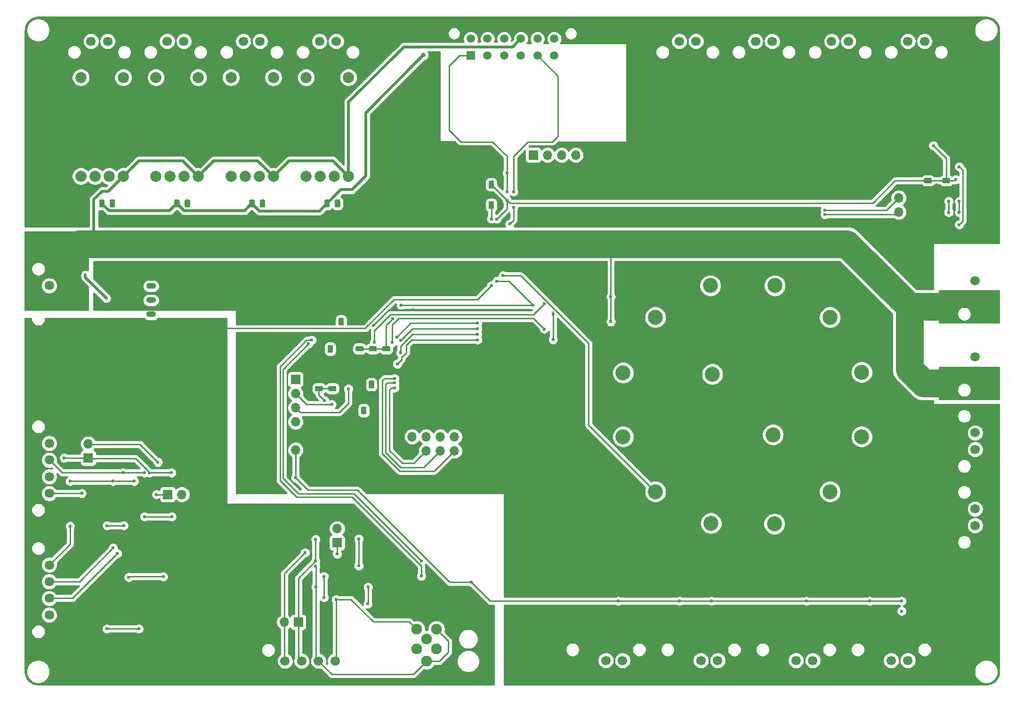
<source format=gbr>
G04 #@! TF.GenerationSoftware,KiCad,Pcbnew,(5.1.5)-3*
G04 #@! TF.CreationDate,2021-01-10T17:21:26-06:00*
G04 #@! TF.ProjectId,Dashboard,44617368-626f-4617-9264-2e6b69636164,rev?*
G04 #@! TF.SameCoordinates,Original*
G04 #@! TF.FileFunction,Copper,L2,Bot*
G04 #@! TF.FilePolarity,Positive*
%FSLAX46Y46*%
G04 Gerber Fmt 4.6, Leading zero omitted, Abs format (unit mm)*
G04 Created by KiCad (PCBNEW (5.1.5)-3) date 2021-01-10 17:21:26*
%MOMM*%
%LPD*%
G04 APERTURE LIST*
%ADD10C,1.500000*%
%ADD11R,1.500000X1.500000*%
%ADD12C,1.700000*%
%ADD13C,1.950000*%
%ADD14O,1.700000X1.700000*%
%ADD15R,1.700000X1.700000*%
%ADD16C,0.100000*%
%ADD17O,1.800000X1.000000*%
%ADD18C,2.700000*%
%ADD19C,2.000000*%
%ADD20O,1.900000X1.200000*%
%ADD21C,1.450000*%
%ADD22C,0.600000*%
%ADD23C,0.800000*%
%ADD24C,0.250000*%
%ADD25C,0.500000*%
%ADD26C,5.000000*%
%ADD27C,0.254000*%
G04 APERTURE END LIST*
D10*
X126800000Y-58050000D03*
X123800000Y-58050000D03*
X120800000Y-58050000D03*
X117800000Y-58050000D03*
X114800000Y-58050000D03*
X111800000Y-58050000D03*
X126800000Y-61050000D03*
X123800000Y-61050000D03*
X120800000Y-61050000D03*
X117800000Y-61050000D03*
X114800000Y-61050000D03*
D11*
X111800000Y-61050000D03*
D12*
X202500000Y-118300000D03*
X202500000Y-115300000D03*
X87600000Y-58500000D03*
X84600000Y-58500000D03*
X36000000Y-136900000D03*
X36000000Y-133900000D03*
X36000000Y-130900000D03*
X36000000Y-139900000D03*
D13*
X103850000Y-166130000D03*
X103850000Y-170130000D03*
X102080000Y-167900000D03*
X102080000Y-164360000D03*
X105620000Y-167900000D03*
X105620000Y-164360000D03*
D14*
X130680000Y-79000000D03*
X128140000Y-79000000D03*
X125600000Y-79000000D03*
D15*
X123060000Y-79000000D03*
X101250000Y-132100000D03*
D14*
X101250000Y-129710000D03*
X103790000Y-132250000D03*
X103790000Y-129710000D03*
X106330000Y-132250000D03*
X106330000Y-129710000D03*
X108870000Y-132250000D03*
X108870000Y-129710000D03*
G04 #@! TA.AperFunction,SMDPad,CuDef*
D16*
G36*
X113892642Y-87301174D02*
G01*
X113916303Y-87304684D01*
X113939507Y-87310496D01*
X113962029Y-87318554D01*
X113983653Y-87328782D01*
X114004170Y-87341079D01*
X114023383Y-87355329D01*
X114041107Y-87371393D01*
X114057171Y-87389117D01*
X114071421Y-87408330D01*
X114083718Y-87428847D01*
X114093946Y-87450471D01*
X114102004Y-87472993D01*
X114107816Y-87496197D01*
X114111326Y-87519858D01*
X114112500Y-87543750D01*
X114112500Y-88456250D01*
X114111326Y-88480142D01*
X114107816Y-88503803D01*
X114102004Y-88527007D01*
X114093946Y-88549529D01*
X114083718Y-88571153D01*
X114071421Y-88591670D01*
X114057171Y-88610883D01*
X114041107Y-88628607D01*
X114023383Y-88644671D01*
X114004170Y-88658921D01*
X113983653Y-88671218D01*
X113962029Y-88681446D01*
X113939507Y-88689504D01*
X113916303Y-88695316D01*
X113892642Y-88698826D01*
X113868750Y-88700000D01*
X113381250Y-88700000D01*
X113357358Y-88698826D01*
X113333697Y-88695316D01*
X113310493Y-88689504D01*
X113287971Y-88681446D01*
X113266347Y-88671218D01*
X113245830Y-88658921D01*
X113226617Y-88644671D01*
X113208893Y-88628607D01*
X113192829Y-88610883D01*
X113178579Y-88591670D01*
X113166282Y-88571153D01*
X113156054Y-88549529D01*
X113147996Y-88527007D01*
X113142184Y-88503803D01*
X113138674Y-88480142D01*
X113137500Y-88456250D01*
X113137500Y-87543750D01*
X113138674Y-87519858D01*
X113142184Y-87496197D01*
X113147996Y-87472993D01*
X113156054Y-87450471D01*
X113166282Y-87428847D01*
X113178579Y-87408330D01*
X113192829Y-87389117D01*
X113208893Y-87371393D01*
X113226617Y-87355329D01*
X113245830Y-87341079D01*
X113266347Y-87328782D01*
X113287971Y-87318554D01*
X113310493Y-87310496D01*
X113333697Y-87304684D01*
X113357358Y-87301174D01*
X113381250Y-87300000D01*
X113868750Y-87300000D01*
X113892642Y-87301174D01*
G37*
G04 #@! TD.AperFunction*
G04 #@! TA.AperFunction,SMDPad,CuDef*
G36*
X115767642Y-87301174D02*
G01*
X115791303Y-87304684D01*
X115814507Y-87310496D01*
X115837029Y-87318554D01*
X115858653Y-87328782D01*
X115879170Y-87341079D01*
X115898383Y-87355329D01*
X115916107Y-87371393D01*
X115932171Y-87389117D01*
X115946421Y-87408330D01*
X115958718Y-87428847D01*
X115968946Y-87450471D01*
X115977004Y-87472993D01*
X115982816Y-87496197D01*
X115986326Y-87519858D01*
X115987500Y-87543750D01*
X115987500Y-88456250D01*
X115986326Y-88480142D01*
X115982816Y-88503803D01*
X115977004Y-88527007D01*
X115968946Y-88549529D01*
X115958718Y-88571153D01*
X115946421Y-88591670D01*
X115932171Y-88610883D01*
X115916107Y-88628607D01*
X115898383Y-88644671D01*
X115879170Y-88658921D01*
X115858653Y-88671218D01*
X115837029Y-88681446D01*
X115814507Y-88689504D01*
X115791303Y-88695316D01*
X115767642Y-88698826D01*
X115743750Y-88700000D01*
X115256250Y-88700000D01*
X115232358Y-88698826D01*
X115208697Y-88695316D01*
X115185493Y-88689504D01*
X115162971Y-88681446D01*
X115141347Y-88671218D01*
X115120830Y-88658921D01*
X115101617Y-88644671D01*
X115083893Y-88628607D01*
X115067829Y-88610883D01*
X115053579Y-88591670D01*
X115041282Y-88571153D01*
X115031054Y-88549529D01*
X115022996Y-88527007D01*
X115017184Y-88503803D01*
X115013674Y-88480142D01*
X115012500Y-88456250D01*
X115012500Y-87543750D01*
X115013674Y-87519858D01*
X115017184Y-87496197D01*
X115022996Y-87472993D01*
X115031054Y-87450471D01*
X115041282Y-87428847D01*
X115053579Y-87408330D01*
X115067829Y-87389117D01*
X115083893Y-87371393D01*
X115101617Y-87355329D01*
X115120830Y-87341079D01*
X115141347Y-87328782D01*
X115162971Y-87318554D01*
X115185493Y-87310496D01*
X115208697Y-87304684D01*
X115232358Y-87301174D01*
X115256250Y-87300000D01*
X115743750Y-87300000D01*
X115767642Y-87301174D01*
G37*
G04 #@! TD.AperFunction*
G04 #@! TA.AperFunction,SMDPad,CuDef*
G36*
X113892642Y-83601174D02*
G01*
X113916303Y-83604684D01*
X113939507Y-83610496D01*
X113962029Y-83618554D01*
X113983653Y-83628782D01*
X114004170Y-83641079D01*
X114023383Y-83655329D01*
X114041107Y-83671393D01*
X114057171Y-83689117D01*
X114071421Y-83708330D01*
X114083718Y-83728847D01*
X114093946Y-83750471D01*
X114102004Y-83772993D01*
X114107816Y-83796197D01*
X114111326Y-83819858D01*
X114112500Y-83843750D01*
X114112500Y-84756250D01*
X114111326Y-84780142D01*
X114107816Y-84803803D01*
X114102004Y-84827007D01*
X114093946Y-84849529D01*
X114083718Y-84871153D01*
X114071421Y-84891670D01*
X114057171Y-84910883D01*
X114041107Y-84928607D01*
X114023383Y-84944671D01*
X114004170Y-84958921D01*
X113983653Y-84971218D01*
X113962029Y-84981446D01*
X113939507Y-84989504D01*
X113916303Y-84995316D01*
X113892642Y-84998826D01*
X113868750Y-85000000D01*
X113381250Y-85000000D01*
X113357358Y-84998826D01*
X113333697Y-84995316D01*
X113310493Y-84989504D01*
X113287971Y-84981446D01*
X113266347Y-84971218D01*
X113245830Y-84958921D01*
X113226617Y-84944671D01*
X113208893Y-84928607D01*
X113192829Y-84910883D01*
X113178579Y-84891670D01*
X113166282Y-84871153D01*
X113156054Y-84849529D01*
X113147996Y-84827007D01*
X113142184Y-84803803D01*
X113138674Y-84780142D01*
X113137500Y-84756250D01*
X113137500Y-83843750D01*
X113138674Y-83819858D01*
X113142184Y-83796197D01*
X113147996Y-83772993D01*
X113156054Y-83750471D01*
X113166282Y-83728847D01*
X113178579Y-83708330D01*
X113192829Y-83689117D01*
X113208893Y-83671393D01*
X113226617Y-83655329D01*
X113245830Y-83641079D01*
X113266347Y-83628782D01*
X113287971Y-83618554D01*
X113310493Y-83610496D01*
X113333697Y-83604684D01*
X113357358Y-83601174D01*
X113381250Y-83600000D01*
X113868750Y-83600000D01*
X113892642Y-83601174D01*
G37*
G04 #@! TD.AperFunction*
G04 #@! TA.AperFunction,SMDPad,CuDef*
G36*
X115767642Y-83601174D02*
G01*
X115791303Y-83604684D01*
X115814507Y-83610496D01*
X115837029Y-83618554D01*
X115858653Y-83628782D01*
X115879170Y-83641079D01*
X115898383Y-83655329D01*
X115916107Y-83671393D01*
X115932171Y-83689117D01*
X115946421Y-83708330D01*
X115958718Y-83728847D01*
X115968946Y-83750471D01*
X115977004Y-83772993D01*
X115982816Y-83796197D01*
X115986326Y-83819858D01*
X115987500Y-83843750D01*
X115987500Y-84756250D01*
X115986326Y-84780142D01*
X115982816Y-84803803D01*
X115977004Y-84827007D01*
X115968946Y-84849529D01*
X115958718Y-84871153D01*
X115946421Y-84891670D01*
X115932171Y-84910883D01*
X115916107Y-84928607D01*
X115898383Y-84944671D01*
X115879170Y-84958921D01*
X115858653Y-84971218D01*
X115837029Y-84981446D01*
X115814507Y-84989504D01*
X115791303Y-84995316D01*
X115767642Y-84998826D01*
X115743750Y-85000000D01*
X115256250Y-85000000D01*
X115232358Y-84998826D01*
X115208697Y-84995316D01*
X115185493Y-84989504D01*
X115162971Y-84981446D01*
X115141347Y-84971218D01*
X115120830Y-84958921D01*
X115101617Y-84944671D01*
X115083893Y-84928607D01*
X115067829Y-84910883D01*
X115053579Y-84891670D01*
X115041282Y-84871153D01*
X115031054Y-84849529D01*
X115022996Y-84827007D01*
X115017184Y-84803803D01*
X115013674Y-84780142D01*
X115012500Y-84756250D01*
X115012500Y-83843750D01*
X115013674Y-83819858D01*
X115017184Y-83796197D01*
X115022996Y-83772993D01*
X115031054Y-83750471D01*
X115041282Y-83728847D01*
X115053579Y-83708330D01*
X115067829Y-83689117D01*
X115083893Y-83671393D01*
X115101617Y-83655329D01*
X115120830Y-83641079D01*
X115141347Y-83628782D01*
X115162971Y-83618554D01*
X115185493Y-83610496D01*
X115208697Y-83604684D01*
X115232358Y-83601174D01*
X115256250Y-83600000D01*
X115743750Y-83600000D01*
X115767642Y-83601174D01*
G37*
G04 #@! TD.AperFunction*
D17*
X54300000Y-110210000D03*
X54300000Y-107670000D03*
X54300000Y-105130000D03*
X54300000Y-102590000D03*
D18*
X182100000Y-118100000D03*
X176400000Y-108200000D03*
X166500000Y-102500000D03*
X154900000Y-102500000D03*
X145000000Y-108200000D03*
X139200000Y-118200000D03*
X139200000Y-129700000D03*
X145000000Y-139600000D03*
X155000000Y-145300000D03*
X166400000Y-145400000D03*
X176400000Y-139600000D03*
X182100000Y-129700000D03*
X166150000Y-129350000D03*
X155250000Y-118450000D03*
G04 #@! TA.AperFunction,SMDPad,CuDef*
D16*
G36*
X92830142Y-124301174D02*
G01*
X92853803Y-124304684D01*
X92877007Y-124310496D01*
X92899529Y-124318554D01*
X92921153Y-124328782D01*
X92941670Y-124341079D01*
X92960883Y-124355329D01*
X92978607Y-124371393D01*
X92994671Y-124389117D01*
X93008921Y-124408330D01*
X93021218Y-124428847D01*
X93031446Y-124450471D01*
X93039504Y-124472993D01*
X93045316Y-124496197D01*
X93048826Y-124519858D01*
X93050000Y-124543750D01*
X93050000Y-125456250D01*
X93048826Y-125480142D01*
X93045316Y-125503803D01*
X93039504Y-125527007D01*
X93031446Y-125549529D01*
X93021218Y-125571153D01*
X93008921Y-125591670D01*
X92994671Y-125610883D01*
X92978607Y-125628607D01*
X92960883Y-125644671D01*
X92941670Y-125658921D01*
X92921153Y-125671218D01*
X92899529Y-125681446D01*
X92877007Y-125689504D01*
X92853803Y-125695316D01*
X92830142Y-125698826D01*
X92806250Y-125700000D01*
X92318750Y-125700000D01*
X92294858Y-125698826D01*
X92271197Y-125695316D01*
X92247993Y-125689504D01*
X92225471Y-125681446D01*
X92203847Y-125671218D01*
X92183330Y-125658921D01*
X92164117Y-125644671D01*
X92146393Y-125628607D01*
X92130329Y-125610883D01*
X92116079Y-125591670D01*
X92103782Y-125571153D01*
X92093554Y-125549529D01*
X92085496Y-125527007D01*
X92079684Y-125503803D01*
X92076174Y-125480142D01*
X92075000Y-125456250D01*
X92075000Y-124543750D01*
X92076174Y-124519858D01*
X92079684Y-124496197D01*
X92085496Y-124472993D01*
X92093554Y-124450471D01*
X92103782Y-124428847D01*
X92116079Y-124408330D01*
X92130329Y-124389117D01*
X92146393Y-124371393D01*
X92164117Y-124355329D01*
X92183330Y-124341079D01*
X92203847Y-124328782D01*
X92225471Y-124318554D01*
X92247993Y-124310496D01*
X92271197Y-124304684D01*
X92294858Y-124301174D01*
X92318750Y-124300000D01*
X92806250Y-124300000D01*
X92830142Y-124301174D01*
G37*
G04 #@! TD.AperFunction*
G04 #@! TA.AperFunction,SMDPad,CuDef*
G36*
X94705142Y-124301174D02*
G01*
X94728803Y-124304684D01*
X94752007Y-124310496D01*
X94774529Y-124318554D01*
X94796153Y-124328782D01*
X94816670Y-124341079D01*
X94835883Y-124355329D01*
X94853607Y-124371393D01*
X94869671Y-124389117D01*
X94883921Y-124408330D01*
X94896218Y-124428847D01*
X94906446Y-124450471D01*
X94914504Y-124472993D01*
X94920316Y-124496197D01*
X94923826Y-124519858D01*
X94925000Y-124543750D01*
X94925000Y-125456250D01*
X94923826Y-125480142D01*
X94920316Y-125503803D01*
X94914504Y-125527007D01*
X94906446Y-125549529D01*
X94896218Y-125571153D01*
X94883921Y-125591670D01*
X94869671Y-125610883D01*
X94853607Y-125628607D01*
X94835883Y-125644671D01*
X94816670Y-125658921D01*
X94796153Y-125671218D01*
X94774529Y-125681446D01*
X94752007Y-125689504D01*
X94728803Y-125695316D01*
X94705142Y-125698826D01*
X94681250Y-125700000D01*
X94193750Y-125700000D01*
X94169858Y-125698826D01*
X94146197Y-125695316D01*
X94122993Y-125689504D01*
X94100471Y-125681446D01*
X94078847Y-125671218D01*
X94058330Y-125658921D01*
X94039117Y-125644671D01*
X94021393Y-125628607D01*
X94005329Y-125610883D01*
X93991079Y-125591670D01*
X93978782Y-125571153D01*
X93968554Y-125549529D01*
X93960496Y-125527007D01*
X93954684Y-125503803D01*
X93951174Y-125480142D01*
X93950000Y-125456250D01*
X93950000Y-124543750D01*
X93951174Y-124519858D01*
X93954684Y-124496197D01*
X93960496Y-124472993D01*
X93968554Y-124450471D01*
X93978782Y-124428847D01*
X93991079Y-124408330D01*
X94005329Y-124389117D01*
X94021393Y-124371393D01*
X94039117Y-124355329D01*
X94058330Y-124341079D01*
X94078847Y-124328782D01*
X94100471Y-124318554D01*
X94122993Y-124310496D01*
X94146197Y-124304684D01*
X94169858Y-124301174D01*
X94193750Y-124300000D01*
X94681250Y-124300000D01*
X94705142Y-124301174D01*
G37*
G04 #@! TD.AperFunction*
D19*
X82180000Y-82800000D03*
X84720000Y-82800000D03*
X87260000Y-82800000D03*
X89800000Y-82800000D03*
X89800000Y-65020000D03*
X82180000Y-65020000D03*
X68680000Y-82800000D03*
X71220000Y-82800000D03*
X73760000Y-82800000D03*
X76300000Y-82800000D03*
X76300000Y-65020000D03*
X68680000Y-65020000D03*
X55180000Y-82800000D03*
X57720000Y-82800000D03*
X60260000Y-82800000D03*
X62800000Y-82800000D03*
X62800000Y-65020000D03*
X55180000Y-65020000D03*
X41680000Y-82800000D03*
X44220000Y-82800000D03*
X46760000Y-82800000D03*
X49300000Y-82800000D03*
X49300000Y-65020000D03*
X41680000Y-65020000D03*
D14*
X59840000Y-140100000D03*
D15*
X57300000Y-140100000D03*
D14*
X87770000Y-146260000D03*
D15*
X87770000Y-148800000D03*
D14*
X78260000Y-163100000D03*
D15*
X80800000Y-163100000D03*
D14*
X43000000Y-131000000D03*
D15*
X43000000Y-133540000D03*
D20*
X205597500Y-80860000D03*
X205597500Y-87860000D03*
D21*
X202897500Y-81860000D03*
X202897500Y-86860000D03*
D12*
X36000000Y-158800000D03*
X36000000Y-155800000D03*
X36000000Y-152800000D03*
X36000000Y-161800000D03*
X81400000Y-170100000D03*
X84400000Y-170100000D03*
X87400000Y-170100000D03*
X78400000Y-170100000D03*
X36000000Y-105500000D03*
X36000000Y-102500000D03*
X193400000Y-58500000D03*
X190400000Y-58500000D03*
X179700000Y-58500000D03*
X176700000Y-58500000D03*
X166000000Y-58500000D03*
X163000000Y-58500000D03*
X152300000Y-58500000D03*
X149300000Y-58500000D03*
X184400000Y-170000000D03*
X187400000Y-170000000D03*
X190400000Y-170000000D03*
X167300000Y-170000000D03*
X170300000Y-170000000D03*
X173300000Y-170000000D03*
X150200000Y-170000000D03*
X153200000Y-170000000D03*
X156200000Y-170000000D03*
X133100000Y-170000000D03*
X136100000Y-170000000D03*
X139100000Y-170000000D03*
D15*
X80300000Y-119400000D03*
D14*
X80300000Y-121940000D03*
X80300000Y-124480000D03*
X80300000Y-127020000D03*
X80300000Y-129560000D03*
X80300000Y-132100000D03*
D12*
X73900000Y-58500000D03*
X70900000Y-58500000D03*
X60200000Y-58500000D03*
X57200000Y-58500000D03*
X46500000Y-58500000D03*
X43500000Y-58500000D03*
X202500000Y-142700000D03*
X202500000Y-145700000D03*
G04 #@! TA.AperFunction,SMDPad,CuDef*
D16*
G36*
X194480142Y-84988674D02*
G01*
X194503803Y-84992184D01*
X194527007Y-84997996D01*
X194549529Y-85006054D01*
X194571153Y-85016282D01*
X194591670Y-85028579D01*
X194610883Y-85042829D01*
X194628607Y-85058893D01*
X194644671Y-85076617D01*
X194658921Y-85095830D01*
X194671218Y-85116347D01*
X194681446Y-85137971D01*
X194689504Y-85160493D01*
X194695316Y-85183697D01*
X194698826Y-85207358D01*
X194700000Y-85231250D01*
X194700000Y-85718750D01*
X194698826Y-85742642D01*
X194695316Y-85766303D01*
X194689504Y-85789507D01*
X194681446Y-85812029D01*
X194671218Y-85833653D01*
X194658921Y-85854170D01*
X194644671Y-85873383D01*
X194628607Y-85891107D01*
X194610883Y-85907171D01*
X194591670Y-85921421D01*
X194571153Y-85933718D01*
X194549529Y-85943946D01*
X194527007Y-85952004D01*
X194503803Y-85957816D01*
X194480142Y-85961326D01*
X194456250Y-85962500D01*
X193543750Y-85962500D01*
X193519858Y-85961326D01*
X193496197Y-85957816D01*
X193472993Y-85952004D01*
X193450471Y-85943946D01*
X193428847Y-85933718D01*
X193408330Y-85921421D01*
X193389117Y-85907171D01*
X193371393Y-85891107D01*
X193355329Y-85873383D01*
X193341079Y-85854170D01*
X193328782Y-85833653D01*
X193318554Y-85812029D01*
X193310496Y-85789507D01*
X193304684Y-85766303D01*
X193301174Y-85742642D01*
X193300000Y-85718750D01*
X193300000Y-85231250D01*
X193301174Y-85207358D01*
X193304684Y-85183697D01*
X193310496Y-85160493D01*
X193318554Y-85137971D01*
X193328782Y-85116347D01*
X193341079Y-85095830D01*
X193355329Y-85076617D01*
X193371393Y-85058893D01*
X193389117Y-85042829D01*
X193408330Y-85028579D01*
X193428847Y-85016282D01*
X193450471Y-85006054D01*
X193472993Y-84997996D01*
X193496197Y-84992184D01*
X193519858Y-84988674D01*
X193543750Y-84987500D01*
X194456250Y-84987500D01*
X194480142Y-84988674D01*
G37*
G04 #@! TD.AperFunction*
G04 #@! TA.AperFunction,SMDPad,CuDef*
G36*
X194480142Y-83113674D02*
G01*
X194503803Y-83117184D01*
X194527007Y-83122996D01*
X194549529Y-83131054D01*
X194571153Y-83141282D01*
X194591670Y-83153579D01*
X194610883Y-83167829D01*
X194628607Y-83183893D01*
X194644671Y-83201617D01*
X194658921Y-83220830D01*
X194671218Y-83241347D01*
X194681446Y-83262971D01*
X194689504Y-83285493D01*
X194695316Y-83308697D01*
X194698826Y-83332358D01*
X194700000Y-83356250D01*
X194700000Y-83843750D01*
X194698826Y-83867642D01*
X194695316Y-83891303D01*
X194689504Y-83914507D01*
X194681446Y-83937029D01*
X194671218Y-83958653D01*
X194658921Y-83979170D01*
X194644671Y-83998383D01*
X194628607Y-84016107D01*
X194610883Y-84032171D01*
X194591670Y-84046421D01*
X194571153Y-84058718D01*
X194549529Y-84068946D01*
X194527007Y-84077004D01*
X194503803Y-84082816D01*
X194480142Y-84086326D01*
X194456250Y-84087500D01*
X193543750Y-84087500D01*
X193519858Y-84086326D01*
X193496197Y-84082816D01*
X193472993Y-84077004D01*
X193450471Y-84068946D01*
X193428847Y-84058718D01*
X193408330Y-84046421D01*
X193389117Y-84032171D01*
X193371393Y-84016107D01*
X193355329Y-83998383D01*
X193341079Y-83979170D01*
X193328782Y-83958653D01*
X193318554Y-83937029D01*
X193310496Y-83914507D01*
X193304684Y-83891303D01*
X193301174Y-83867642D01*
X193300000Y-83843750D01*
X193300000Y-83356250D01*
X193301174Y-83332358D01*
X193304684Y-83308697D01*
X193310496Y-83285493D01*
X193318554Y-83262971D01*
X193328782Y-83241347D01*
X193341079Y-83220830D01*
X193355329Y-83201617D01*
X193371393Y-83183893D01*
X193389117Y-83167829D01*
X193408330Y-83153579D01*
X193428847Y-83141282D01*
X193450471Y-83131054D01*
X193472993Y-83122996D01*
X193496197Y-83117184D01*
X193519858Y-83113674D01*
X193543750Y-83112500D01*
X194456250Y-83112500D01*
X194480142Y-83113674D01*
G37*
G04 #@! TD.AperFunction*
G04 #@! TA.AperFunction,SMDPad,CuDef*
G36*
X197780142Y-84988674D02*
G01*
X197803803Y-84992184D01*
X197827007Y-84997996D01*
X197849529Y-85006054D01*
X197871153Y-85016282D01*
X197891670Y-85028579D01*
X197910883Y-85042829D01*
X197928607Y-85058893D01*
X197944671Y-85076617D01*
X197958921Y-85095830D01*
X197971218Y-85116347D01*
X197981446Y-85137971D01*
X197989504Y-85160493D01*
X197995316Y-85183697D01*
X197998826Y-85207358D01*
X198000000Y-85231250D01*
X198000000Y-85718750D01*
X197998826Y-85742642D01*
X197995316Y-85766303D01*
X197989504Y-85789507D01*
X197981446Y-85812029D01*
X197971218Y-85833653D01*
X197958921Y-85854170D01*
X197944671Y-85873383D01*
X197928607Y-85891107D01*
X197910883Y-85907171D01*
X197891670Y-85921421D01*
X197871153Y-85933718D01*
X197849529Y-85943946D01*
X197827007Y-85952004D01*
X197803803Y-85957816D01*
X197780142Y-85961326D01*
X197756250Y-85962500D01*
X196843750Y-85962500D01*
X196819858Y-85961326D01*
X196796197Y-85957816D01*
X196772993Y-85952004D01*
X196750471Y-85943946D01*
X196728847Y-85933718D01*
X196708330Y-85921421D01*
X196689117Y-85907171D01*
X196671393Y-85891107D01*
X196655329Y-85873383D01*
X196641079Y-85854170D01*
X196628782Y-85833653D01*
X196618554Y-85812029D01*
X196610496Y-85789507D01*
X196604684Y-85766303D01*
X196601174Y-85742642D01*
X196600000Y-85718750D01*
X196600000Y-85231250D01*
X196601174Y-85207358D01*
X196604684Y-85183697D01*
X196610496Y-85160493D01*
X196618554Y-85137971D01*
X196628782Y-85116347D01*
X196641079Y-85095830D01*
X196655329Y-85076617D01*
X196671393Y-85058893D01*
X196689117Y-85042829D01*
X196708330Y-85028579D01*
X196728847Y-85016282D01*
X196750471Y-85006054D01*
X196772993Y-84997996D01*
X196796197Y-84992184D01*
X196819858Y-84988674D01*
X196843750Y-84987500D01*
X197756250Y-84987500D01*
X197780142Y-84988674D01*
G37*
G04 #@! TD.AperFunction*
G04 #@! TA.AperFunction,SMDPad,CuDef*
G36*
X197780142Y-83113674D02*
G01*
X197803803Y-83117184D01*
X197827007Y-83122996D01*
X197849529Y-83131054D01*
X197871153Y-83141282D01*
X197891670Y-83153579D01*
X197910883Y-83167829D01*
X197928607Y-83183893D01*
X197944671Y-83201617D01*
X197958921Y-83220830D01*
X197971218Y-83241347D01*
X197981446Y-83262971D01*
X197989504Y-83285493D01*
X197995316Y-83308697D01*
X197998826Y-83332358D01*
X198000000Y-83356250D01*
X198000000Y-83843750D01*
X197998826Y-83867642D01*
X197995316Y-83891303D01*
X197989504Y-83914507D01*
X197981446Y-83937029D01*
X197971218Y-83958653D01*
X197958921Y-83979170D01*
X197944671Y-83998383D01*
X197928607Y-84016107D01*
X197910883Y-84032171D01*
X197891670Y-84046421D01*
X197871153Y-84058718D01*
X197849529Y-84068946D01*
X197827007Y-84077004D01*
X197803803Y-84082816D01*
X197780142Y-84086326D01*
X197756250Y-84087500D01*
X196843750Y-84087500D01*
X196819858Y-84086326D01*
X196796197Y-84082816D01*
X196772993Y-84077004D01*
X196750471Y-84068946D01*
X196728847Y-84058718D01*
X196708330Y-84046421D01*
X196689117Y-84032171D01*
X196671393Y-84016107D01*
X196655329Y-83998383D01*
X196641079Y-83979170D01*
X196628782Y-83958653D01*
X196618554Y-83937029D01*
X196610496Y-83914507D01*
X196604684Y-83891303D01*
X196601174Y-83867642D01*
X196600000Y-83843750D01*
X196600000Y-83356250D01*
X196601174Y-83332358D01*
X196604684Y-83308697D01*
X196610496Y-83285493D01*
X196618554Y-83262971D01*
X196628782Y-83241347D01*
X196641079Y-83220830D01*
X196655329Y-83201617D01*
X196671393Y-83183893D01*
X196689117Y-83167829D01*
X196708330Y-83153579D01*
X196728847Y-83141282D01*
X196750471Y-83131054D01*
X196772993Y-83122996D01*
X196796197Y-83117184D01*
X196819858Y-83113674D01*
X196843750Y-83112500D01*
X197756250Y-83112500D01*
X197780142Y-83113674D01*
G37*
G04 #@! TD.AperFunction*
G04 #@! TA.AperFunction,SMDPad,CuDef*
G36*
X92280142Y-113376174D02*
G01*
X92303803Y-113379684D01*
X92327007Y-113385496D01*
X92349529Y-113393554D01*
X92371153Y-113403782D01*
X92391670Y-113416079D01*
X92410883Y-113430329D01*
X92428607Y-113446393D01*
X92444671Y-113464117D01*
X92458921Y-113483330D01*
X92471218Y-113503847D01*
X92481446Y-113525471D01*
X92489504Y-113547993D01*
X92495316Y-113571197D01*
X92498826Y-113594858D01*
X92500000Y-113618750D01*
X92500000Y-114106250D01*
X92498826Y-114130142D01*
X92495316Y-114153803D01*
X92489504Y-114177007D01*
X92481446Y-114199529D01*
X92471218Y-114221153D01*
X92458921Y-114241670D01*
X92444671Y-114260883D01*
X92428607Y-114278607D01*
X92410883Y-114294671D01*
X92391670Y-114308921D01*
X92371153Y-114321218D01*
X92349529Y-114331446D01*
X92327007Y-114339504D01*
X92303803Y-114345316D01*
X92280142Y-114348826D01*
X92256250Y-114350000D01*
X91343750Y-114350000D01*
X91319858Y-114348826D01*
X91296197Y-114345316D01*
X91272993Y-114339504D01*
X91250471Y-114331446D01*
X91228847Y-114321218D01*
X91208330Y-114308921D01*
X91189117Y-114294671D01*
X91171393Y-114278607D01*
X91155329Y-114260883D01*
X91141079Y-114241670D01*
X91128782Y-114221153D01*
X91118554Y-114199529D01*
X91110496Y-114177007D01*
X91104684Y-114153803D01*
X91101174Y-114130142D01*
X91100000Y-114106250D01*
X91100000Y-113618750D01*
X91101174Y-113594858D01*
X91104684Y-113571197D01*
X91110496Y-113547993D01*
X91118554Y-113525471D01*
X91128782Y-113503847D01*
X91141079Y-113483330D01*
X91155329Y-113464117D01*
X91171393Y-113446393D01*
X91189117Y-113430329D01*
X91208330Y-113416079D01*
X91228847Y-113403782D01*
X91250471Y-113393554D01*
X91272993Y-113385496D01*
X91296197Y-113379684D01*
X91319858Y-113376174D01*
X91343750Y-113375000D01*
X92256250Y-113375000D01*
X92280142Y-113376174D01*
G37*
G04 #@! TD.AperFunction*
G04 #@! TA.AperFunction,SMDPad,CuDef*
G36*
X92280142Y-115251174D02*
G01*
X92303803Y-115254684D01*
X92327007Y-115260496D01*
X92349529Y-115268554D01*
X92371153Y-115278782D01*
X92391670Y-115291079D01*
X92410883Y-115305329D01*
X92428607Y-115321393D01*
X92444671Y-115339117D01*
X92458921Y-115358330D01*
X92471218Y-115378847D01*
X92481446Y-115400471D01*
X92489504Y-115422993D01*
X92495316Y-115446197D01*
X92498826Y-115469858D01*
X92500000Y-115493750D01*
X92500000Y-115981250D01*
X92498826Y-116005142D01*
X92495316Y-116028803D01*
X92489504Y-116052007D01*
X92481446Y-116074529D01*
X92471218Y-116096153D01*
X92458921Y-116116670D01*
X92444671Y-116135883D01*
X92428607Y-116153607D01*
X92410883Y-116169671D01*
X92391670Y-116183921D01*
X92371153Y-116196218D01*
X92349529Y-116206446D01*
X92327007Y-116214504D01*
X92303803Y-116220316D01*
X92280142Y-116223826D01*
X92256250Y-116225000D01*
X91343750Y-116225000D01*
X91319858Y-116223826D01*
X91296197Y-116220316D01*
X91272993Y-116214504D01*
X91250471Y-116206446D01*
X91228847Y-116196218D01*
X91208330Y-116183921D01*
X91189117Y-116169671D01*
X91171393Y-116153607D01*
X91155329Y-116135883D01*
X91141079Y-116116670D01*
X91128782Y-116096153D01*
X91118554Y-116074529D01*
X91110496Y-116052007D01*
X91104684Y-116028803D01*
X91101174Y-116005142D01*
X91100000Y-115981250D01*
X91100000Y-115493750D01*
X91101174Y-115469858D01*
X91104684Y-115446197D01*
X91110496Y-115422993D01*
X91118554Y-115400471D01*
X91128782Y-115378847D01*
X91141079Y-115358330D01*
X91155329Y-115339117D01*
X91171393Y-115321393D01*
X91189117Y-115305329D01*
X91208330Y-115291079D01*
X91228847Y-115278782D01*
X91250471Y-115268554D01*
X91272993Y-115260496D01*
X91296197Y-115254684D01*
X91319858Y-115251174D01*
X91343750Y-115250000D01*
X92256250Y-115250000D01*
X92280142Y-115251174D01*
G37*
G04 #@! TD.AperFunction*
G04 #@! TA.AperFunction,SMDPad,CuDef*
G36*
X86792642Y-113201174D02*
G01*
X86816303Y-113204684D01*
X86839507Y-113210496D01*
X86862029Y-113218554D01*
X86883653Y-113228782D01*
X86904170Y-113241079D01*
X86923383Y-113255329D01*
X86941107Y-113271393D01*
X86957171Y-113289117D01*
X86971421Y-113308330D01*
X86983718Y-113328847D01*
X86993946Y-113350471D01*
X87002004Y-113372993D01*
X87007816Y-113396197D01*
X87011326Y-113419858D01*
X87012500Y-113443750D01*
X87012500Y-114356250D01*
X87011326Y-114380142D01*
X87007816Y-114403803D01*
X87002004Y-114427007D01*
X86993946Y-114449529D01*
X86983718Y-114471153D01*
X86971421Y-114491670D01*
X86957171Y-114510883D01*
X86941107Y-114528607D01*
X86923383Y-114544671D01*
X86904170Y-114558921D01*
X86883653Y-114571218D01*
X86862029Y-114581446D01*
X86839507Y-114589504D01*
X86816303Y-114595316D01*
X86792642Y-114598826D01*
X86768750Y-114600000D01*
X86281250Y-114600000D01*
X86257358Y-114598826D01*
X86233697Y-114595316D01*
X86210493Y-114589504D01*
X86187971Y-114581446D01*
X86166347Y-114571218D01*
X86145830Y-114558921D01*
X86126617Y-114544671D01*
X86108893Y-114528607D01*
X86092829Y-114510883D01*
X86078579Y-114491670D01*
X86066282Y-114471153D01*
X86056054Y-114449529D01*
X86047996Y-114427007D01*
X86042184Y-114403803D01*
X86038674Y-114380142D01*
X86037500Y-114356250D01*
X86037500Y-113443750D01*
X86038674Y-113419858D01*
X86042184Y-113396197D01*
X86047996Y-113372993D01*
X86056054Y-113350471D01*
X86066282Y-113328847D01*
X86078579Y-113308330D01*
X86092829Y-113289117D01*
X86108893Y-113271393D01*
X86126617Y-113255329D01*
X86145830Y-113241079D01*
X86166347Y-113228782D01*
X86187971Y-113218554D01*
X86210493Y-113210496D01*
X86233697Y-113204684D01*
X86257358Y-113201174D01*
X86281250Y-113200000D01*
X86768750Y-113200000D01*
X86792642Y-113201174D01*
G37*
G04 #@! TD.AperFunction*
G04 #@! TA.AperFunction,SMDPad,CuDef*
G36*
X88667642Y-113201174D02*
G01*
X88691303Y-113204684D01*
X88714507Y-113210496D01*
X88737029Y-113218554D01*
X88758653Y-113228782D01*
X88779170Y-113241079D01*
X88798383Y-113255329D01*
X88816107Y-113271393D01*
X88832171Y-113289117D01*
X88846421Y-113308330D01*
X88858718Y-113328847D01*
X88868946Y-113350471D01*
X88877004Y-113372993D01*
X88882816Y-113396197D01*
X88886326Y-113419858D01*
X88887500Y-113443750D01*
X88887500Y-114356250D01*
X88886326Y-114380142D01*
X88882816Y-114403803D01*
X88877004Y-114427007D01*
X88868946Y-114449529D01*
X88858718Y-114471153D01*
X88846421Y-114491670D01*
X88832171Y-114510883D01*
X88816107Y-114528607D01*
X88798383Y-114544671D01*
X88779170Y-114558921D01*
X88758653Y-114571218D01*
X88737029Y-114581446D01*
X88714507Y-114589504D01*
X88691303Y-114595316D01*
X88667642Y-114598826D01*
X88643750Y-114600000D01*
X88156250Y-114600000D01*
X88132358Y-114598826D01*
X88108697Y-114595316D01*
X88085493Y-114589504D01*
X88062971Y-114581446D01*
X88041347Y-114571218D01*
X88020830Y-114558921D01*
X88001617Y-114544671D01*
X87983893Y-114528607D01*
X87967829Y-114510883D01*
X87953579Y-114491670D01*
X87941282Y-114471153D01*
X87931054Y-114449529D01*
X87922996Y-114427007D01*
X87917184Y-114403803D01*
X87913674Y-114380142D01*
X87912500Y-114356250D01*
X87912500Y-113443750D01*
X87913674Y-113419858D01*
X87917184Y-113396197D01*
X87922996Y-113372993D01*
X87931054Y-113350471D01*
X87941282Y-113328847D01*
X87953579Y-113308330D01*
X87967829Y-113289117D01*
X87983893Y-113271393D01*
X88001617Y-113255329D01*
X88020830Y-113241079D01*
X88041347Y-113228782D01*
X88062971Y-113218554D01*
X88085493Y-113210496D01*
X88108697Y-113204684D01*
X88132358Y-113201174D01*
X88156250Y-113200000D01*
X88643750Y-113200000D01*
X88667642Y-113201174D01*
G37*
G04 #@! TD.AperFunction*
G04 #@! TA.AperFunction,SMDPad,CuDef*
G36*
X84980142Y-120551174D02*
G01*
X85003803Y-120554684D01*
X85027007Y-120560496D01*
X85049529Y-120568554D01*
X85071153Y-120578782D01*
X85091670Y-120591079D01*
X85110883Y-120605329D01*
X85128607Y-120621393D01*
X85144671Y-120639117D01*
X85158921Y-120658330D01*
X85171218Y-120678847D01*
X85181446Y-120700471D01*
X85189504Y-120722993D01*
X85195316Y-120746197D01*
X85198826Y-120769858D01*
X85200000Y-120793750D01*
X85200000Y-121281250D01*
X85198826Y-121305142D01*
X85195316Y-121328803D01*
X85189504Y-121352007D01*
X85181446Y-121374529D01*
X85171218Y-121396153D01*
X85158921Y-121416670D01*
X85144671Y-121435883D01*
X85128607Y-121453607D01*
X85110883Y-121469671D01*
X85091670Y-121483921D01*
X85071153Y-121496218D01*
X85049529Y-121506446D01*
X85027007Y-121514504D01*
X85003803Y-121520316D01*
X84980142Y-121523826D01*
X84956250Y-121525000D01*
X84043750Y-121525000D01*
X84019858Y-121523826D01*
X83996197Y-121520316D01*
X83972993Y-121514504D01*
X83950471Y-121506446D01*
X83928847Y-121496218D01*
X83908330Y-121483921D01*
X83889117Y-121469671D01*
X83871393Y-121453607D01*
X83855329Y-121435883D01*
X83841079Y-121416670D01*
X83828782Y-121396153D01*
X83818554Y-121374529D01*
X83810496Y-121352007D01*
X83804684Y-121328803D01*
X83801174Y-121305142D01*
X83800000Y-121281250D01*
X83800000Y-120793750D01*
X83801174Y-120769858D01*
X83804684Y-120746197D01*
X83810496Y-120722993D01*
X83818554Y-120700471D01*
X83828782Y-120678847D01*
X83841079Y-120658330D01*
X83855329Y-120639117D01*
X83871393Y-120621393D01*
X83889117Y-120605329D01*
X83908330Y-120591079D01*
X83928847Y-120578782D01*
X83950471Y-120568554D01*
X83972993Y-120560496D01*
X83996197Y-120554684D01*
X84019858Y-120551174D01*
X84043750Y-120550000D01*
X84956250Y-120550000D01*
X84980142Y-120551174D01*
G37*
G04 #@! TD.AperFunction*
G04 #@! TA.AperFunction,SMDPad,CuDef*
G36*
X84980142Y-118676174D02*
G01*
X85003803Y-118679684D01*
X85027007Y-118685496D01*
X85049529Y-118693554D01*
X85071153Y-118703782D01*
X85091670Y-118716079D01*
X85110883Y-118730329D01*
X85128607Y-118746393D01*
X85144671Y-118764117D01*
X85158921Y-118783330D01*
X85171218Y-118803847D01*
X85181446Y-118825471D01*
X85189504Y-118847993D01*
X85195316Y-118871197D01*
X85198826Y-118894858D01*
X85200000Y-118918750D01*
X85200000Y-119406250D01*
X85198826Y-119430142D01*
X85195316Y-119453803D01*
X85189504Y-119477007D01*
X85181446Y-119499529D01*
X85171218Y-119521153D01*
X85158921Y-119541670D01*
X85144671Y-119560883D01*
X85128607Y-119578607D01*
X85110883Y-119594671D01*
X85091670Y-119608921D01*
X85071153Y-119621218D01*
X85049529Y-119631446D01*
X85027007Y-119639504D01*
X85003803Y-119645316D01*
X84980142Y-119648826D01*
X84956250Y-119650000D01*
X84043750Y-119650000D01*
X84019858Y-119648826D01*
X83996197Y-119645316D01*
X83972993Y-119639504D01*
X83950471Y-119631446D01*
X83928847Y-119621218D01*
X83908330Y-119608921D01*
X83889117Y-119594671D01*
X83871393Y-119578607D01*
X83855329Y-119560883D01*
X83841079Y-119541670D01*
X83828782Y-119521153D01*
X83818554Y-119499529D01*
X83810496Y-119477007D01*
X83804684Y-119453803D01*
X83801174Y-119430142D01*
X83800000Y-119406250D01*
X83800000Y-118918750D01*
X83801174Y-118894858D01*
X83804684Y-118871197D01*
X83810496Y-118847993D01*
X83818554Y-118825471D01*
X83828782Y-118803847D01*
X83841079Y-118783330D01*
X83855329Y-118764117D01*
X83871393Y-118746393D01*
X83889117Y-118730329D01*
X83908330Y-118716079D01*
X83928847Y-118703782D01*
X83950471Y-118693554D01*
X83972993Y-118685496D01*
X83996197Y-118679684D01*
X84019858Y-118676174D01*
X84043750Y-118675000D01*
X84956250Y-118675000D01*
X84980142Y-118676174D01*
G37*
G04 #@! TD.AperFunction*
G04 #@! TA.AperFunction,SMDPad,CuDef*
G36*
X87380142Y-120551174D02*
G01*
X87403803Y-120554684D01*
X87427007Y-120560496D01*
X87449529Y-120568554D01*
X87471153Y-120578782D01*
X87491670Y-120591079D01*
X87510883Y-120605329D01*
X87528607Y-120621393D01*
X87544671Y-120639117D01*
X87558921Y-120658330D01*
X87571218Y-120678847D01*
X87581446Y-120700471D01*
X87589504Y-120722993D01*
X87595316Y-120746197D01*
X87598826Y-120769858D01*
X87600000Y-120793750D01*
X87600000Y-121281250D01*
X87598826Y-121305142D01*
X87595316Y-121328803D01*
X87589504Y-121352007D01*
X87581446Y-121374529D01*
X87571218Y-121396153D01*
X87558921Y-121416670D01*
X87544671Y-121435883D01*
X87528607Y-121453607D01*
X87510883Y-121469671D01*
X87491670Y-121483921D01*
X87471153Y-121496218D01*
X87449529Y-121506446D01*
X87427007Y-121514504D01*
X87403803Y-121520316D01*
X87380142Y-121523826D01*
X87356250Y-121525000D01*
X86443750Y-121525000D01*
X86419858Y-121523826D01*
X86396197Y-121520316D01*
X86372993Y-121514504D01*
X86350471Y-121506446D01*
X86328847Y-121496218D01*
X86308330Y-121483921D01*
X86289117Y-121469671D01*
X86271393Y-121453607D01*
X86255329Y-121435883D01*
X86241079Y-121416670D01*
X86228782Y-121396153D01*
X86218554Y-121374529D01*
X86210496Y-121352007D01*
X86204684Y-121328803D01*
X86201174Y-121305142D01*
X86200000Y-121281250D01*
X86200000Y-120793750D01*
X86201174Y-120769858D01*
X86204684Y-120746197D01*
X86210496Y-120722993D01*
X86218554Y-120700471D01*
X86228782Y-120678847D01*
X86241079Y-120658330D01*
X86255329Y-120639117D01*
X86271393Y-120621393D01*
X86289117Y-120605329D01*
X86308330Y-120591079D01*
X86328847Y-120578782D01*
X86350471Y-120568554D01*
X86372993Y-120560496D01*
X86396197Y-120554684D01*
X86419858Y-120551174D01*
X86443750Y-120550000D01*
X87356250Y-120550000D01*
X87380142Y-120551174D01*
G37*
G04 #@! TD.AperFunction*
G04 #@! TA.AperFunction,SMDPad,CuDef*
G36*
X87380142Y-118676174D02*
G01*
X87403803Y-118679684D01*
X87427007Y-118685496D01*
X87449529Y-118693554D01*
X87471153Y-118703782D01*
X87491670Y-118716079D01*
X87510883Y-118730329D01*
X87528607Y-118746393D01*
X87544671Y-118764117D01*
X87558921Y-118783330D01*
X87571218Y-118803847D01*
X87581446Y-118825471D01*
X87589504Y-118847993D01*
X87595316Y-118871197D01*
X87598826Y-118894858D01*
X87600000Y-118918750D01*
X87600000Y-119406250D01*
X87598826Y-119430142D01*
X87595316Y-119453803D01*
X87589504Y-119477007D01*
X87581446Y-119499529D01*
X87571218Y-119521153D01*
X87558921Y-119541670D01*
X87544671Y-119560883D01*
X87528607Y-119578607D01*
X87510883Y-119594671D01*
X87491670Y-119608921D01*
X87471153Y-119621218D01*
X87449529Y-119631446D01*
X87427007Y-119639504D01*
X87403803Y-119645316D01*
X87380142Y-119648826D01*
X87356250Y-119650000D01*
X86443750Y-119650000D01*
X86419858Y-119648826D01*
X86396197Y-119645316D01*
X86372993Y-119639504D01*
X86350471Y-119631446D01*
X86328847Y-119621218D01*
X86308330Y-119608921D01*
X86289117Y-119594671D01*
X86271393Y-119578607D01*
X86255329Y-119560883D01*
X86241079Y-119541670D01*
X86228782Y-119521153D01*
X86218554Y-119499529D01*
X86210496Y-119477007D01*
X86204684Y-119453803D01*
X86201174Y-119430142D01*
X86200000Y-119406250D01*
X86200000Y-118918750D01*
X86201174Y-118894858D01*
X86204684Y-118871197D01*
X86210496Y-118847993D01*
X86218554Y-118825471D01*
X86228782Y-118803847D01*
X86241079Y-118783330D01*
X86255329Y-118764117D01*
X86271393Y-118746393D01*
X86289117Y-118730329D01*
X86308330Y-118716079D01*
X86328847Y-118703782D01*
X86350471Y-118693554D01*
X86372993Y-118685496D01*
X86396197Y-118679684D01*
X86419858Y-118676174D01*
X86443750Y-118675000D01*
X87356250Y-118675000D01*
X87380142Y-118676174D01*
G37*
G04 #@! TD.AperFunction*
G04 #@! TA.AperFunction,SMDPad,CuDef*
G36*
X94680142Y-113376174D02*
G01*
X94703803Y-113379684D01*
X94727007Y-113385496D01*
X94749529Y-113393554D01*
X94771153Y-113403782D01*
X94791670Y-113416079D01*
X94810883Y-113430329D01*
X94828607Y-113446393D01*
X94844671Y-113464117D01*
X94858921Y-113483330D01*
X94871218Y-113503847D01*
X94881446Y-113525471D01*
X94889504Y-113547993D01*
X94895316Y-113571197D01*
X94898826Y-113594858D01*
X94900000Y-113618750D01*
X94900000Y-114106250D01*
X94898826Y-114130142D01*
X94895316Y-114153803D01*
X94889504Y-114177007D01*
X94881446Y-114199529D01*
X94871218Y-114221153D01*
X94858921Y-114241670D01*
X94844671Y-114260883D01*
X94828607Y-114278607D01*
X94810883Y-114294671D01*
X94791670Y-114308921D01*
X94771153Y-114321218D01*
X94749529Y-114331446D01*
X94727007Y-114339504D01*
X94703803Y-114345316D01*
X94680142Y-114348826D01*
X94656250Y-114350000D01*
X93743750Y-114350000D01*
X93719858Y-114348826D01*
X93696197Y-114345316D01*
X93672993Y-114339504D01*
X93650471Y-114331446D01*
X93628847Y-114321218D01*
X93608330Y-114308921D01*
X93589117Y-114294671D01*
X93571393Y-114278607D01*
X93555329Y-114260883D01*
X93541079Y-114241670D01*
X93528782Y-114221153D01*
X93518554Y-114199529D01*
X93510496Y-114177007D01*
X93504684Y-114153803D01*
X93501174Y-114130142D01*
X93500000Y-114106250D01*
X93500000Y-113618750D01*
X93501174Y-113594858D01*
X93504684Y-113571197D01*
X93510496Y-113547993D01*
X93518554Y-113525471D01*
X93528782Y-113503847D01*
X93541079Y-113483330D01*
X93555329Y-113464117D01*
X93571393Y-113446393D01*
X93589117Y-113430329D01*
X93608330Y-113416079D01*
X93628847Y-113403782D01*
X93650471Y-113393554D01*
X93672993Y-113385496D01*
X93696197Y-113379684D01*
X93719858Y-113376174D01*
X93743750Y-113375000D01*
X94656250Y-113375000D01*
X94680142Y-113376174D01*
G37*
G04 #@! TD.AperFunction*
G04 #@! TA.AperFunction,SMDPad,CuDef*
G36*
X94680142Y-115251174D02*
G01*
X94703803Y-115254684D01*
X94727007Y-115260496D01*
X94749529Y-115268554D01*
X94771153Y-115278782D01*
X94791670Y-115291079D01*
X94810883Y-115305329D01*
X94828607Y-115321393D01*
X94844671Y-115339117D01*
X94858921Y-115358330D01*
X94871218Y-115378847D01*
X94881446Y-115400471D01*
X94889504Y-115422993D01*
X94895316Y-115446197D01*
X94898826Y-115469858D01*
X94900000Y-115493750D01*
X94900000Y-115981250D01*
X94898826Y-116005142D01*
X94895316Y-116028803D01*
X94889504Y-116052007D01*
X94881446Y-116074529D01*
X94871218Y-116096153D01*
X94858921Y-116116670D01*
X94844671Y-116135883D01*
X94828607Y-116153607D01*
X94810883Y-116169671D01*
X94791670Y-116183921D01*
X94771153Y-116196218D01*
X94749529Y-116206446D01*
X94727007Y-116214504D01*
X94703803Y-116220316D01*
X94680142Y-116223826D01*
X94656250Y-116225000D01*
X93743750Y-116225000D01*
X93719858Y-116223826D01*
X93696197Y-116220316D01*
X93672993Y-116214504D01*
X93650471Y-116206446D01*
X93628847Y-116196218D01*
X93608330Y-116183921D01*
X93589117Y-116169671D01*
X93571393Y-116153607D01*
X93555329Y-116135883D01*
X93541079Y-116116670D01*
X93528782Y-116096153D01*
X93518554Y-116074529D01*
X93510496Y-116052007D01*
X93504684Y-116028803D01*
X93501174Y-116005142D01*
X93500000Y-115981250D01*
X93500000Y-115493750D01*
X93501174Y-115469858D01*
X93504684Y-115446197D01*
X93510496Y-115422993D01*
X93518554Y-115400471D01*
X93528782Y-115378847D01*
X93541079Y-115358330D01*
X93555329Y-115339117D01*
X93571393Y-115321393D01*
X93589117Y-115305329D01*
X93608330Y-115291079D01*
X93628847Y-115278782D01*
X93650471Y-115268554D01*
X93672993Y-115260496D01*
X93696197Y-115254684D01*
X93719858Y-115251174D01*
X93743750Y-115250000D01*
X94656250Y-115250000D01*
X94680142Y-115251174D01*
G37*
G04 #@! TD.AperFunction*
G04 #@! TA.AperFunction,SMDPad,CuDef*
G36*
X86892642Y-108301174D02*
G01*
X86916303Y-108304684D01*
X86939507Y-108310496D01*
X86962029Y-108318554D01*
X86983653Y-108328782D01*
X87004170Y-108341079D01*
X87023383Y-108355329D01*
X87041107Y-108371393D01*
X87057171Y-108389117D01*
X87071421Y-108408330D01*
X87083718Y-108428847D01*
X87093946Y-108450471D01*
X87102004Y-108472993D01*
X87107816Y-108496197D01*
X87111326Y-108519858D01*
X87112500Y-108543750D01*
X87112500Y-109456250D01*
X87111326Y-109480142D01*
X87107816Y-109503803D01*
X87102004Y-109527007D01*
X87093946Y-109549529D01*
X87083718Y-109571153D01*
X87071421Y-109591670D01*
X87057171Y-109610883D01*
X87041107Y-109628607D01*
X87023383Y-109644671D01*
X87004170Y-109658921D01*
X86983653Y-109671218D01*
X86962029Y-109681446D01*
X86939507Y-109689504D01*
X86916303Y-109695316D01*
X86892642Y-109698826D01*
X86868750Y-109700000D01*
X86381250Y-109700000D01*
X86357358Y-109698826D01*
X86333697Y-109695316D01*
X86310493Y-109689504D01*
X86287971Y-109681446D01*
X86266347Y-109671218D01*
X86245830Y-109658921D01*
X86226617Y-109644671D01*
X86208893Y-109628607D01*
X86192829Y-109610883D01*
X86178579Y-109591670D01*
X86166282Y-109571153D01*
X86156054Y-109549529D01*
X86147996Y-109527007D01*
X86142184Y-109503803D01*
X86138674Y-109480142D01*
X86137500Y-109456250D01*
X86137500Y-108543750D01*
X86138674Y-108519858D01*
X86142184Y-108496197D01*
X86147996Y-108472993D01*
X86156054Y-108450471D01*
X86166282Y-108428847D01*
X86178579Y-108408330D01*
X86192829Y-108389117D01*
X86208893Y-108371393D01*
X86226617Y-108355329D01*
X86245830Y-108341079D01*
X86266347Y-108328782D01*
X86287971Y-108318554D01*
X86310493Y-108310496D01*
X86333697Y-108304684D01*
X86357358Y-108301174D01*
X86381250Y-108300000D01*
X86868750Y-108300000D01*
X86892642Y-108301174D01*
G37*
G04 #@! TD.AperFunction*
G04 #@! TA.AperFunction,SMDPad,CuDef*
G36*
X88767642Y-108301174D02*
G01*
X88791303Y-108304684D01*
X88814507Y-108310496D01*
X88837029Y-108318554D01*
X88858653Y-108328782D01*
X88879170Y-108341079D01*
X88898383Y-108355329D01*
X88916107Y-108371393D01*
X88932171Y-108389117D01*
X88946421Y-108408330D01*
X88958718Y-108428847D01*
X88968946Y-108450471D01*
X88977004Y-108472993D01*
X88982816Y-108496197D01*
X88986326Y-108519858D01*
X88987500Y-108543750D01*
X88987500Y-109456250D01*
X88986326Y-109480142D01*
X88982816Y-109503803D01*
X88977004Y-109527007D01*
X88968946Y-109549529D01*
X88958718Y-109571153D01*
X88946421Y-109591670D01*
X88932171Y-109610883D01*
X88916107Y-109628607D01*
X88898383Y-109644671D01*
X88879170Y-109658921D01*
X88858653Y-109671218D01*
X88837029Y-109681446D01*
X88814507Y-109689504D01*
X88791303Y-109695316D01*
X88767642Y-109698826D01*
X88743750Y-109700000D01*
X88256250Y-109700000D01*
X88232358Y-109698826D01*
X88208697Y-109695316D01*
X88185493Y-109689504D01*
X88162971Y-109681446D01*
X88141347Y-109671218D01*
X88120830Y-109658921D01*
X88101617Y-109644671D01*
X88083893Y-109628607D01*
X88067829Y-109610883D01*
X88053579Y-109591670D01*
X88041282Y-109571153D01*
X88031054Y-109549529D01*
X88022996Y-109527007D01*
X88017184Y-109503803D01*
X88013674Y-109480142D01*
X88012500Y-109456250D01*
X88012500Y-108543750D01*
X88013674Y-108519858D01*
X88017184Y-108496197D01*
X88022996Y-108472993D01*
X88031054Y-108450471D01*
X88041282Y-108428847D01*
X88053579Y-108408330D01*
X88067829Y-108389117D01*
X88083893Y-108371393D01*
X88101617Y-108355329D01*
X88120830Y-108341079D01*
X88141347Y-108328782D01*
X88162971Y-108318554D01*
X88185493Y-108310496D01*
X88208697Y-108304684D01*
X88232358Y-108301174D01*
X88256250Y-108300000D01*
X88743750Y-108300000D01*
X88767642Y-108301174D01*
G37*
G04 #@! TD.AperFunction*
G04 #@! TA.AperFunction,SMDPad,CuDef*
G36*
X94205142Y-119601174D02*
G01*
X94228803Y-119604684D01*
X94252007Y-119610496D01*
X94274529Y-119618554D01*
X94296153Y-119628782D01*
X94316670Y-119641079D01*
X94335883Y-119655329D01*
X94353607Y-119671393D01*
X94369671Y-119689117D01*
X94383921Y-119708330D01*
X94396218Y-119728847D01*
X94406446Y-119750471D01*
X94414504Y-119772993D01*
X94420316Y-119796197D01*
X94423826Y-119819858D01*
X94425000Y-119843750D01*
X94425000Y-120756250D01*
X94423826Y-120780142D01*
X94420316Y-120803803D01*
X94414504Y-120827007D01*
X94406446Y-120849529D01*
X94396218Y-120871153D01*
X94383921Y-120891670D01*
X94369671Y-120910883D01*
X94353607Y-120928607D01*
X94335883Y-120944671D01*
X94316670Y-120958921D01*
X94296153Y-120971218D01*
X94274529Y-120981446D01*
X94252007Y-120989504D01*
X94228803Y-120995316D01*
X94205142Y-120998826D01*
X94181250Y-121000000D01*
X93693750Y-121000000D01*
X93669858Y-120998826D01*
X93646197Y-120995316D01*
X93622993Y-120989504D01*
X93600471Y-120981446D01*
X93578847Y-120971218D01*
X93558330Y-120958921D01*
X93539117Y-120944671D01*
X93521393Y-120928607D01*
X93505329Y-120910883D01*
X93491079Y-120891670D01*
X93478782Y-120871153D01*
X93468554Y-120849529D01*
X93460496Y-120827007D01*
X93454684Y-120803803D01*
X93451174Y-120780142D01*
X93450000Y-120756250D01*
X93450000Y-119843750D01*
X93451174Y-119819858D01*
X93454684Y-119796197D01*
X93460496Y-119772993D01*
X93468554Y-119750471D01*
X93478782Y-119728847D01*
X93491079Y-119708330D01*
X93505329Y-119689117D01*
X93521393Y-119671393D01*
X93539117Y-119655329D01*
X93558330Y-119641079D01*
X93578847Y-119628782D01*
X93600471Y-119618554D01*
X93622993Y-119610496D01*
X93646197Y-119604684D01*
X93669858Y-119601174D01*
X93693750Y-119600000D01*
X94181250Y-119600000D01*
X94205142Y-119601174D01*
G37*
G04 #@! TD.AperFunction*
G04 #@! TA.AperFunction,SMDPad,CuDef*
G36*
X92330142Y-119601174D02*
G01*
X92353803Y-119604684D01*
X92377007Y-119610496D01*
X92399529Y-119618554D01*
X92421153Y-119628782D01*
X92441670Y-119641079D01*
X92460883Y-119655329D01*
X92478607Y-119671393D01*
X92494671Y-119689117D01*
X92508921Y-119708330D01*
X92521218Y-119728847D01*
X92531446Y-119750471D01*
X92539504Y-119772993D01*
X92545316Y-119796197D01*
X92548826Y-119819858D01*
X92550000Y-119843750D01*
X92550000Y-120756250D01*
X92548826Y-120780142D01*
X92545316Y-120803803D01*
X92539504Y-120827007D01*
X92531446Y-120849529D01*
X92521218Y-120871153D01*
X92508921Y-120891670D01*
X92494671Y-120910883D01*
X92478607Y-120928607D01*
X92460883Y-120944671D01*
X92441670Y-120958921D01*
X92421153Y-120971218D01*
X92399529Y-120981446D01*
X92377007Y-120989504D01*
X92353803Y-120995316D01*
X92330142Y-120998826D01*
X92306250Y-121000000D01*
X91818750Y-121000000D01*
X91794858Y-120998826D01*
X91771197Y-120995316D01*
X91747993Y-120989504D01*
X91725471Y-120981446D01*
X91703847Y-120971218D01*
X91683330Y-120958921D01*
X91664117Y-120944671D01*
X91646393Y-120928607D01*
X91630329Y-120910883D01*
X91616079Y-120891670D01*
X91603782Y-120871153D01*
X91593554Y-120849529D01*
X91585496Y-120827007D01*
X91579684Y-120803803D01*
X91576174Y-120780142D01*
X91575000Y-120756250D01*
X91575000Y-119843750D01*
X91576174Y-119819858D01*
X91579684Y-119796197D01*
X91585496Y-119772993D01*
X91593554Y-119750471D01*
X91603782Y-119728847D01*
X91616079Y-119708330D01*
X91630329Y-119689117D01*
X91646393Y-119671393D01*
X91664117Y-119655329D01*
X91683330Y-119641079D01*
X91703847Y-119628782D01*
X91725471Y-119618554D01*
X91747993Y-119610496D01*
X91771197Y-119604684D01*
X91794858Y-119601174D01*
X91818750Y-119600000D01*
X92306250Y-119600000D01*
X92330142Y-119601174D01*
G37*
G04 #@! TD.AperFunction*
G04 #@! TA.AperFunction,SMDPad,CuDef*
G36*
X97080142Y-113376174D02*
G01*
X97103803Y-113379684D01*
X97127007Y-113385496D01*
X97149529Y-113393554D01*
X97171153Y-113403782D01*
X97191670Y-113416079D01*
X97210883Y-113430329D01*
X97228607Y-113446393D01*
X97244671Y-113464117D01*
X97258921Y-113483330D01*
X97271218Y-113503847D01*
X97281446Y-113525471D01*
X97289504Y-113547993D01*
X97295316Y-113571197D01*
X97298826Y-113594858D01*
X97300000Y-113618750D01*
X97300000Y-114106250D01*
X97298826Y-114130142D01*
X97295316Y-114153803D01*
X97289504Y-114177007D01*
X97281446Y-114199529D01*
X97271218Y-114221153D01*
X97258921Y-114241670D01*
X97244671Y-114260883D01*
X97228607Y-114278607D01*
X97210883Y-114294671D01*
X97191670Y-114308921D01*
X97171153Y-114321218D01*
X97149529Y-114331446D01*
X97127007Y-114339504D01*
X97103803Y-114345316D01*
X97080142Y-114348826D01*
X97056250Y-114350000D01*
X96143750Y-114350000D01*
X96119858Y-114348826D01*
X96096197Y-114345316D01*
X96072993Y-114339504D01*
X96050471Y-114331446D01*
X96028847Y-114321218D01*
X96008330Y-114308921D01*
X95989117Y-114294671D01*
X95971393Y-114278607D01*
X95955329Y-114260883D01*
X95941079Y-114241670D01*
X95928782Y-114221153D01*
X95918554Y-114199529D01*
X95910496Y-114177007D01*
X95904684Y-114153803D01*
X95901174Y-114130142D01*
X95900000Y-114106250D01*
X95900000Y-113618750D01*
X95901174Y-113594858D01*
X95904684Y-113571197D01*
X95910496Y-113547993D01*
X95918554Y-113525471D01*
X95928782Y-113503847D01*
X95941079Y-113483330D01*
X95955329Y-113464117D01*
X95971393Y-113446393D01*
X95989117Y-113430329D01*
X96008330Y-113416079D01*
X96028847Y-113403782D01*
X96050471Y-113393554D01*
X96072993Y-113385496D01*
X96096197Y-113379684D01*
X96119858Y-113376174D01*
X96143750Y-113375000D01*
X97056250Y-113375000D01*
X97080142Y-113376174D01*
G37*
G04 #@! TD.AperFunction*
G04 #@! TA.AperFunction,SMDPad,CuDef*
G36*
X97080142Y-115251174D02*
G01*
X97103803Y-115254684D01*
X97127007Y-115260496D01*
X97149529Y-115268554D01*
X97171153Y-115278782D01*
X97191670Y-115291079D01*
X97210883Y-115305329D01*
X97228607Y-115321393D01*
X97244671Y-115339117D01*
X97258921Y-115358330D01*
X97271218Y-115378847D01*
X97281446Y-115400471D01*
X97289504Y-115422993D01*
X97295316Y-115446197D01*
X97298826Y-115469858D01*
X97300000Y-115493750D01*
X97300000Y-115981250D01*
X97298826Y-116005142D01*
X97295316Y-116028803D01*
X97289504Y-116052007D01*
X97281446Y-116074529D01*
X97271218Y-116096153D01*
X97258921Y-116116670D01*
X97244671Y-116135883D01*
X97228607Y-116153607D01*
X97210883Y-116169671D01*
X97191670Y-116183921D01*
X97171153Y-116196218D01*
X97149529Y-116206446D01*
X97127007Y-116214504D01*
X97103803Y-116220316D01*
X97080142Y-116223826D01*
X97056250Y-116225000D01*
X96143750Y-116225000D01*
X96119858Y-116223826D01*
X96096197Y-116220316D01*
X96072993Y-116214504D01*
X96050471Y-116206446D01*
X96028847Y-116196218D01*
X96008330Y-116183921D01*
X95989117Y-116169671D01*
X95971393Y-116153607D01*
X95955329Y-116135883D01*
X95941079Y-116116670D01*
X95928782Y-116096153D01*
X95918554Y-116074529D01*
X95910496Y-116052007D01*
X95904684Y-116028803D01*
X95901174Y-116005142D01*
X95900000Y-115981250D01*
X95900000Y-115493750D01*
X95901174Y-115469858D01*
X95904684Y-115446197D01*
X95910496Y-115422993D01*
X95918554Y-115400471D01*
X95928782Y-115378847D01*
X95941079Y-115358330D01*
X95955329Y-115339117D01*
X95971393Y-115321393D01*
X95989117Y-115305329D01*
X96008330Y-115291079D01*
X96028847Y-115278782D01*
X96050471Y-115268554D01*
X96072993Y-115260496D01*
X96096197Y-115254684D01*
X96119858Y-115251174D01*
X96143750Y-115250000D01*
X97056250Y-115250000D01*
X97080142Y-115251174D01*
G37*
G04 #@! TD.AperFunction*
G04 #@! TA.AperFunction,SMDPad,CuDef*
G36*
X86230142Y-87001174D02*
G01*
X86253803Y-87004684D01*
X86277007Y-87010496D01*
X86299529Y-87018554D01*
X86321153Y-87028782D01*
X86341670Y-87041079D01*
X86360883Y-87055329D01*
X86378607Y-87071393D01*
X86394671Y-87089117D01*
X86408921Y-87108330D01*
X86421218Y-87128847D01*
X86431446Y-87150471D01*
X86439504Y-87172993D01*
X86445316Y-87196197D01*
X86448826Y-87219858D01*
X86450000Y-87243750D01*
X86450000Y-88156250D01*
X86448826Y-88180142D01*
X86445316Y-88203803D01*
X86439504Y-88227007D01*
X86431446Y-88249529D01*
X86421218Y-88271153D01*
X86408921Y-88291670D01*
X86394671Y-88310883D01*
X86378607Y-88328607D01*
X86360883Y-88344671D01*
X86341670Y-88358921D01*
X86321153Y-88371218D01*
X86299529Y-88381446D01*
X86277007Y-88389504D01*
X86253803Y-88395316D01*
X86230142Y-88398826D01*
X86206250Y-88400000D01*
X85718750Y-88400000D01*
X85694858Y-88398826D01*
X85671197Y-88395316D01*
X85647993Y-88389504D01*
X85625471Y-88381446D01*
X85603847Y-88371218D01*
X85583330Y-88358921D01*
X85564117Y-88344671D01*
X85546393Y-88328607D01*
X85530329Y-88310883D01*
X85516079Y-88291670D01*
X85503782Y-88271153D01*
X85493554Y-88249529D01*
X85485496Y-88227007D01*
X85479684Y-88203803D01*
X85476174Y-88180142D01*
X85475000Y-88156250D01*
X85475000Y-87243750D01*
X85476174Y-87219858D01*
X85479684Y-87196197D01*
X85485496Y-87172993D01*
X85493554Y-87150471D01*
X85503782Y-87128847D01*
X85516079Y-87108330D01*
X85530329Y-87089117D01*
X85546393Y-87071393D01*
X85564117Y-87055329D01*
X85583330Y-87041079D01*
X85603847Y-87028782D01*
X85625471Y-87018554D01*
X85647993Y-87010496D01*
X85671197Y-87004684D01*
X85694858Y-87001174D01*
X85718750Y-87000000D01*
X86206250Y-87000000D01*
X86230142Y-87001174D01*
G37*
G04 #@! TD.AperFunction*
G04 #@! TA.AperFunction,SMDPad,CuDef*
G36*
X88105142Y-87001174D02*
G01*
X88128803Y-87004684D01*
X88152007Y-87010496D01*
X88174529Y-87018554D01*
X88196153Y-87028782D01*
X88216670Y-87041079D01*
X88235883Y-87055329D01*
X88253607Y-87071393D01*
X88269671Y-87089117D01*
X88283921Y-87108330D01*
X88296218Y-87128847D01*
X88306446Y-87150471D01*
X88314504Y-87172993D01*
X88320316Y-87196197D01*
X88323826Y-87219858D01*
X88325000Y-87243750D01*
X88325000Y-88156250D01*
X88323826Y-88180142D01*
X88320316Y-88203803D01*
X88314504Y-88227007D01*
X88306446Y-88249529D01*
X88296218Y-88271153D01*
X88283921Y-88291670D01*
X88269671Y-88310883D01*
X88253607Y-88328607D01*
X88235883Y-88344671D01*
X88216670Y-88358921D01*
X88196153Y-88371218D01*
X88174529Y-88381446D01*
X88152007Y-88389504D01*
X88128803Y-88395316D01*
X88105142Y-88398826D01*
X88081250Y-88400000D01*
X87593750Y-88400000D01*
X87569858Y-88398826D01*
X87546197Y-88395316D01*
X87522993Y-88389504D01*
X87500471Y-88381446D01*
X87478847Y-88371218D01*
X87458330Y-88358921D01*
X87439117Y-88344671D01*
X87421393Y-88328607D01*
X87405329Y-88310883D01*
X87391079Y-88291670D01*
X87378782Y-88271153D01*
X87368554Y-88249529D01*
X87360496Y-88227007D01*
X87354684Y-88203803D01*
X87351174Y-88180142D01*
X87350000Y-88156250D01*
X87350000Y-87243750D01*
X87351174Y-87219858D01*
X87354684Y-87196197D01*
X87360496Y-87172993D01*
X87368554Y-87150471D01*
X87378782Y-87128847D01*
X87391079Y-87108330D01*
X87405329Y-87089117D01*
X87421393Y-87071393D01*
X87439117Y-87055329D01*
X87458330Y-87041079D01*
X87478847Y-87028782D01*
X87500471Y-87018554D01*
X87522993Y-87010496D01*
X87546197Y-87004684D01*
X87569858Y-87001174D01*
X87593750Y-87000000D01*
X88081250Y-87000000D01*
X88105142Y-87001174D01*
G37*
G04 #@! TD.AperFunction*
G04 #@! TA.AperFunction,SMDPad,CuDef*
G36*
X72730142Y-87001174D02*
G01*
X72753803Y-87004684D01*
X72777007Y-87010496D01*
X72799529Y-87018554D01*
X72821153Y-87028782D01*
X72841670Y-87041079D01*
X72860883Y-87055329D01*
X72878607Y-87071393D01*
X72894671Y-87089117D01*
X72908921Y-87108330D01*
X72921218Y-87128847D01*
X72931446Y-87150471D01*
X72939504Y-87172993D01*
X72945316Y-87196197D01*
X72948826Y-87219858D01*
X72950000Y-87243750D01*
X72950000Y-88156250D01*
X72948826Y-88180142D01*
X72945316Y-88203803D01*
X72939504Y-88227007D01*
X72931446Y-88249529D01*
X72921218Y-88271153D01*
X72908921Y-88291670D01*
X72894671Y-88310883D01*
X72878607Y-88328607D01*
X72860883Y-88344671D01*
X72841670Y-88358921D01*
X72821153Y-88371218D01*
X72799529Y-88381446D01*
X72777007Y-88389504D01*
X72753803Y-88395316D01*
X72730142Y-88398826D01*
X72706250Y-88400000D01*
X72218750Y-88400000D01*
X72194858Y-88398826D01*
X72171197Y-88395316D01*
X72147993Y-88389504D01*
X72125471Y-88381446D01*
X72103847Y-88371218D01*
X72083330Y-88358921D01*
X72064117Y-88344671D01*
X72046393Y-88328607D01*
X72030329Y-88310883D01*
X72016079Y-88291670D01*
X72003782Y-88271153D01*
X71993554Y-88249529D01*
X71985496Y-88227007D01*
X71979684Y-88203803D01*
X71976174Y-88180142D01*
X71975000Y-88156250D01*
X71975000Y-87243750D01*
X71976174Y-87219858D01*
X71979684Y-87196197D01*
X71985496Y-87172993D01*
X71993554Y-87150471D01*
X72003782Y-87128847D01*
X72016079Y-87108330D01*
X72030329Y-87089117D01*
X72046393Y-87071393D01*
X72064117Y-87055329D01*
X72083330Y-87041079D01*
X72103847Y-87028782D01*
X72125471Y-87018554D01*
X72147993Y-87010496D01*
X72171197Y-87004684D01*
X72194858Y-87001174D01*
X72218750Y-87000000D01*
X72706250Y-87000000D01*
X72730142Y-87001174D01*
G37*
G04 #@! TD.AperFunction*
G04 #@! TA.AperFunction,SMDPad,CuDef*
G36*
X74605142Y-87001174D02*
G01*
X74628803Y-87004684D01*
X74652007Y-87010496D01*
X74674529Y-87018554D01*
X74696153Y-87028782D01*
X74716670Y-87041079D01*
X74735883Y-87055329D01*
X74753607Y-87071393D01*
X74769671Y-87089117D01*
X74783921Y-87108330D01*
X74796218Y-87128847D01*
X74806446Y-87150471D01*
X74814504Y-87172993D01*
X74820316Y-87196197D01*
X74823826Y-87219858D01*
X74825000Y-87243750D01*
X74825000Y-88156250D01*
X74823826Y-88180142D01*
X74820316Y-88203803D01*
X74814504Y-88227007D01*
X74806446Y-88249529D01*
X74796218Y-88271153D01*
X74783921Y-88291670D01*
X74769671Y-88310883D01*
X74753607Y-88328607D01*
X74735883Y-88344671D01*
X74716670Y-88358921D01*
X74696153Y-88371218D01*
X74674529Y-88381446D01*
X74652007Y-88389504D01*
X74628803Y-88395316D01*
X74605142Y-88398826D01*
X74581250Y-88400000D01*
X74093750Y-88400000D01*
X74069858Y-88398826D01*
X74046197Y-88395316D01*
X74022993Y-88389504D01*
X74000471Y-88381446D01*
X73978847Y-88371218D01*
X73958330Y-88358921D01*
X73939117Y-88344671D01*
X73921393Y-88328607D01*
X73905329Y-88310883D01*
X73891079Y-88291670D01*
X73878782Y-88271153D01*
X73868554Y-88249529D01*
X73860496Y-88227007D01*
X73854684Y-88203803D01*
X73851174Y-88180142D01*
X73850000Y-88156250D01*
X73850000Y-87243750D01*
X73851174Y-87219858D01*
X73854684Y-87196197D01*
X73860496Y-87172993D01*
X73868554Y-87150471D01*
X73878782Y-87128847D01*
X73891079Y-87108330D01*
X73905329Y-87089117D01*
X73921393Y-87071393D01*
X73939117Y-87055329D01*
X73958330Y-87041079D01*
X73978847Y-87028782D01*
X74000471Y-87018554D01*
X74022993Y-87010496D01*
X74046197Y-87004684D01*
X74069858Y-87001174D01*
X74093750Y-87000000D01*
X74581250Y-87000000D01*
X74605142Y-87001174D01*
G37*
G04 #@! TD.AperFunction*
G04 #@! TA.AperFunction,SMDPad,CuDef*
G36*
X59230142Y-87001174D02*
G01*
X59253803Y-87004684D01*
X59277007Y-87010496D01*
X59299529Y-87018554D01*
X59321153Y-87028782D01*
X59341670Y-87041079D01*
X59360883Y-87055329D01*
X59378607Y-87071393D01*
X59394671Y-87089117D01*
X59408921Y-87108330D01*
X59421218Y-87128847D01*
X59431446Y-87150471D01*
X59439504Y-87172993D01*
X59445316Y-87196197D01*
X59448826Y-87219858D01*
X59450000Y-87243750D01*
X59450000Y-88156250D01*
X59448826Y-88180142D01*
X59445316Y-88203803D01*
X59439504Y-88227007D01*
X59431446Y-88249529D01*
X59421218Y-88271153D01*
X59408921Y-88291670D01*
X59394671Y-88310883D01*
X59378607Y-88328607D01*
X59360883Y-88344671D01*
X59341670Y-88358921D01*
X59321153Y-88371218D01*
X59299529Y-88381446D01*
X59277007Y-88389504D01*
X59253803Y-88395316D01*
X59230142Y-88398826D01*
X59206250Y-88400000D01*
X58718750Y-88400000D01*
X58694858Y-88398826D01*
X58671197Y-88395316D01*
X58647993Y-88389504D01*
X58625471Y-88381446D01*
X58603847Y-88371218D01*
X58583330Y-88358921D01*
X58564117Y-88344671D01*
X58546393Y-88328607D01*
X58530329Y-88310883D01*
X58516079Y-88291670D01*
X58503782Y-88271153D01*
X58493554Y-88249529D01*
X58485496Y-88227007D01*
X58479684Y-88203803D01*
X58476174Y-88180142D01*
X58475000Y-88156250D01*
X58475000Y-87243750D01*
X58476174Y-87219858D01*
X58479684Y-87196197D01*
X58485496Y-87172993D01*
X58493554Y-87150471D01*
X58503782Y-87128847D01*
X58516079Y-87108330D01*
X58530329Y-87089117D01*
X58546393Y-87071393D01*
X58564117Y-87055329D01*
X58583330Y-87041079D01*
X58603847Y-87028782D01*
X58625471Y-87018554D01*
X58647993Y-87010496D01*
X58671197Y-87004684D01*
X58694858Y-87001174D01*
X58718750Y-87000000D01*
X59206250Y-87000000D01*
X59230142Y-87001174D01*
G37*
G04 #@! TD.AperFunction*
G04 #@! TA.AperFunction,SMDPad,CuDef*
G36*
X61105142Y-87001174D02*
G01*
X61128803Y-87004684D01*
X61152007Y-87010496D01*
X61174529Y-87018554D01*
X61196153Y-87028782D01*
X61216670Y-87041079D01*
X61235883Y-87055329D01*
X61253607Y-87071393D01*
X61269671Y-87089117D01*
X61283921Y-87108330D01*
X61296218Y-87128847D01*
X61306446Y-87150471D01*
X61314504Y-87172993D01*
X61320316Y-87196197D01*
X61323826Y-87219858D01*
X61325000Y-87243750D01*
X61325000Y-88156250D01*
X61323826Y-88180142D01*
X61320316Y-88203803D01*
X61314504Y-88227007D01*
X61306446Y-88249529D01*
X61296218Y-88271153D01*
X61283921Y-88291670D01*
X61269671Y-88310883D01*
X61253607Y-88328607D01*
X61235883Y-88344671D01*
X61216670Y-88358921D01*
X61196153Y-88371218D01*
X61174529Y-88381446D01*
X61152007Y-88389504D01*
X61128803Y-88395316D01*
X61105142Y-88398826D01*
X61081250Y-88400000D01*
X60593750Y-88400000D01*
X60569858Y-88398826D01*
X60546197Y-88395316D01*
X60522993Y-88389504D01*
X60500471Y-88381446D01*
X60478847Y-88371218D01*
X60458330Y-88358921D01*
X60439117Y-88344671D01*
X60421393Y-88328607D01*
X60405329Y-88310883D01*
X60391079Y-88291670D01*
X60378782Y-88271153D01*
X60368554Y-88249529D01*
X60360496Y-88227007D01*
X60354684Y-88203803D01*
X60351174Y-88180142D01*
X60350000Y-88156250D01*
X60350000Y-87243750D01*
X60351174Y-87219858D01*
X60354684Y-87196197D01*
X60360496Y-87172993D01*
X60368554Y-87150471D01*
X60378782Y-87128847D01*
X60391079Y-87108330D01*
X60405329Y-87089117D01*
X60421393Y-87071393D01*
X60439117Y-87055329D01*
X60458330Y-87041079D01*
X60478847Y-87028782D01*
X60500471Y-87018554D01*
X60522993Y-87010496D01*
X60546197Y-87004684D01*
X60569858Y-87001174D01*
X60593750Y-87000000D01*
X61081250Y-87000000D01*
X61105142Y-87001174D01*
G37*
G04 #@! TD.AperFunction*
G04 #@! TA.AperFunction,SMDPad,CuDef*
G36*
X45730142Y-87001174D02*
G01*
X45753803Y-87004684D01*
X45777007Y-87010496D01*
X45799529Y-87018554D01*
X45821153Y-87028782D01*
X45841670Y-87041079D01*
X45860883Y-87055329D01*
X45878607Y-87071393D01*
X45894671Y-87089117D01*
X45908921Y-87108330D01*
X45921218Y-87128847D01*
X45931446Y-87150471D01*
X45939504Y-87172993D01*
X45945316Y-87196197D01*
X45948826Y-87219858D01*
X45950000Y-87243750D01*
X45950000Y-88156250D01*
X45948826Y-88180142D01*
X45945316Y-88203803D01*
X45939504Y-88227007D01*
X45931446Y-88249529D01*
X45921218Y-88271153D01*
X45908921Y-88291670D01*
X45894671Y-88310883D01*
X45878607Y-88328607D01*
X45860883Y-88344671D01*
X45841670Y-88358921D01*
X45821153Y-88371218D01*
X45799529Y-88381446D01*
X45777007Y-88389504D01*
X45753803Y-88395316D01*
X45730142Y-88398826D01*
X45706250Y-88400000D01*
X45218750Y-88400000D01*
X45194858Y-88398826D01*
X45171197Y-88395316D01*
X45147993Y-88389504D01*
X45125471Y-88381446D01*
X45103847Y-88371218D01*
X45083330Y-88358921D01*
X45064117Y-88344671D01*
X45046393Y-88328607D01*
X45030329Y-88310883D01*
X45016079Y-88291670D01*
X45003782Y-88271153D01*
X44993554Y-88249529D01*
X44985496Y-88227007D01*
X44979684Y-88203803D01*
X44976174Y-88180142D01*
X44975000Y-88156250D01*
X44975000Y-87243750D01*
X44976174Y-87219858D01*
X44979684Y-87196197D01*
X44985496Y-87172993D01*
X44993554Y-87150471D01*
X45003782Y-87128847D01*
X45016079Y-87108330D01*
X45030329Y-87089117D01*
X45046393Y-87071393D01*
X45064117Y-87055329D01*
X45083330Y-87041079D01*
X45103847Y-87028782D01*
X45125471Y-87018554D01*
X45147993Y-87010496D01*
X45171197Y-87004684D01*
X45194858Y-87001174D01*
X45218750Y-87000000D01*
X45706250Y-87000000D01*
X45730142Y-87001174D01*
G37*
G04 #@! TD.AperFunction*
G04 #@! TA.AperFunction,SMDPad,CuDef*
G36*
X47605142Y-87001174D02*
G01*
X47628803Y-87004684D01*
X47652007Y-87010496D01*
X47674529Y-87018554D01*
X47696153Y-87028782D01*
X47716670Y-87041079D01*
X47735883Y-87055329D01*
X47753607Y-87071393D01*
X47769671Y-87089117D01*
X47783921Y-87108330D01*
X47796218Y-87128847D01*
X47806446Y-87150471D01*
X47814504Y-87172993D01*
X47820316Y-87196197D01*
X47823826Y-87219858D01*
X47825000Y-87243750D01*
X47825000Y-88156250D01*
X47823826Y-88180142D01*
X47820316Y-88203803D01*
X47814504Y-88227007D01*
X47806446Y-88249529D01*
X47796218Y-88271153D01*
X47783921Y-88291670D01*
X47769671Y-88310883D01*
X47753607Y-88328607D01*
X47735883Y-88344671D01*
X47716670Y-88358921D01*
X47696153Y-88371218D01*
X47674529Y-88381446D01*
X47652007Y-88389504D01*
X47628803Y-88395316D01*
X47605142Y-88398826D01*
X47581250Y-88400000D01*
X47093750Y-88400000D01*
X47069858Y-88398826D01*
X47046197Y-88395316D01*
X47022993Y-88389504D01*
X47000471Y-88381446D01*
X46978847Y-88371218D01*
X46958330Y-88358921D01*
X46939117Y-88344671D01*
X46921393Y-88328607D01*
X46905329Y-88310883D01*
X46891079Y-88291670D01*
X46878782Y-88271153D01*
X46868554Y-88249529D01*
X46860496Y-88227007D01*
X46854684Y-88203803D01*
X46851174Y-88180142D01*
X46850000Y-88156250D01*
X46850000Y-87243750D01*
X46851174Y-87219858D01*
X46854684Y-87196197D01*
X46860496Y-87172993D01*
X46868554Y-87150471D01*
X46878782Y-87128847D01*
X46891079Y-87108330D01*
X46905329Y-87089117D01*
X46921393Y-87071393D01*
X46939117Y-87055329D01*
X46958330Y-87041079D01*
X46978847Y-87028782D01*
X47000471Y-87018554D01*
X47022993Y-87010496D01*
X47046197Y-87004684D01*
X47069858Y-87001174D01*
X47093750Y-87000000D01*
X47581250Y-87000000D01*
X47605142Y-87001174D01*
G37*
G04 #@! TD.AperFunction*
D15*
X188750000Y-91790000D03*
D14*
X188750000Y-89250000D03*
X188750000Y-86710000D03*
D12*
X202500000Y-129000000D03*
X202500000Y-132000000D03*
X202500000Y-101600000D03*
X202500000Y-104600000D03*
D22*
X72462500Y-87700000D03*
X58962500Y-87700000D03*
X45462500Y-87700000D03*
X46250000Y-104750000D03*
X42500000Y-100600000D03*
X85962500Y-87700000D03*
D23*
X103250000Y-61000000D03*
D22*
X47337500Y-87725000D03*
X60837500Y-87700000D03*
X137000000Y-109000000D03*
X137000000Y-104500000D03*
X87837500Y-87700000D03*
X74337500Y-87700000D03*
X114300000Y-91400000D03*
X117700000Y-91400000D03*
X46362500Y-164300000D03*
X52100000Y-164300000D03*
X197930000Y-91500000D03*
X153200000Y-161100000D03*
X187400000Y-161100000D03*
X183500000Y-163600000D03*
X149362500Y-163600000D03*
X94200000Y-115737500D03*
X86900000Y-119162500D03*
X92062500Y-120300000D03*
X91800000Y-115737500D03*
X88400000Y-113900000D03*
X86625000Y-109000000D03*
X94437500Y-125000000D03*
X94299091Y-109699091D03*
X101425000Y-106900000D03*
X89400000Y-115800000D03*
X90087500Y-87065000D03*
X111900000Y-84300000D03*
X140500000Y-62500000D03*
X195650000Y-84360000D03*
X195000000Y-77287500D03*
X94200000Y-113862500D03*
X86900000Y-121037500D03*
X91800000Y-113862500D03*
X86525000Y-113900000D03*
X111870000Y-155875000D03*
X80300000Y-137100000D03*
X56500000Y-154900000D03*
X50300000Y-155000000D03*
X85500000Y-123200000D03*
X118300000Y-87100000D03*
X199000000Y-83400000D03*
X93937500Y-120300000D03*
X126600000Y-112200000D03*
X126600000Y-107637500D03*
X97750000Y-108500000D03*
X99250000Y-106000000D03*
X123000000Y-106000000D03*
X116500000Y-90500000D03*
X116500000Y-101700000D03*
X149362500Y-159300000D03*
X155100000Y-159300000D03*
X138300000Y-159300000D03*
X172200000Y-159300000D03*
X183562500Y-159300000D03*
X189300000Y-159300000D03*
X189300000Y-161100000D03*
X88500000Y-109000000D03*
X115500000Y-88000000D03*
X102900000Y-157200000D03*
X48900000Y-155000000D03*
X118300000Y-85625000D03*
X118300000Y-82250000D03*
X115500000Y-102500000D03*
X115500000Y-90500000D03*
X49300000Y-136200000D03*
X53100000Y-136200000D03*
X53137500Y-144100000D03*
X47500000Y-149750000D03*
X58037500Y-144100000D03*
X47450000Y-137725000D03*
X51262500Y-137725000D03*
X39750000Y-137725000D03*
X39750000Y-145820000D03*
X197750000Y-89300000D03*
X197750000Y-87300000D03*
X199650000Y-89300000D03*
X199650000Y-87341942D03*
X199650000Y-91500000D03*
X199650000Y-81100000D03*
X113000000Y-110250000D03*
X99200000Y-112400000D03*
X113000000Y-111250000D03*
X99200000Y-114600000D03*
X117600000Y-100700000D03*
X118800000Y-91400000D03*
X119500000Y-88400000D03*
X119500000Y-85600000D03*
X89800000Y-121100000D03*
X86800000Y-123900000D03*
X94435000Y-112687730D03*
X125000000Y-105800000D03*
X125000000Y-110300000D03*
X97700000Y-112700000D03*
X92562500Y-125000000D03*
X113000000Y-109250000D03*
X98500000Y-111750000D03*
X113000000Y-112250000D03*
X98600000Y-116600000D03*
X93325000Y-156775000D03*
X93300000Y-159800000D03*
X91670000Y-152962500D03*
X91670000Y-148062500D03*
X83925000Y-156775000D03*
X83900000Y-153000000D03*
X85395000Y-158650000D03*
X85395000Y-154837500D03*
X87595000Y-159000000D03*
X46400000Y-145700000D03*
X49400000Y-145700000D03*
X83900000Y-148200000D03*
X83905000Y-152095000D03*
X87775000Y-150825000D03*
X82010000Y-150590000D03*
X82600000Y-113000000D03*
X102900000Y-152100000D03*
X102900000Y-154800000D03*
X83200000Y-112300000D03*
X175500000Y-89700000D03*
X175500000Y-88900000D03*
X58000000Y-136200000D03*
X54005000Y-136205000D03*
X38700000Y-133540000D03*
X48250000Y-150750000D03*
X55550000Y-134300000D03*
X55275000Y-140100000D03*
X41850000Y-139900000D03*
X98100000Y-119219990D03*
X98100000Y-120019993D03*
X98100000Y-120900000D03*
D24*
X85476973Y-88185527D02*
X85464473Y-88185527D01*
D25*
X85962500Y-87700000D02*
X85476973Y-88185527D01*
X85464473Y-88185527D02*
X84600000Y-89050000D01*
X73812500Y-89050000D02*
X72462500Y-87700000D01*
X84600000Y-89050000D02*
X73812500Y-89050000D01*
D24*
X72462500Y-87700000D02*
X72462500Y-87700000D01*
X71976973Y-88185527D02*
X71964473Y-88185527D01*
D25*
X72462500Y-87700000D02*
X71976973Y-88185527D01*
X71964473Y-88185527D02*
X71150000Y-89000000D01*
X60262500Y-89000000D02*
X58962500Y-87700000D01*
X71150000Y-89000000D02*
X60262500Y-89000000D01*
D24*
X58962500Y-87700000D02*
X58962500Y-87700000D01*
X58476973Y-88185527D02*
X58464473Y-88185527D01*
D25*
X58962500Y-87700000D02*
X58476973Y-88185527D01*
X58464473Y-88185527D02*
X57650000Y-89000000D01*
X46762500Y-89000000D02*
X45462500Y-87700000D01*
X57650000Y-89000000D02*
X46762500Y-89000000D01*
D24*
X45462500Y-87700000D02*
X45462500Y-87700000D01*
D25*
X46250000Y-104750000D02*
X42500000Y-101000000D01*
X42500000Y-101000000D02*
X42500000Y-100600000D01*
X87125010Y-86549990D02*
X88450000Y-85225000D01*
X90450000Y-85225000D02*
X92900000Y-82775000D01*
X88450000Y-85225000D02*
X90450000Y-85225000D01*
X102850001Y-61399999D02*
X103250000Y-61000000D01*
X92900000Y-82775000D02*
X92900000Y-71350000D01*
X85962500Y-87700000D02*
X87112510Y-86549990D01*
X87112510Y-86549990D02*
X87125010Y-86549990D01*
X92900000Y-71350000D02*
X102850001Y-61399999D01*
D24*
X137000000Y-109000000D02*
X137000000Y-104500000D01*
X137000000Y-104500000D02*
X137000000Y-95000000D01*
D26*
X44000000Y-95000000D02*
X137000000Y-95000000D01*
X137000000Y-95000000D02*
X177500000Y-95000000D01*
D25*
X44000000Y-87000000D02*
X45500000Y-85500000D01*
X44000000Y-95000000D02*
X44000000Y-87000000D01*
X46600000Y-85500000D02*
X49300000Y-82800000D01*
X45500000Y-85500000D02*
X46600000Y-85500000D01*
X49300000Y-82800000D02*
X52100000Y-80000000D01*
X60000000Y-80000000D02*
X62800000Y-82800000D01*
X52100000Y-80000000D02*
X60000000Y-80000000D01*
X62800000Y-82800000D02*
X65600000Y-80000000D01*
X73500000Y-80000000D02*
X76300000Y-82800000D01*
X65600000Y-80000000D02*
X73500000Y-80000000D01*
X76300000Y-82800000D02*
X79100000Y-80000000D01*
X87000000Y-80000000D02*
X89800000Y-82800000D01*
X79100000Y-80000000D02*
X87000000Y-80000000D01*
X89800000Y-82800000D02*
X89800000Y-69450000D01*
X89800000Y-69450000D02*
X99750000Y-59500000D01*
X119350000Y-59500000D02*
X120800000Y-58050000D01*
X99750000Y-59500000D02*
X119350000Y-59500000D01*
D26*
X177500000Y-95000000D02*
X179400000Y-95000000D01*
X179400000Y-95000000D02*
X190700000Y-106300000D01*
X190700000Y-106300000D02*
X197100000Y-106300000D01*
X190700000Y-106300000D02*
X190700000Y-117500000D01*
X190700000Y-117500000D02*
X193300000Y-120100000D01*
X193300000Y-120100000D02*
X197000000Y-120100000D01*
X44000000Y-95000000D02*
X41400000Y-95000000D01*
X41400000Y-95000000D02*
X38900000Y-97500000D01*
D24*
X114300000Y-91400000D02*
X117700000Y-91400000D01*
X46362500Y-164300000D02*
X46850000Y-164300000D01*
X46850000Y-164300000D02*
X52100000Y-164300000D01*
X197300000Y-85475000D02*
X194900000Y-85475000D01*
X151800000Y-161100000D02*
X149300000Y-163600000D01*
X153200000Y-161100000D02*
X151800000Y-161100000D01*
X186000000Y-161100000D02*
X183500000Y-163600000D01*
X187400000Y-161100000D02*
X186000000Y-161100000D01*
X113625000Y-88000000D02*
X113625000Y-84300000D01*
X96600000Y-115737500D02*
X94200000Y-115737500D01*
X86900000Y-119162500D02*
X84500000Y-119162500D01*
X94299091Y-109699091D02*
X97098182Y-106900000D01*
X97098182Y-106900000D02*
X101425000Y-106900000D01*
X90237500Y-115737500D02*
X88400000Y-113900000D01*
X91800000Y-115737500D02*
X90237500Y-115737500D01*
X90237500Y-115737500D02*
X89462500Y-115737500D01*
X89462500Y-115737500D02*
X89400000Y-115800000D01*
X92852500Y-84300000D02*
X90087500Y-87065000D01*
X113625000Y-84300000D02*
X111900000Y-84300000D01*
X111900000Y-84300000D02*
X92852500Y-84300000D01*
X194900000Y-85475000D02*
X194000000Y-85475000D01*
X194000000Y-85475000D02*
X194535000Y-85475000D01*
X194535000Y-85475000D02*
X195650000Y-84360000D01*
X194000000Y-85475000D02*
X194000000Y-87570000D01*
X194000000Y-87570000D02*
X195915000Y-89485000D01*
X195700000Y-89270000D02*
X195915000Y-89485000D01*
X195915000Y-89485000D02*
X197930000Y-91500000D01*
X197300000Y-83600000D02*
X194900000Y-83600000D01*
X96600000Y-113862500D02*
X94200000Y-113862500D01*
X86900000Y-121037500D02*
X84500000Y-121037500D01*
X94200000Y-113862500D02*
X91800000Y-113862500D01*
X107975000Y-155875000D02*
X111870000Y-155875000D01*
X91400000Y-139300000D02*
X107975000Y-155875000D01*
X82500000Y-139300000D02*
X91400000Y-139300000D01*
X80300000Y-132100000D02*
X80300000Y-137100000D01*
X80300000Y-137100000D02*
X82500000Y-139300000D01*
X80300000Y-137100000D02*
X80300000Y-137100000D01*
X56500000Y-154900000D02*
X50400000Y-154900000D01*
X50400000Y-154900000D02*
X50300000Y-155000000D01*
X84500000Y-121037500D02*
X84500000Y-122200000D01*
X84500000Y-122200000D02*
X85500000Y-123200000D01*
X126600000Y-107150000D02*
X126600000Y-107637500D01*
X115985527Y-84785527D02*
X115500000Y-84300000D01*
X118300000Y-87100000D02*
X115985527Y-84785527D01*
X195700000Y-77987500D02*
X195000000Y-77287500D01*
X194900000Y-83600000D02*
X194000000Y-83600000D01*
X198800000Y-83600000D02*
X198400000Y-83600000D01*
X199000000Y-83400000D02*
X198800000Y-83600000D01*
X198400000Y-83600000D02*
X197300000Y-83600000D01*
X197300000Y-79587500D02*
X195000000Y-77287500D01*
X197300000Y-83600000D02*
X197300000Y-79587500D01*
X126600000Y-112200000D02*
X126600000Y-107637500D01*
X96600000Y-113862500D02*
X96600000Y-109650000D01*
X96600000Y-109650000D02*
X97750000Y-108500000D01*
X99250000Y-106000000D02*
X123000000Y-106000000D01*
X188116798Y-83600000D02*
X194000000Y-83600000D01*
X184108399Y-87608399D02*
X188116798Y-83600000D01*
X118300000Y-87100000D02*
X118808399Y-87608399D01*
X118808399Y-87608399D02*
X184108399Y-87608399D01*
X118300000Y-87100000D02*
X118300000Y-88700000D01*
X118300000Y-88700000D02*
X116500000Y-90500000D01*
X118700000Y-101700000D02*
X123000000Y-106000000D01*
X116500000Y-101700000D02*
X118700000Y-101700000D01*
X138297500Y-159302500D02*
X138300000Y-159300000D01*
X115297500Y-159302500D02*
X138297500Y-159302500D01*
X115297500Y-159302500D02*
X111870000Y-155875000D01*
X138300000Y-159300000D02*
X149300000Y-159300000D01*
X149362500Y-159300000D02*
X155100000Y-159300000D01*
X155100000Y-159300000D02*
X155524264Y-159300000D01*
X155524264Y-159300000D02*
X172200000Y-159300000D01*
X172200000Y-159300000D02*
X183500000Y-159300000D01*
X183562500Y-159300000D02*
X189300000Y-159300000D01*
X115500000Y-89100000D02*
X115500000Y-88000000D01*
X118300000Y-85595842D02*
X118270842Y-85625000D01*
X118300000Y-82250000D02*
X118300000Y-85595842D01*
X91790000Y-110210000D02*
X92790000Y-110210000D01*
X91790000Y-110210000D02*
X92886258Y-110210000D01*
X54300000Y-110210000D02*
X91790000Y-110210000D01*
X92790000Y-110210000D02*
X98000000Y-105000000D01*
X98000000Y-105000000D02*
X113000000Y-105000000D01*
X113000000Y-105000000D02*
X115500000Y-102500000D01*
X115500000Y-90500000D02*
X115500000Y-88000000D01*
X107900000Y-62900000D02*
X109750000Y-61050000D01*
X118300000Y-79200000D02*
X115700000Y-76600000D01*
X118300000Y-82250000D02*
X118300000Y-79200000D01*
X109750000Y-61050000D02*
X111800000Y-61050000D01*
X110000000Y-76600000D02*
X107900000Y-74500000D01*
X115700000Y-76600000D02*
X110000000Y-76600000D01*
X107900000Y-74500000D02*
X107900000Y-62900000D01*
X49300000Y-136200000D02*
X53100000Y-136200000D01*
X53187500Y-144050000D02*
X53137500Y-144100000D01*
X57550000Y-144100000D02*
X53137500Y-144100000D01*
X58037500Y-144100000D02*
X57550000Y-144100000D01*
X38300000Y-136200000D02*
X36000000Y-133900000D01*
X49300000Y-136200000D02*
X38300000Y-136200000D01*
X36000000Y-155800000D02*
X41450000Y-155800000D01*
X41450000Y-155800000D02*
X47500000Y-149750000D01*
X47450000Y-137725000D02*
X51262500Y-137725000D01*
X47450000Y-137725000D02*
X39750000Y-137725000D01*
X39750000Y-149050000D02*
X36000000Y-152800000D01*
X39750000Y-145820000D02*
X39750000Y-149050000D01*
X197750000Y-89300000D02*
X197750000Y-87250000D01*
X197750000Y-87250000D02*
X197700000Y-87200000D01*
X199741942Y-89208058D02*
X199650000Y-89300000D01*
X199650000Y-87341942D02*
X199650000Y-89300000D01*
X200275001Y-81675001D02*
X199700000Y-81100000D01*
X199650000Y-91500000D02*
X200275001Y-90874999D01*
X200275001Y-90874999D02*
X200275001Y-81675001D01*
X101350000Y-110250000D02*
X113000000Y-110250000D01*
X99200000Y-112400000D02*
X101350000Y-110250000D01*
X113000000Y-111250000D02*
X101350000Y-111250000D01*
X99200000Y-113400000D02*
X99200000Y-114600000D01*
X101350000Y-111250000D02*
X99200000Y-113400000D01*
X145000000Y-139600000D02*
X133000000Y-127600000D01*
X120786410Y-100700000D02*
X117600000Y-100700000D01*
X133000000Y-127600000D02*
X133000000Y-112913590D01*
X133000000Y-112913590D02*
X120786410Y-100700000D01*
X118800000Y-91400000D02*
X119500000Y-90700000D01*
X119500000Y-90700000D02*
X119500000Y-88400000D01*
X127500000Y-64750000D02*
X123800000Y-61050000D01*
X119500000Y-79200000D02*
X122100000Y-76600000D01*
X119500000Y-85600000D02*
X119500000Y-79200000D01*
X122100000Y-76600000D02*
X126500000Y-76600000D01*
X126500000Y-76600000D02*
X127500000Y-75600000D01*
X127500000Y-75600000D02*
X127500000Y-64750000D01*
X81149999Y-125329999D02*
X88170001Y-125329999D01*
X80300000Y-124480000D02*
X81149999Y-125329999D01*
X89800000Y-123700000D02*
X89800000Y-121100000D01*
X88170001Y-125329999D02*
X89800000Y-123700000D01*
X82260000Y-123900000D02*
X80300000Y-121940000D01*
X86800000Y-123900000D02*
X82260000Y-123900000D01*
X94435000Y-112687730D02*
X94435000Y-110565000D01*
X94435000Y-110565000D02*
X97300000Y-107700000D01*
X123100000Y-107700000D02*
X125000000Y-105800000D01*
X97300000Y-107700000D02*
X123100000Y-107700000D01*
X97700000Y-112700000D02*
X97700000Y-109600000D01*
X125000000Y-110300000D02*
X123100000Y-108400000D01*
X123100000Y-108400000D02*
X98900000Y-108400000D01*
X97700000Y-109600000D02*
X98800000Y-108500000D01*
X98900000Y-108400000D02*
X98800000Y-108500000D01*
X101000000Y-109250000D02*
X98500000Y-111750000D01*
X113000000Y-109250000D02*
X101000000Y-109250000D01*
X98600000Y-116600000D02*
X99400000Y-115800000D01*
X99400000Y-115800000D02*
X99400000Y-115400000D01*
X99400000Y-115400000D02*
X100200000Y-114600000D01*
X100200000Y-114600000D02*
X100200000Y-113200000D01*
X101150000Y-112250000D02*
X113000000Y-112250000D01*
X100200000Y-113200000D02*
X101150000Y-112250000D01*
X93325000Y-156775000D02*
X93325000Y-159775000D01*
X93325000Y-159775000D02*
X93300000Y-159800000D01*
X91670000Y-152962500D02*
X91670000Y-148062500D01*
X83925000Y-156775000D02*
X83925000Y-153025000D01*
X83925000Y-153025000D02*
X83900000Y-153000000D01*
X83925000Y-169625000D02*
X84400000Y-170100000D01*
X83925000Y-156775000D02*
X83925000Y-169625000D01*
X84400000Y-170100000D02*
X86800000Y-172500000D01*
X101480000Y-172500000D02*
X103850000Y-170130000D01*
X86800000Y-172500000D02*
X101480000Y-172500000D01*
X105620000Y-164360000D02*
X107750000Y-166490000D01*
X103850000Y-170130000D02*
X106120000Y-170130000D01*
X107750000Y-168500000D02*
X107750000Y-166490000D01*
X106120000Y-170130000D02*
X107750000Y-168500000D01*
X85395000Y-158650000D02*
X85395000Y-154837500D01*
X87595000Y-169905000D02*
X87400000Y-170100000D01*
X87595000Y-159000000D02*
X87595000Y-169905000D01*
X87595000Y-159000000D02*
X90250000Y-159000000D01*
X90250000Y-159000000D02*
X94250000Y-163000000D01*
X100720000Y-163000000D02*
X102080000Y-164360000D01*
X94250000Y-163000000D02*
X100720000Y-163000000D01*
X46400000Y-145700000D02*
X49400000Y-145700000D01*
X80800000Y-169500000D02*
X81400000Y-170100000D01*
X80800000Y-164900000D02*
X80800000Y-169500000D01*
X80800000Y-164900000D02*
X80800000Y-163100000D01*
X80800000Y-161945200D02*
X80800000Y-163100000D01*
X80800000Y-155200000D02*
X83905000Y-152095000D01*
X80800000Y-161945200D02*
X80800000Y-155200000D01*
X83905000Y-148205000D02*
X83900000Y-148200000D01*
X83905000Y-152095000D02*
X83905000Y-148205000D01*
X78260000Y-169960000D02*
X78400000Y-170100000D01*
X78260000Y-164900000D02*
X78260000Y-169960000D01*
X78260000Y-164900000D02*
X78260000Y-163100000D01*
X87770000Y-150820000D02*
X87775000Y-150825000D01*
X87770000Y-148800000D02*
X87770000Y-150820000D01*
X78260000Y-154340000D02*
X78260000Y-163100000D01*
X82010000Y-150590000D02*
X78260000Y-154340000D01*
X102900000Y-152100000D02*
X90800000Y-140000000D01*
X90800000Y-140000000D02*
X80800000Y-140000000D01*
X80800000Y-140000000D02*
X78000000Y-137200000D01*
X78000000Y-117600000D02*
X82600000Y-113000000D01*
X78000000Y-137200000D02*
X78000000Y-117600000D01*
X77500000Y-117100000D02*
X82300000Y-112300000D01*
X102900000Y-152990370D02*
X90509630Y-140600000D01*
X90509630Y-140600000D02*
X80500000Y-140600000D01*
X77500000Y-137600000D02*
X77500000Y-117100000D01*
X102900000Y-154800000D02*
X102900000Y-152990370D01*
X82300000Y-112300000D02*
X83200000Y-112300000D01*
X80500000Y-140600000D02*
X77500000Y-137600000D01*
X188300000Y-89700000D02*
X188750000Y-89250000D01*
X175500000Y-89700000D02*
X188300000Y-89700000D01*
X186560000Y-88900000D02*
X188750000Y-86710000D01*
X175500000Y-88900000D02*
X186560000Y-88900000D01*
X58000000Y-136200000D02*
X54100000Y-136200000D01*
X51500000Y-133600000D02*
X54100000Y-136200000D01*
X43300000Y-133600000D02*
X51500000Y-133600000D01*
X43000000Y-133540000D02*
X39260000Y-133540000D01*
X39260000Y-133540000D02*
X38700000Y-133540000D01*
X40200000Y-158800000D02*
X36000000Y-158800000D01*
X48250000Y-150750000D02*
X40200000Y-158800000D01*
X36025000Y-139925000D02*
X36000000Y-139900000D01*
X43300000Y-131060000D02*
X52310000Y-131060000D01*
X52310000Y-131060000D02*
X55550000Y-134300000D01*
X55275000Y-140100000D02*
X57300000Y-140100000D01*
X36000000Y-139900000D02*
X41850000Y-139900000D01*
X105220000Y-135900000D02*
X108870000Y-132250000D01*
X96280010Y-119219990D02*
X95900000Y-119600000D01*
X98100000Y-119219990D02*
X96280010Y-119219990D01*
X95900000Y-119600000D02*
X95900000Y-132800000D01*
X95900000Y-132800000D02*
X99000000Y-135900000D01*
X99000000Y-135900000D02*
X105220000Y-135900000D01*
X96780007Y-120019993D02*
X96500000Y-120300000D01*
X96500000Y-132500000D02*
X99200000Y-135200000D01*
X103380000Y-135200000D02*
X106330000Y-132250000D01*
X98100000Y-120019993D02*
X96780007Y-120019993D01*
X99200000Y-135200000D02*
X103380000Y-135200000D01*
X96500000Y-120300000D02*
X96500000Y-132500000D01*
X101540000Y-134500000D02*
X103790000Y-132250000D01*
X98100000Y-120900000D02*
X97600000Y-120900000D01*
X97600000Y-120900000D02*
X97200000Y-121300000D01*
X97200000Y-121300000D02*
X97200000Y-132200000D01*
X97200000Y-132200000D02*
X99500000Y-134500000D01*
X99500000Y-134500000D02*
X101540000Y-134500000D01*
D27*
G36*
X67873000Y-141700000D02*
G01*
X67875440Y-141724776D01*
X67882667Y-141748601D01*
X67894403Y-141770557D01*
X67910197Y-141789803D01*
X67929443Y-141805597D01*
X67951399Y-141817333D01*
X67975224Y-141824560D01*
X68000000Y-141827000D01*
X90661829Y-141827000D01*
X102140001Y-153305173D01*
X102140000Y-154254464D01*
X102071414Y-154357111D01*
X102000932Y-154527271D01*
X101965000Y-154707911D01*
X101965000Y-154892089D01*
X102000932Y-155072729D01*
X102071414Y-155242889D01*
X102173738Y-155396028D01*
X102303972Y-155526262D01*
X102457111Y-155628586D01*
X102627271Y-155699068D01*
X102807911Y-155735000D01*
X102992089Y-155735000D01*
X103172729Y-155699068D01*
X103342889Y-155628586D01*
X103496028Y-155526262D01*
X103626262Y-155396028D01*
X103728586Y-155242889D01*
X103799068Y-155072729D01*
X103835000Y-154892089D01*
X103835000Y-154707911D01*
X103799068Y-154527271D01*
X103728586Y-154357111D01*
X103660000Y-154254465D01*
X103660000Y-153027692D01*
X103663676Y-152990369D01*
X103660000Y-152953046D01*
X103660000Y-152953037D01*
X103649003Y-152841384D01*
X103609880Y-152712410D01*
X103626262Y-152696028D01*
X103664299Y-152639101D01*
X107411200Y-156386002D01*
X107434999Y-156415001D01*
X107550724Y-156509974D01*
X107682753Y-156580546D01*
X107826014Y-156624003D01*
X107937667Y-156635000D01*
X107937675Y-156635000D01*
X107975000Y-156638676D01*
X108012325Y-156635000D01*
X111324465Y-156635000D01*
X111427111Y-156703586D01*
X111597271Y-156774068D01*
X111718352Y-156798153D01*
X114733701Y-159813503D01*
X114757499Y-159842501D01*
X114786497Y-159866299D01*
X114873223Y-159937474D01*
X114903159Y-159953475D01*
X115005253Y-160008046D01*
X115148514Y-160051503D01*
X115260167Y-160062500D01*
X115260177Y-160062500D01*
X115297500Y-160066176D01*
X115334822Y-160062500D01*
X115986734Y-160062500D01*
X115997413Y-174340000D01*
X34032279Y-174340000D01*
X33546106Y-174292330D01*
X33109503Y-174160512D01*
X32706814Y-173946399D01*
X32353387Y-173658150D01*
X32062673Y-173306739D01*
X31845760Y-172905564D01*
X31710894Y-172469886D01*
X31660000Y-171985664D01*
X31660000Y-171789721D01*
X31865000Y-171789721D01*
X31865000Y-172210279D01*
X31947047Y-172622756D01*
X32107988Y-173011302D01*
X32341637Y-173360983D01*
X32639017Y-173658363D01*
X32988698Y-173892012D01*
X33377244Y-174052953D01*
X33789721Y-174135000D01*
X34210279Y-174135000D01*
X34622756Y-174052953D01*
X35011302Y-173892012D01*
X35360983Y-173658363D01*
X35658363Y-173360983D01*
X35892012Y-173011302D01*
X36052953Y-172622756D01*
X36135000Y-172210279D01*
X36135000Y-171789721D01*
X36052953Y-171377244D01*
X35892012Y-170988698D01*
X35658363Y-170639017D01*
X35360983Y-170341637D01*
X35011302Y-170107988D01*
X34622756Y-169947047D01*
X34210279Y-169865000D01*
X33789721Y-169865000D01*
X33377244Y-169947047D01*
X32988698Y-170107988D01*
X32639017Y-170341637D01*
X32341637Y-170639017D01*
X32107988Y-170988698D01*
X31947047Y-171377244D01*
X31865000Y-171789721D01*
X31660000Y-171789721D01*
X31660000Y-168014916D01*
X74130000Y-168014916D01*
X74130000Y-168265084D01*
X74178805Y-168510445D01*
X74274541Y-168741571D01*
X74413527Y-168949578D01*
X74590422Y-169126473D01*
X74798429Y-169265459D01*
X75029555Y-169361195D01*
X75274916Y-169410000D01*
X75525084Y-169410000D01*
X75770445Y-169361195D01*
X76001571Y-169265459D01*
X76209578Y-169126473D01*
X76386473Y-168949578D01*
X76525459Y-168741571D01*
X76621195Y-168510445D01*
X76670000Y-168265084D01*
X76670000Y-168014916D01*
X76621195Y-167769555D01*
X76525459Y-167538429D01*
X76386473Y-167330422D01*
X76209578Y-167153527D01*
X76001571Y-167014541D01*
X75770445Y-166918805D01*
X75525084Y-166870000D01*
X75274916Y-166870000D01*
X75029555Y-166918805D01*
X74798429Y-167014541D01*
X74590422Y-167153527D01*
X74413527Y-167330422D01*
X74274541Y-167538429D01*
X74178805Y-167769555D01*
X74130000Y-168014916D01*
X31660000Y-168014916D01*
X31660000Y-164674916D01*
X32770000Y-164674916D01*
X32770000Y-164925084D01*
X32818805Y-165170445D01*
X32914541Y-165401571D01*
X33053527Y-165609578D01*
X33230422Y-165786473D01*
X33438429Y-165925459D01*
X33669555Y-166021195D01*
X33914916Y-166070000D01*
X34165084Y-166070000D01*
X34410445Y-166021195D01*
X34641571Y-165925459D01*
X34849578Y-165786473D01*
X35026473Y-165609578D01*
X35165459Y-165401571D01*
X35261195Y-165170445D01*
X35310000Y-164925084D01*
X35310000Y-164674916D01*
X35261195Y-164429555D01*
X35169387Y-164207911D01*
X45427500Y-164207911D01*
X45427500Y-164392089D01*
X45463432Y-164572729D01*
X45533914Y-164742889D01*
X45636238Y-164896028D01*
X45766472Y-165026262D01*
X45919611Y-165128586D01*
X46089771Y-165199068D01*
X46270411Y-165235000D01*
X46454589Y-165235000D01*
X46635229Y-165199068D01*
X46805389Y-165128586D01*
X46908035Y-165060000D01*
X51554465Y-165060000D01*
X51657111Y-165128586D01*
X51827271Y-165199068D01*
X52007911Y-165235000D01*
X52192089Y-165235000D01*
X52372729Y-165199068D01*
X52542889Y-165128586D01*
X52696028Y-165026262D01*
X52826262Y-164896028D01*
X52928586Y-164742889D01*
X52999068Y-164572729D01*
X53035000Y-164392089D01*
X53035000Y-164207911D01*
X52999068Y-164027271D01*
X52928586Y-163857111D01*
X52826262Y-163703972D01*
X52696028Y-163573738D01*
X52542889Y-163471414D01*
X52372729Y-163400932D01*
X52192089Y-163365000D01*
X52007911Y-163365000D01*
X51827271Y-163400932D01*
X51657111Y-163471414D01*
X51554465Y-163540000D01*
X46908035Y-163540000D01*
X46805389Y-163471414D01*
X46635229Y-163400932D01*
X46454589Y-163365000D01*
X46270411Y-163365000D01*
X46089771Y-163400932D01*
X45919611Y-163471414D01*
X45766472Y-163573738D01*
X45636238Y-163703972D01*
X45533914Y-163857111D01*
X45463432Y-164027271D01*
X45427500Y-164207911D01*
X35169387Y-164207911D01*
X35165459Y-164198429D01*
X35026473Y-163990422D01*
X34849578Y-163813527D01*
X34641571Y-163674541D01*
X34410445Y-163578805D01*
X34165084Y-163530000D01*
X33914916Y-163530000D01*
X33669555Y-163578805D01*
X33438429Y-163674541D01*
X33230422Y-163813527D01*
X33053527Y-163990422D01*
X32914541Y-164198429D01*
X32818805Y-164429555D01*
X32770000Y-164674916D01*
X31660000Y-164674916D01*
X31660000Y-161653740D01*
X34515000Y-161653740D01*
X34515000Y-161946260D01*
X34572068Y-162233158D01*
X34684010Y-162503411D01*
X34846525Y-162746632D01*
X35053368Y-162953475D01*
X35296589Y-163115990D01*
X35566842Y-163227932D01*
X35853740Y-163285000D01*
X36146260Y-163285000D01*
X36433158Y-163227932D01*
X36703411Y-163115990D01*
X36946235Y-162953740D01*
X76775000Y-162953740D01*
X76775000Y-163246260D01*
X76832068Y-163533158D01*
X76944010Y-163803411D01*
X77106525Y-164046632D01*
X77313368Y-164253475D01*
X77500000Y-164378179D01*
X77500000Y-164862668D01*
X77500001Y-168915366D01*
X77453368Y-168946525D01*
X77246525Y-169153368D01*
X77084010Y-169396589D01*
X76972068Y-169666842D01*
X76915000Y-169953740D01*
X76915000Y-170246260D01*
X76972068Y-170533158D01*
X77084010Y-170803411D01*
X77246525Y-171046632D01*
X77453368Y-171253475D01*
X77696589Y-171415990D01*
X77966842Y-171527932D01*
X78253740Y-171585000D01*
X78546260Y-171585000D01*
X78833158Y-171527932D01*
X79103411Y-171415990D01*
X79346632Y-171253475D01*
X79553475Y-171046632D01*
X79715990Y-170803411D01*
X79827932Y-170533158D01*
X79885000Y-170246260D01*
X79885000Y-169953740D01*
X79827932Y-169666842D01*
X79715990Y-169396589D01*
X79553475Y-169153368D01*
X79346632Y-168946525D01*
X79103411Y-168784010D01*
X79020000Y-168749460D01*
X79020000Y-164378178D01*
X79206632Y-164253475D01*
X79338487Y-164121620D01*
X79360498Y-164194180D01*
X79419463Y-164304494D01*
X79498815Y-164401185D01*
X79595506Y-164480537D01*
X79705820Y-164539502D01*
X79825518Y-164575812D01*
X79950000Y-164588072D01*
X80040000Y-164588072D01*
X80040000Y-164862668D01*
X80040001Y-169462668D01*
X80036324Y-169500000D01*
X80037256Y-169509463D01*
X79972068Y-169666842D01*
X79915000Y-169953740D01*
X79915000Y-170246260D01*
X79972068Y-170533158D01*
X80084010Y-170803411D01*
X80246525Y-171046632D01*
X80453368Y-171253475D01*
X80696589Y-171415990D01*
X80966842Y-171527932D01*
X81253740Y-171585000D01*
X81546260Y-171585000D01*
X81833158Y-171527932D01*
X82103411Y-171415990D01*
X82346632Y-171253475D01*
X82553475Y-171046632D01*
X82715990Y-170803411D01*
X82827932Y-170533158D01*
X82885000Y-170246260D01*
X82885000Y-169953740D01*
X82827932Y-169666842D01*
X82715990Y-169396589D01*
X82553475Y-169153368D01*
X82346632Y-168946525D01*
X82103411Y-168784010D01*
X81833158Y-168672068D01*
X81560000Y-168617733D01*
X81560000Y-164588072D01*
X81650000Y-164588072D01*
X81774482Y-164575812D01*
X81894180Y-164539502D01*
X82004494Y-164480537D01*
X82101185Y-164401185D01*
X82180537Y-164304494D01*
X82239502Y-164194180D01*
X82275812Y-164074482D01*
X82288072Y-163950000D01*
X82288072Y-162250000D01*
X82275812Y-162125518D01*
X82239502Y-162005820D01*
X82180537Y-161895506D01*
X82101185Y-161798815D01*
X82004494Y-161719463D01*
X81894180Y-161660498D01*
X81774482Y-161624188D01*
X81650000Y-161611928D01*
X81560000Y-161611928D01*
X81560000Y-155514801D01*
X83165001Y-153909801D01*
X83165000Y-156229464D01*
X83096414Y-156332111D01*
X83025932Y-156502271D01*
X82990000Y-156682911D01*
X82990000Y-156867089D01*
X83025932Y-157047729D01*
X83096414Y-157217889D01*
X83165000Y-157320535D01*
X83165001Y-169275377D01*
X83084010Y-169396589D01*
X82972068Y-169666842D01*
X82915000Y-169953740D01*
X82915000Y-170246260D01*
X82972068Y-170533158D01*
X83084010Y-170803411D01*
X83246525Y-171046632D01*
X83453368Y-171253475D01*
X83696589Y-171415990D01*
X83966842Y-171527932D01*
X84253740Y-171585000D01*
X84546260Y-171585000D01*
X84766408Y-171541209D01*
X86236201Y-173011003D01*
X86259999Y-173040001D01*
X86288997Y-173063799D01*
X86375724Y-173134974D01*
X86507753Y-173205546D01*
X86651014Y-173249003D01*
X86800000Y-173263677D01*
X86837333Y-173260000D01*
X101442678Y-173260000D01*
X101480000Y-173263676D01*
X101517322Y-173260000D01*
X101517333Y-173260000D01*
X101628986Y-173249003D01*
X101772247Y-173205546D01*
X101904276Y-173134974D01*
X102020001Y-173040001D01*
X102043804Y-173010997D01*
X103377758Y-171677043D01*
X103380380Y-171678129D01*
X103691429Y-171740000D01*
X104008571Y-171740000D01*
X104319620Y-171678129D01*
X104612621Y-171556763D01*
X104876315Y-171380569D01*
X105100569Y-171156315D01*
X105276763Y-170892621D01*
X105277849Y-170890000D01*
X106082678Y-170890000D01*
X106120000Y-170893676D01*
X106157322Y-170890000D01*
X106157333Y-170890000D01*
X106268986Y-170879003D01*
X106412247Y-170835546D01*
X106544276Y-170764974D01*
X106660001Y-170670001D01*
X106683804Y-170640997D01*
X107395231Y-169929570D01*
X109315000Y-169929570D01*
X109315000Y-170330430D01*
X109393204Y-170723587D01*
X109546607Y-171093934D01*
X109769313Y-171427237D01*
X110052763Y-171710687D01*
X110386066Y-171933393D01*
X110756413Y-172086796D01*
X111149570Y-172165000D01*
X111550430Y-172165000D01*
X111943587Y-172086796D01*
X112313934Y-171933393D01*
X112647237Y-171710687D01*
X112930687Y-171427237D01*
X113153393Y-171093934D01*
X113306796Y-170723587D01*
X113385000Y-170330430D01*
X113385000Y-169929570D01*
X113306796Y-169536413D01*
X113153393Y-169166066D01*
X112930687Y-168832763D01*
X112647237Y-168549313D01*
X112313934Y-168326607D01*
X111943587Y-168173204D01*
X111550430Y-168095000D01*
X111149570Y-168095000D01*
X110756413Y-168173204D01*
X110386066Y-168326607D01*
X110052763Y-168549313D01*
X109769313Y-168832763D01*
X109546607Y-169166066D01*
X109393204Y-169536413D01*
X109315000Y-169929570D01*
X107395231Y-169929570D01*
X108261004Y-169063798D01*
X108290001Y-169040001D01*
X108316332Y-169007917D01*
X108384974Y-168924277D01*
X108455546Y-168792247D01*
X108458045Y-168784010D01*
X108499003Y-168648986D01*
X108510000Y-168537333D01*
X108510000Y-168537324D01*
X108513676Y-168500001D01*
X108510000Y-168462678D01*
X108510000Y-166527323D01*
X108513676Y-166490000D01*
X108510000Y-166452677D01*
X108510000Y-166452667D01*
X108499003Y-166341014D01*
X108455546Y-166197753D01*
X108387260Y-166070000D01*
X108384974Y-166065723D01*
X108313799Y-165978997D01*
X108291423Y-165951731D01*
X109540000Y-165951731D01*
X109540000Y-166308269D01*
X109609557Y-166657958D01*
X109745999Y-166987357D01*
X109944081Y-167283808D01*
X110196192Y-167535919D01*
X110492643Y-167734001D01*
X110822042Y-167870443D01*
X111171731Y-167940000D01*
X111528269Y-167940000D01*
X111877958Y-167870443D01*
X112207357Y-167734001D01*
X112503808Y-167535919D01*
X112755919Y-167283808D01*
X112954001Y-166987357D01*
X113090443Y-166657958D01*
X113160000Y-166308269D01*
X113160000Y-165951731D01*
X113090443Y-165602042D01*
X112954001Y-165272643D01*
X112755919Y-164976192D01*
X112503808Y-164724081D01*
X112207357Y-164525999D01*
X111877958Y-164389557D01*
X111528269Y-164320000D01*
X111171731Y-164320000D01*
X110822042Y-164389557D01*
X110492643Y-164525999D01*
X110196192Y-164724081D01*
X109944081Y-164976192D01*
X109745999Y-165272643D01*
X109609557Y-165602042D01*
X109540000Y-165951731D01*
X108291423Y-165951731D01*
X108290001Y-165949999D01*
X108261003Y-165926201D01*
X107167043Y-164832242D01*
X107168129Y-164829620D01*
X107230000Y-164518571D01*
X107230000Y-164201429D01*
X107168129Y-163890380D01*
X107046763Y-163597379D01*
X106870569Y-163333685D01*
X106646315Y-163109431D01*
X106382621Y-162933237D01*
X106089620Y-162811871D01*
X105778571Y-162750000D01*
X105461429Y-162750000D01*
X105150380Y-162811871D01*
X104857379Y-162933237D01*
X104593685Y-163109431D01*
X104369431Y-163333685D01*
X104193237Y-163597379D01*
X104071871Y-163890380D01*
X104010000Y-164201429D01*
X104010000Y-164518571D01*
X104010355Y-164520355D01*
X104008571Y-164520000D01*
X103691429Y-164520000D01*
X103689645Y-164520355D01*
X103690000Y-164518571D01*
X103690000Y-164201429D01*
X103628129Y-163890380D01*
X103506763Y-163597379D01*
X103330569Y-163333685D01*
X103106315Y-163109431D01*
X102842621Y-162933237D01*
X102549620Y-162811871D01*
X102238571Y-162750000D01*
X101921429Y-162750000D01*
X101610380Y-162811871D01*
X101607758Y-162812957D01*
X101283803Y-162489002D01*
X101260001Y-162459999D01*
X101144276Y-162365026D01*
X101012247Y-162294454D01*
X100868986Y-162250997D01*
X100757333Y-162240000D01*
X100757322Y-162240000D01*
X100720000Y-162236324D01*
X100682678Y-162240000D01*
X94564802Y-162240000D01*
X93021464Y-160696663D01*
X93027271Y-160699068D01*
X93207911Y-160735000D01*
X93392089Y-160735000D01*
X93572729Y-160699068D01*
X93742889Y-160628586D01*
X93896028Y-160526262D01*
X94026262Y-160396028D01*
X94128586Y-160242889D01*
X94199068Y-160072729D01*
X94235000Y-159892089D01*
X94235000Y-159707911D01*
X94199068Y-159527271D01*
X94128586Y-159357111D01*
X94085000Y-159291880D01*
X94085000Y-157320535D01*
X94153586Y-157217889D01*
X94224068Y-157047729D01*
X94260000Y-156867089D01*
X94260000Y-156682911D01*
X94224068Y-156502271D01*
X94153586Y-156332111D01*
X94051262Y-156178972D01*
X93921028Y-156048738D01*
X93767889Y-155946414D01*
X93597729Y-155875932D01*
X93417089Y-155840000D01*
X93232911Y-155840000D01*
X93052271Y-155875932D01*
X92882111Y-155946414D01*
X92728972Y-156048738D01*
X92598738Y-156178972D01*
X92496414Y-156332111D01*
X92425932Y-156502271D01*
X92390000Y-156682911D01*
X92390000Y-156867089D01*
X92425932Y-157047729D01*
X92496414Y-157217889D01*
X92565000Y-157320536D01*
X92565001Y-159217048D01*
X92471414Y-159357111D01*
X92400932Y-159527271D01*
X92365000Y-159707911D01*
X92365000Y-159892089D01*
X92400932Y-160072729D01*
X92403337Y-160078536D01*
X90813804Y-158489003D01*
X90790001Y-158459999D01*
X90674276Y-158365026D01*
X90542247Y-158294454D01*
X90398986Y-158250997D01*
X90287333Y-158240000D01*
X90287322Y-158240000D01*
X90250000Y-158236324D01*
X90212678Y-158240000D01*
X88140535Y-158240000D01*
X88037889Y-158171414D01*
X87867729Y-158100932D01*
X87687089Y-158065000D01*
X87502911Y-158065000D01*
X87322271Y-158100932D01*
X87152111Y-158171414D01*
X86998972Y-158273738D01*
X86868738Y-158403972D01*
X86766414Y-158557111D01*
X86695932Y-158727271D01*
X86660000Y-158907911D01*
X86660000Y-159092089D01*
X86695932Y-159272729D01*
X86766414Y-159442889D01*
X86835000Y-159545535D01*
X86835001Y-168726678D01*
X86696589Y-168784010D01*
X86453368Y-168946525D01*
X86246525Y-169153368D01*
X86084010Y-169396589D01*
X85972068Y-169666842D01*
X85915000Y-169953740D01*
X85915000Y-170246260D01*
X85972068Y-170533158D01*
X86017399Y-170642598D01*
X85841209Y-170466408D01*
X85885000Y-170246260D01*
X85885000Y-169953740D01*
X85827932Y-169666842D01*
X85715990Y-169396589D01*
X85553475Y-169153368D01*
X85346632Y-168946525D01*
X85103411Y-168784010D01*
X84833158Y-168672068D01*
X84685000Y-168642597D01*
X84685000Y-159262290D01*
X84798972Y-159376262D01*
X84952111Y-159478586D01*
X85122271Y-159549068D01*
X85302911Y-159585000D01*
X85487089Y-159585000D01*
X85667729Y-159549068D01*
X85837889Y-159478586D01*
X85991028Y-159376262D01*
X86121262Y-159246028D01*
X86223586Y-159092889D01*
X86294068Y-158922729D01*
X86330000Y-158742089D01*
X86330000Y-158557911D01*
X86294068Y-158377271D01*
X86223586Y-158207111D01*
X86155000Y-158104465D01*
X86155000Y-155383035D01*
X86223586Y-155280389D01*
X86294068Y-155110229D01*
X86330000Y-154929589D01*
X86330000Y-154745411D01*
X86294068Y-154564771D01*
X86223586Y-154394611D01*
X86121262Y-154241472D01*
X85991028Y-154111238D01*
X85837889Y-154008914D01*
X85667729Y-153938432D01*
X85487089Y-153902500D01*
X85302911Y-153902500D01*
X85122271Y-153938432D01*
X84952111Y-154008914D01*
X84798972Y-154111238D01*
X84685000Y-154225210D01*
X84685000Y-153508120D01*
X84728586Y-153442889D01*
X84799068Y-153272729D01*
X84835000Y-153092089D01*
X84835000Y-152907911D01*
X84799068Y-152727271D01*
X84728586Y-152557111D01*
X84724664Y-152551242D01*
X84733586Y-152537889D01*
X84804068Y-152367729D01*
X84840000Y-152187089D01*
X84840000Y-152002911D01*
X84804068Y-151822271D01*
X84733586Y-151652111D01*
X84665000Y-151549465D01*
X84665000Y-148738052D01*
X84728586Y-148642889D01*
X84799068Y-148472729D01*
X84835000Y-148292089D01*
X84835000Y-148107911D01*
X84803590Y-147950000D01*
X86281928Y-147950000D01*
X86281928Y-149650000D01*
X86294188Y-149774482D01*
X86330498Y-149894180D01*
X86389463Y-150004494D01*
X86468815Y-150101185D01*
X86565506Y-150180537D01*
X86675820Y-150239502D01*
X86795518Y-150275812D01*
X86920000Y-150288072D01*
X87009249Y-150288072D01*
X86946414Y-150382111D01*
X86875932Y-150552271D01*
X86840000Y-150732911D01*
X86840000Y-150917089D01*
X86875932Y-151097729D01*
X86946414Y-151267889D01*
X87048738Y-151421028D01*
X87178972Y-151551262D01*
X87332111Y-151653586D01*
X87502271Y-151724068D01*
X87682911Y-151760000D01*
X87867089Y-151760000D01*
X88047729Y-151724068D01*
X88217889Y-151653586D01*
X88371028Y-151551262D01*
X88501262Y-151421028D01*
X88603586Y-151267889D01*
X88674068Y-151097729D01*
X88710000Y-150917089D01*
X88710000Y-150732911D01*
X88674068Y-150552271D01*
X88603586Y-150382111D01*
X88540751Y-150288072D01*
X88620000Y-150288072D01*
X88744482Y-150275812D01*
X88864180Y-150239502D01*
X88974494Y-150180537D01*
X89071185Y-150101185D01*
X89150537Y-150004494D01*
X89209502Y-149894180D01*
X89245812Y-149774482D01*
X89258072Y-149650000D01*
X89258072Y-147970411D01*
X90735000Y-147970411D01*
X90735000Y-148154589D01*
X90770932Y-148335229D01*
X90841414Y-148505389D01*
X90910001Y-148608037D01*
X90910000Y-152416964D01*
X90841414Y-152519611D01*
X90770932Y-152689771D01*
X90735000Y-152870411D01*
X90735000Y-153054589D01*
X90770932Y-153235229D01*
X90841414Y-153405389D01*
X90943738Y-153558528D01*
X91073972Y-153688762D01*
X91227111Y-153791086D01*
X91397271Y-153861568D01*
X91577911Y-153897500D01*
X91762089Y-153897500D01*
X91942729Y-153861568D01*
X92112889Y-153791086D01*
X92266028Y-153688762D01*
X92396262Y-153558528D01*
X92498586Y-153405389D01*
X92569068Y-153235229D01*
X92605000Y-153054589D01*
X92605000Y-152870411D01*
X92569068Y-152689771D01*
X92498586Y-152519611D01*
X92430000Y-152416965D01*
X92430000Y-148608035D01*
X92498586Y-148505389D01*
X92569068Y-148335229D01*
X92605000Y-148154589D01*
X92605000Y-147970411D01*
X92569068Y-147789771D01*
X92498586Y-147619611D01*
X92396262Y-147466472D01*
X92266028Y-147336238D01*
X92112889Y-147233914D01*
X91942729Y-147163432D01*
X91762089Y-147127500D01*
X91577911Y-147127500D01*
X91397271Y-147163432D01*
X91227111Y-147233914D01*
X91073972Y-147336238D01*
X90943738Y-147466472D01*
X90841414Y-147619611D01*
X90770932Y-147789771D01*
X90735000Y-147970411D01*
X89258072Y-147970411D01*
X89258072Y-147950000D01*
X89245812Y-147825518D01*
X89209502Y-147705820D01*
X89150537Y-147595506D01*
X89071185Y-147498815D01*
X88974494Y-147419463D01*
X88864180Y-147360498D01*
X88791620Y-147338487D01*
X88923475Y-147206632D01*
X89085990Y-146963411D01*
X89197932Y-146693158D01*
X89255000Y-146406260D01*
X89255000Y-146113740D01*
X89197932Y-145826842D01*
X89085990Y-145556589D01*
X88923475Y-145313368D01*
X88716632Y-145106525D01*
X88473411Y-144944010D01*
X88203158Y-144832068D01*
X87916260Y-144775000D01*
X87623740Y-144775000D01*
X87336842Y-144832068D01*
X87066589Y-144944010D01*
X86823368Y-145106525D01*
X86616525Y-145313368D01*
X86454010Y-145556589D01*
X86342068Y-145826842D01*
X86285000Y-146113740D01*
X86285000Y-146406260D01*
X86342068Y-146693158D01*
X86454010Y-146963411D01*
X86616525Y-147206632D01*
X86748380Y-147338487D01*
X86675820Y-147360498D01*
X86565506Y-147419463D01*
X86468815Y-147498815D01*
X86389463Y-147595506D01*
X86330498Y-147705820D01*
X86294188Y-147825518D01*
X86281928Y-147950000D01*
X84803590Y-147950000D01*
X84799068Y-147927271D01*
X84728586Y-147757111D01*
X84626262Y-147603972D01*
X84496028Y-147473738D01*
X84342889Y-147371414D01*
X84172729Y-147300932D01*
X83992089Y-147265000D01*
X83807911Y-147265000D01*
X83627271Y-147300932D01*
X83457111Y-147371414D01*
X83303972Y-147473738D01*
X83173738Y-147603972D01*
X83071414Y-147757111D01*
X83000932Y-147927271D01*
X82965000Y-148107911D01*
X82965000Y-148292089D01*
X83000932Y-148472729D01*
X83071414Y-148642889D01*
X83145001Y-148753020D01*
X83145000Y-151549464D01*
X83076414Y-151652111D01*
X83005932Y-151822271D01*
X82981847Y-151943351D01*
X80288998Y-154636201D01*
X80260000Y-154659999D01*
X80236202Y-154688997D01*
X80236201Y-154688998D01*
X80165026Y-154775724D01*
X80094454Y-154907754D01*
X80081947Y-154948986D01*
X80050998Y-155051014D01*
X80046509Y-155096589D01*
X80036324Y-155200000D01*
X80040001Y-155237332D01*
X80040000Y-161611928D01*
X79950000Y-161611928D01*
X79825518Y-161624188D01*
X79705820Y-161660498D01*
X79595506Y-161719463D01*
X79498815Y-161798815D01*
X79419463Y-161895506D01*
X79360498Y-162005820D01*
X79338487Y-162078380D01*
X79206632Y-161946525D01*
X79020000Y-161821822D01*
X79020000Y-154654801D01*
X82161649Y-151513153D01*
X82282729Y-151489068D01*
X82452889Y-151418586D01*
X82606028Y-151316262D01*
X82736262Y-151186028D01*
X82838586Y-151032889D01*
X82909068Y-150862729D01*
X82945000Y-150682089D01*
X82945000Y-150497911D01*
X82909068Y-150317271D01*
X82838586Y-150147111D01*
X82736262Y-149993972D01*
X82606028Y-149863738D01*
X82452889Y-149761414D01*
X82282729Y-149690932D01*
X82102089Y-149655000D01*
X81917911Y-149655000D01*
X81737271Y-149690932D01*
X81567111Y-149761414D01*
X81413972Y-149863738D01*
X81283738Y-149993972D01*
X81181414Y-150147111D01*
X81110932Y-150317271D01*
X81086847Y-150438351D01*
X77749003Y-153776196D01*
X77719999Y-153799999D01*
X77669471Y-153861568D01*
X77625026Y-153915724D01*
X77595259Y-153971414D01*
X77554454Y-154047754D01*
X77510997Y-154191015D01*
X77500000Y-154302668D01*
X77500000Y-154302678D01*
X77496324Y-154340000D01*
X77500000Y-154377322D01*
X77500001Y-161821821D01*
X77313368Y-161946525D01*
X77106525Y-162153368D01*
X76944010Y-162396589D01*
X76832068Y-162666842D01*
X76775000Y-162953740D01*
X36946235Y-162953740D01*
X36946632Y-162953475D01*
X37153475Y-162746632D01*
X37315990Y-162503411D01*
X37427932Y-162233158D01*
X37485000Y-161946260D01*
X37485000Y-161653740D01*
X37427932Y-161366842D01*
X37315990Y-161096589D01*
X37153475Y-160853368D01*
X36946632Y-160646525D01*
X36703411Y-160484010D01*
X36433158Y-160372068D01*
X36146260Y-160315000D01*
X35853740Y-160315000D01*
X35566842Y-160372068D01*
X35296589Y-160484010D01*
X35053368Y-160646525D01*
X34846525Y-160853368D01*
X34684010Y-161096589D01*
X34572068Y-161366842D01*
X34515000Y-161653740D01*
X31660000Y-161653740D01*
X31660000Y-155653740D01*
X34515000Y-155653740D01*
X34515000Y-155946260D01*
X34572068Y-156233158D01*
X34684010Y-156503411D01*
X34846525Y-156746632D01*
X35053368Y-156953475D01*
X35296589Y-157115990D01*
X35566842Y-157227932D01*
X35853740Y-157285000D01*
X36146260Y-157285000D01*
X36433158Y-157227932D01*
X36703411Y-157115990D01*
X36946632Y-156953475D01*
X37153475Y-156746632D01*
X37278178Y-156560000D01*
X41365199Y-156560000D01*
X39885199Y-158040000D01*
X37278178Y-158040000D01*
X37153475Y-157853368D01*
X36946632Y-157646525D01*
X36703411Y-157484010D01*
X36433158Y-157372068D01*
X36146260Y-157315000D01*
X35853740Y-157315000D01*
X35566842Y-157372068D01*
X35296589Y-157484010D01*
X35053368Y-157646525D01*
X34846525Y-157853368D01*
X34684010Y-158096589D01*
X34572068Y-158366842D01*
X34515000Y-158653740D01*
X34515000Y-158946260D01*
X34572068Y-159233158D01*
X34684010Y-159503411D01*
X34846525Y-159746632D01*
X35053368Y-159953475D01*
X35296589Y-160115990D01*
X35566842Y-160227932D01*
X35853740Y-160285000D01*
X36146260Y-160285000D01*
X36433158Y-160227932D01*
X36703411Y-160115990D01*
X36946632Y-159953475D01*
X37153475Y-159746632D01*
X37278178Y-159560000D01*
X40162678Y-159560000D01*
X40200000Y-159563676D01*
X40237322Y-159560000D01*
X40237333Y-159560000D01*
X40348986Y-159549003D01*
X40492247Y-159505546D01*
X40624276Y-159434974D01*
X40740001Y-159340001D01*
X40763804Y-159310997D01*
X45166890Y-154907911D01*
X49365000Y-154907911D01*
X49365000Y-155092089D01*
X49400932Y-155272729D01*
X49471414Y-155442889D01*
X49573738Y-155596028D01*
X49703972Y-155726262D01*
X49857111Y-155828586D01*
X50027271Y-155899068D01*
X50207911Y-155935000D01*
X50392089Y-155935000D01*
X50572729Y-155899068D01*
X50742889Y-155828586D01*
X50896028Y-155726262D01*
X50962290Y-155660000D01*
X55954465Y-155660000D01*
X56057111Y-155728586D01*
X56227271Y-155799068D01*
X56407911Y-155835000D01*
X56592089Y-155835000D01*
X56772729Y-155799068D01*
X56942889Y-155728586D01*
X57096028Y-155626262D01*
X57226262Y-155496028D01*
X57328586Y-155342889D01*
X57399068Y-155172729D01*
X57435000Y-154992089D01*
X57435000Y-154807911D01*
X57399068Y-154627271D01*
X57328586Y-154457111D01*
X57226262Y-154303972D01*
X57096028Y-154173738D01*
X56942889Y-154071414D01*
X56772729Y-154000932D01*
X56592089Y-153965000D01*
X56407911Y-153965000D01*
X56227271Y-154000932D01*
X56057111Y-154071414D01*
X55954465Y-154140000D01*
X50667048Y-154140000D01*
X50572729Y-154100932D01*
X50392089Y-154065000D01*
X50207911Y-154065000D01*
X50027271Y-154100932D01*
X49857111Y-154171414D01*
X49703972Y-154273738D01*
X49573738Y-154403972D01*
X49471414Y-154557111D01*
X49400932Y-154727271D01*
X49365000Y-154907911D01*
X45166890Y-154907911D01*
X48401649Y-151673153D01*
X48522729Y-151649068D01*
X48692889Y-151578586D01*
X48846028Y-151476262D01*
X48976262Y-151346028D01*
X49078586Y-151192889D01*
X49149068Y-151022729D01*
X49185000Y-150842089D01*
X49185000Y-150657911D01*
X49149068Y-150477271D01*
X49078586Y-150307111D01*
X48976262Y-150153972D01*
X48846028Y-150023738D01*
X48692889Y-149921414D01*
X48522729Y-149850932D01*
X48435000Y-149833481D01*
X48435000Y-149657911D01*
X48399068Y-149477271D01*
X48328586Y-149307111D01*
X48226262Y-149153972D01*
X48096028Y-149023738D01*
X47942889Y-148921414D01*
X47772729Y-148850932D01*
X47592089Y-148815000D01*
X47407911Y-148815000D01*
X47227271Y-148850932D01*
X47057111Y-148921414D01*
X46903972Y-149023738D01*
X46773738Y-149153972D01*
X46671414Y-149307111D01*
X46600932Y-149477271D01*
X46576847Y-149598351D01*
X41135199Y-155040000D01*
X37278178Y-155040000D01*
X37153475Y-154853368D01*
X36946632Y-154646525D01*
X36703411Y-154484010D01*
X36433158Y-154372068D01*
X36146260Y-154315000D01*
X35853740Y-154315000D01*
X35566842Y-154372068D01*
X35296589Y-154484010D01*
X35053368Y-154646525D01*
X34846525Y-154853368D01*
X34684010Y-155096589D01*
X34572068Y-155366842D01*
X34515000Y-155653740D01*
X31660000Y-155653740D01*
X31660000Y-152653740D01*
X34515000Y-152653740D01*
X34515000Y-152946260D01*
X34572068Y-153233158D01*
X34684010Y-153503411D01*
X34846525Y-153746632D01*
X35053368Y-153953475D01*
X35296589Y-154115990D01*
X35566842Y-154227932D01*
X35853740Y-154285000D01*
X36146260Y-154285000D01*
X36433158Y-154227932D01*
X36703411Y-154115990D01*
X36946632Y-153953475D01*
X37153475Y-153746632D01*
X37315990Y-153503411D01*
X37427932Y-153233158D01*
X37485000Y-152946260D01*
X37485000Y-152653740D01*
X37441209Y-152433592D01*
X40261003Y-149613799D01*
X40290001Y-149590001D01*
X40384974Y-149474276D01*
X40455546Y-149342247D01*
X40499003Y-149198986D01*
X40510000Y-149087333D01*
X40510000Y-149087323D01*
X40513676Y-149050000D01*
X40510000Y-149012677D01*
X40510000Y-146365535D01*
X40578586Y-146262889D01*
X40649068Y-146092729D01*
X40685000Y-145912089D01*
X40685000Y-145727911D01*
X40661131Y-145607911D01*
X45465000Y-145607911D01*
X45465000Y-145792089D01*
X45500932Y-145972729D01*
X45571414Y-146142889D01*
X45673738Y-146296028D01*
X45803972Y-146426262D01*
X45957111Y-146528586D01*
X46127271Y-146599068D01*
X46307911Y-146635000D01*
X46492089Y-146635000D01*
X46672729Y-146599068D01*
X46842889Y-146528586D01*
X46945535Y-146460000D01*
X48854465Y-146460000D01*
X48957111Y-146528586D01*
X49127271Y-146599068D01*
X49307911Y-146635000D01*
X49492089Y-146635000D01*
X49672729Y-146599068D01*
X49842889Y-146528586D01*
X49996028Y-146426262D01*
X50126262Y-146296028D01*
X50228586Y-146142889D01*
X50299068Y-145972729D01*
X50335000Y-145792089D01*
X50335000Y-145607911D01*
X50299068Y-145427271D01*
X50228586Y-145257111D01*
X50126262Y-145103972D01*
X49996028Y-144973738D01*
X49842889Y-144871414D01*
X49672729Y-144800932D01*
X49492089Y-144765000D01*
X49307911Y-144765000D01*
X49127271Y-144800932D01*
X48957111Y-144871414D01*
X48854465Y-144940000D01*
X46945535Y-144940000D01*
X46842889Y-144871414D01*
X46672729Y-144800932D01*
X46492089Y-144765000D01*
X46307911Y-144765000D01*
X46127271Y-144800932D01*
X45957111Y-144871414D01*
X45803972Y-144973738D01*
X45673738Y-145103972D01*
X45571414Y-145257111D01*
X45500932Y-145427271D01*
X45465000Y-145607911D01*
X40661131Y-145607911D01*
X40649068Y-145547271D01*
X40578586Y-145377111D01*
X40476262Y-145223972D01*
X40346028Y-145093738D01*
X40192889Y-144991414D01*
X40022729Y-144920932D01*
X39842089Y-144885000D01*
X39657911Y-144885000D01*
X39477271Y-144920932D01*
X39307111Y-144991414D01*
X39153972Y-145093738D01*
X39023738Y-145223972D01*
X38921414Y-145377111D01*
X38850932Y-145547271D01*
X38815000Y-145727911D01*
X38815000Y-145912089D01*
X38850932Y-146092729D01*
X38921414Y-146262889D01*
X38990000Y-146365536D01*
X38990001Y-148735197D01*
X36366408Y-151358791D01*
X36146260Y-151315000D01*
X35853740Y-151315000D01*
X35566842Y-151372068D01*
X35296589Y-151484010D01*
X35053368Y-151646525D01*
X34846525Y-151853368D01*
X34684010Y-152096589D01*
X34572068Y-152366842D01*
X34515000Y-152653740D01*
X31660000Y-152653740D01*
X31660000Y-149674916D01*
X32770000Y-149674916D01*
X32770000Y-149925084D01*
X32818805Y-150170445D01*
X32914541Y-150401571D01*
X33053527Y-150609578D01*
X33230422Y-150786473D01*
X33438429Y-150925459D01*
X33669555Y-151021195D01*
X33914916Y-151070000D01*
X34165084Y-151070000D01*
X34410445Y-151021195D01*
X34641571Y-150925459D01*
X34849578Y-150786473D01*
X35026473Y-150609578D01*
X35165459Y-150401571D01*
X35261195Y-150170445D01*
X35310000Y-149925084D01*
X35310000Y-149674916D01*
X35261195Y-149429555D01*
X35165459Y-149198429D01*
X35026473Y-148990422D01*
X34849578Y-148813527D01*
X34641571Y-148674541D01*
X34410445Y-148578805D01*
X34165084Y-148530000D01*
X33914916Y-148530000D01*
X33669555Y-148578805D01*
X33438429Y-148674541D01*
X33230422Y-148813527D01*
X33053527Y-148990422D01*
X32914541Y-149198429D01*
X32818805Y-149429555D01*
X32770000Y-149674916D01*
X31660000Y-149674916D01*
X31660000Y-142774916D01*
X32770000Y-142774916D01*
X32770000Y-143025084D01*
X32818805Y-143270445D01*
X32914541Y-143501571D01*
X33053527Y-143709578D01*
X33230422Y-143886473D01*
X33438429Y-144025459D01*
X33669555Y-144121195D01*
X33914916Y-144170000D01*
X34165084Y-144170000D01*
X34410445Y-144121195D01*
X34641571Y-144025459D01*
X34667833Y-144007911D01*
X52202500Y-144007911D01*
X52202500Y-144192089D01*
X52238432Y-144372729D01*
X52308914Y-144542889D01*
X52411238Y-144696028D01*
X52541472Y-144826262D01*
X52694611Y-144928586D01*
X52864771Y-144999068D01*
X53045411Y-145035000D01*
X53229589Y-145035000D01*
X53410229Y-144999068D01*
X53580389Y-144928586D01*
X53683035Y-144860000D01*
X57491965Y-144860000D01*
X57594611Y-144928586D01*
X57764771Y-144999068D01*
X57945411Y-145035000D01*
X58129589Y-145035000D01*
X58310229Y-144999068D01*
X58480389Y-144928586D01*
X58633528Y-144826262D01*
X58763762Y-144696028D01*
X58866086Y-144542889D01*
X58936568Y-144372729D01*
X58972500Y-144192089D01*
X58972500Y-144007911D01*
X58936568Y-143827271D01*
X58866086Y-143657111D01*
X58763762Y-143503972D01*
X58633528Y-143373738D01*
X58480389Y-143271414D01*
X58310229Y-143200932D01*
X58129589Y-143165000D01*
X57945411Y-143165000D01*
X57764771Y-143200932D01*
X57594611Y-143271414D01*
X57491965Y-143340000D01*
X53683035Y-143340000D01*
X53580389Y-143271414D01*
X53410229Y-143200932D01*
X53229589Y-143165000D01*
X53045411Y-143165000D01*
X52864771Y-143200932D01*
X52694611Y-143271414D01*
X52541472Y-143373738D01*
X52411238Y-143503972D01*
X52308914Y-143657111D01*
X52238432Y-143827271D01*
X52202500Y-144007911D01*
X34667833Y-144007911D01*
X34849578Y-143886473D01*
X35026473Y-143709578D01*
X35165459Y-143501571D01*
X35261195Y-143270445D01*
X35310000Y-143025084D01*
X35310000Y-142774916D01*
X35261195Y-142529555D01*
X35165459Y-142298429D01*
X35026473Y-142090422D01*
X34849578Y-141913527D01*
X34641571Y-141774541D01*
X34410445Y-141678805D01*
X34165084Y-141630000D01*
X33914916Y-141630000D01*
X33669555Y-141678805D01*
X33438429Y-141774541D01*
X33230422Y-141913527D01*
X33053527Y-142090422D01*
X32914541Y-142298429D01*
X32818805Y-142529555D01*
X32770000Y-142774916D01*
X31660000Y-142774916D01*
X31660000Y-139753740D01*
X34515000Y-139753740D01*
X34515000Y-140046260D01*
X34572068Y-140333158D01*
X34684010Y-140603411D01*
X34846525Y-140846632D01*
X35053368Y-141053475D01*
X35296589Y-141215990D01*
X35566842Y-141327932D01*
X35853740Y-141385000D01*
X36146260Y-141385000D01*
X36433158Y-141327932D01*
X36703411Y-141215990D01*
X36946632Y-141053475D01*
X37153475Y-140846632D01*
X37278178Y-140660000D01*
X41304465Y-140660000D01*
X41407111Y-140728586D01*
X41577271Y-140799068D01*
X41757911Y-140835000D01*
X41942089Y-140835000D01*
X42122729Y-140799068D01*
X42292889Y-140728586D01*
X42446028Y-140626262D01*
X42576262Y-140496028D01*
X42678586Y-140342889D01*
X42749068Y-140172729D01*
X42781852Y-140007911D01*
X54340000Y-140007911D01*
X54340000Y-140192089D01*
X54375932Y-140372729D01*
X54446414Y-140542889D01*
X54548738Y-140696028D01*
X54678972Y-140826262D01*
X54832111Y-140928586D01*
X55002271Y-140999068D01*
X55182911Y-141035000D01*
X55367089Y-141035000D01*
X55547729Y-140999068D01*
X55717889Y-140928586D01*
X55811928Y-140865751D01*
X55811928Y-140950000D01*
X55824188Y-141074482D01*
X55860498Y-141194180D01*
X55919463Y-141304494D01*
X55998815Y-141401185D01*
X56095506Y-141480537D01*
X56205820Y-141539502D01*
X56325518Y-141575812D01*
X56450000Y-141588072D01*
X58150000Y-141588072D01*
X58274482Y-141575812D01*
X58394180Y-141539502D01*
X58504494Y-141480537D01*
X58601185Y-141401185D01*
X58680537Y-141304494D01*
X58739502Y-141194180D01*
X58761513Y-141121620D01*
X58893368Y-141253475D01*
X59136589Y-141415990D01*
X59406842Y-141527932D01*
X59693740Y-141585000D01*
X59986260Y-141585000D01*
X60273158Y-141527932D01*
X60543411Y-141415990D01*
X60786632Y-141253475D01*
X60993475Y-141046632D01*
X61155990Y-140803411D01*
X61267932Y-140533158D01*
X61325000Y-140246260D01*
X61325000Y-139953740D01*
X61267932Y-139666842D01*
X61155990Y-139396589D01*
X60993475Y-139153368D01*
X60786632Y-138946525D01*
X60543411Y-138784010D01*
X60273158Y-138672068D01*
X59986260Y-138615000D01*
X59693740Y-138615000D01*
X59406842Y-138672068D01*
X59136589Y-138784010D01*
X58893368Y-138946525D01*
X58761513Y-139078380D01*
X58739502Y-139005820D01*
X58680537Y-138895506D01*
X58601185Y-138798815D01*
X58504494Y-138719463D01*
X58394180Y-138660498D01*
X58274482Y-138624188D01*
X58150000Y-138611928D01*
X56450000Y-138611928D01*
X56325518Y-138624188D01*
X56205820Y-138660498D01*
X56095506Y-138719463D01*
X55998815Y-138798815D01*
X55919463Y-138895506D01*
X55860498Y-139005820D01*
X55824188Y-139125518D01*
X55811928Y-139250000D01*
X55811928Y-139334249D01*
X55717889Y-139271414D01*
X55547729Y-139200932D01*
X55367089Y-139165000D01*
X55182911Y-139165000D01*
X55002271Y-139200932D01*
X54832111Y-139271414D01*
X54678972Y-139373738D01*
X54548738Y-139503972D01*
X54446414Y-139657111D01*
X54375932Y-139827271D01*
X54340000Y-140007911D01*
X42781852Y-140007911D01*
X42785000Y-139992089D01*
X42785000Y-139807911D01*
X42749068Y-139627271D01*
X42678586Y-139457111D01*
X42576262Y-139303972D01*
X42446028Y-139173738D01*
X42292889Y-139071414D01*
X42122729Y-139000932D01*
X41942089Y-138965000D01*
X41757911Y-138965000D01*
X41577271Y-139000932D01*
X41407111Y-139071414D01*
X41304465Y-139140000D01*
X37278178Y-139140000D01*
X37153475Y-138953368D01*
X36946632Y-138746525D01*
X36703411Y-138584010D01*
X36433158Y-138472068D01*
X36146260Y-138415000D01*
X35853740Y-138415000D01*
X35566842Y-138472068D01*
X35296589Y-138584010D01*
X35053368Y-138746525D01*
X34846525Y-138953368D01*
X34684010Y-139196589D01*
X34572068Y-139466842D01*
X34515000Y-139753740D01*
X31660000Y-139753740D01*
X31660000Y-133753740D01*
X34515000Y-133753740D01*
X34515000Y-134046260D01*
X34572068Y-134333158D01*
X34684010Y-134603411D01*
X34846525Y-134846632D01*
X35053368Y-135053475D01*
X35296589Y-135215990D01*
X35566842Y-135327932D01*
X35853740Y-135385000D01*
X36146260Y-135385000D01*
X36366408Y-135341209D01*
X36542598Y-135517399D01*
X36433158Y-135472068D01*
X36146260Y-135415000D01*
X35853740Y-135415000D01*
X35566842Y-135472068D01*
X35296589Y-135584010D01*
X35053368Y-135746525D01*
X34846525Y-135953368D01*
X34684010Y-136196589D01*
X34572068Y-136466842D01*
X34515000Y-136753740D01*
X34515000Y-137046260D01*
X34572068Y-137333158D01*
X34684010Y-137603411D01*
X34846525Y-137846632D01*
X35053368Y-138053475D01*
X35296589Y-138215990D01*
X35566842Y-138327932D01*
X35853740Y-138385000D01*
X36146260Y-138385000D01*
X36433158Y-138327932D01*
X36703411Y-138215990D01*
X36946632Y-138053475D01*
X37153475Y-137846632D01*
X37315990Y-137603411D01*
X37427932Y-137333158D01*
X37485000Y-137046260D01*
X37485000Y-136753740D01*
X37427932Y-136466842D01*
X37382601Y-136357403D01*
X37736201Y-136711003D01*
X37759999Y-136740001D01*
X37875724Y-136834974D01*
X38007753Y-136905546D01*
X38151014Y-136949003D01*
X38262667Y-136960000D01*
X38262676Y-136960000D01*
X38299999Y-136963676D01*
X38337322Y-136960000D01*
X39211948Y-136960000D01*
X39153972Y-136998738D01*
X39023738Y-137128972D01*
X38921414Y-137282111D01*
X38850932Y-137452271D01*
X38815000Y-137632911D01*
X38815000Y-137817089D01*
X38850932Y-137997729D01*
X38921414Y-138167889D01*
X39023738Y-138321028D01*
X39153972Y-138451262D01*
X39307111Y-138553586D01*
X39477271Y-138624068D01*
X39657911Y-138660000D01*
X39842089Y-138660000D01*
X40022729Y-138624068D01*
X40192889Y-138553586D01*
X40295535Y-138485000D01*
X46904465Y-138485000D01*
X47007111Y-138553586D01*
X47177271Y-138624068D01*
X47357911Y-138660000D01*
X47542089Y-138660000D01*
X47722729Y-138624068D01*
X47892889Y-138553586D01*
X47995535Y-138485000D01*
X50716965Y-138485000D01*
X50819611Y-138553586D01*
X50989771Y-138624068D01*
X51170411Y-138660000D01*
X51354589Y-138660000D01*
X51535229Y-138624068D01*
X51705389Y-138553586D01*
X51858528Y-138451262D01*
X51988762Y-138321028D01*
X52091086Y-138167889D01*
X52161568Y-137997729D01*
X52197500Y-137817089D01*
X52197500Y-137632911D01*
X52161568Y-137452271D01*
X52091086Y-137282111D01*
X51988762Y-137128972D01*
X51858528Y-136998738D01*
X51800552Y-136960000D01*
X52554465Y-136960000D01*
X52657111Y-137028586D01*
X52827271Y-137099068D01*
X53007911Y-137135000D01*
X53192089Y-137135000D01*
X53372729Y-137099068D01*
X53542889Y-137028586D01*
X53548758Y-137024664D01*
X53562111Y-137033586D01*
X53732271Y-137104068D01*
X53912911Y-137140000D01*
X54097089Y-137140000D01*
X54277729Y-137104068D01*
X54447889Y-137033586D01*
X54558018Y-136960000D01*
X57454465Y-136960000D01*
X57557111Y-137028586D01*
X57727271Y-137099068D01*
X57907911Y-137135000D01*
X58092089Y-137135000D01*
X58272729Y-137099068D01*
X58442889Y-137028586D01*
X58596028Y-136926262D01*
X58726262Y-136796028D01*
X58828586Y-136642889D01*
X58899068Y-136472729D01*
X58935000Y-136292089D01*
X58935000Y-136107911D01*
X58899068Y-135927271D01*
X58828586Y-135757111D01*
X58726262Y-135603972D01*
X58596028Y-135473738D01*
X58442889Y-135371414D01*
X58272729Y-135300932D01*
X58092089Y-135265000D01*
X57907911Y-135265000D01*
X57727271Y-135300932D01*
X57557111Y-135371414D01*
X57454465Y-135440000D01*
X54543052Y-135440000D01*
X54447889Y-135376414D01*
X54282859Y-135308057D01*
X52063804Y-133089003D01*
X52040001Y-133059999D01*
X51924276Y-132965026D01*
X51792247Y-132894454D01*
X51648986Y-132850997D01*
X51537333Y-132840000D01*
X51537322Y-132840000D01*
X51500000Y-132836324D01*
X51462678Y-132840000D01*
X44488072Y-132840000D01*
X44488072Y-132690000D01*
X44475812Y-132565518D01*
X44439502Y-132445820D01*
X44380537Y-132335506D01*
X44301185Y-132238815D01*
X44204494Y-132159463D01*
X44094180Y-132100498D01*
X44021620Y-132078487D01*
X44153475Y-131946632D01*
X44238088Y-131820000D01*
X51995199Y-131820000D01*
X54626847Y-134451649D01*
X54650932Y-134572729D01*
X54721414Y-134742889D01*
X54823738Y-134896028D01*
X54953972Y-135026262D01*
X55107111Y-135128586D01*
X55277271Y-135199068D01*
X55457911Y-135235000D01*
X55642089Y-135235000D01*
X55822729Y-135199068D01*
X55992889Y-135128586D01*
X56146028Y-135026262D01*
X56276262Y-134896028D01*
X56378586Y-134742889D01*
X56449068Y-134572729D01*
X56485000Y-134392089D01*
X56485000Y-134207911D01*
X56449068Y-134027271D01*
X56378586Y-133857111D01*
X56276262Y-133703972D01*
X56146028Y-133573738D01*
X55992889Y-133471414D01*
X55822729Y-133400932D01*
X55701649Y-133376847D01*
X52873804Y-130549003D01*
X52850001Y-130519999D01*
X52734276Y-130425026D01*
X52602247Y-130354454D01*
X52458986Y-130310997D01*
X52347333Y-130300000D01*
X52347322Y-130300000D01*
X52310000Y-130296324D01*
X52272678Y-130300000D01*
X44317403Y-130300000D01*
X44315990Y-130296589D01*
X44153475Y-130053368D01*
X43946632Y-129846525D01*
X43703411Y-129684010D01*
X43433158Y-129572068D01*
X43146260Y-129515000D01*
X42853740Y-129515000D01*
X42566842Y-129572068D01*
X42296589Y-129684010D01*
X42053368Y-129846525D01*
X41846525Y-130053368D01*
X41684010Y-130296589D01*
X41572068Y-130566842D01*
X41515000Y-130853740D01*
X41515000Y-131146260D01*
X41572068Y-131433158D01*
X41684010Y-131703411D01*
X41846525Y-131946632D01*
X41978380Y-132078487D01*
X41905820Y-132100498D01*
X41795506Y-132159463D01*
X41698815Y-132238815D01*
X41619463Y-132335506D01*
X41560498Y-132445820D01*
X41524188Y-132565518D01*
X41511928Y-132690000D01*
X41511928Y-132780000D01*
X39245535Y-132780000D01*
X39142889Y-132711414D01*
X38972729Y-132640932D01*
X38792089Y-132605000D01*
X38607911Y-132605000D01*
X38427271Y-132640932D01*
X38257111Y-132711414D01*
X38103972Y-132813738D01*
X37973738Y-132943972D01*
X37871414Y-133097111D01*
X37800932Y-133267271D01*
X37765000Y-133447911D01*
X37765000Y-133632089D01*
X37800932Y-133812729D01*
X37871414Y-133982889D01*
X37973738Y-134136028D01*
X38103972Y-134266262D01*
X38257111Y-134368586D01*
X38427271Y-134439068D01*
X38607911Y-134475000D01*
X38792089Y-134475000D01*
X38972729Y-134439068D01*
X39142889Y-134368586D01*
X39245535Y-134300000D01*
X41511928Y-134300000D01*
X41511928Y-134390000D01*
X41524188Y-134514482D01*
X41560498Y-134634180D01*
X41619463Y-134744494D01*
X41698815Y-134841185D01*
X41795506Y-134920537D01*
X41905820Y-134979502D01*
X42025518Y-135015812D01*
X42150000Y-135028072D01*
X43850000Y-135028072D01*
X43974482Y-135015812D01*
X44094180Y-134979502D01*
X44204494Y-134920537D01*
X44301185Y-134841185D01*
X44380537Y-134744494D01*
X44439502Y-134634180D01*
X44475812Y-134514482D01*
X44488072Y-134390000D01*
X44488072Y-134360000D01*
X51185199Y-134360000D01*
X52265198Y-135440000D01*
X49845535Y-135440000D01*
X49742889Y-135371414D01*
X49572729Y-135300932D01*
X49392089Y-135265000D01*
X49207911Y-135265000D01*
X49027271Y-135300932D01*
X48857111Y-135371414D01*
X48754465Y-135440000D01*
X38614802Y-135440000D01*
X37441209Y-134266408D01*
X37485000Y-134046260D01*
X37485000Y-133753740D01*
X37427932Y-133466842D01*
X37315990Y-133196589D01*
X37153475Y-132953368D01*
X36946632Y-132746525D01*
X36703411Y-132584010D01*
X36433158Y-132472068D01*
X36146260Y-132415000D01*
X35853740Y-132415000D01*
X35566842Y-132472068D01*
X35296589Y-132584010D01*
X35053368Y-132746525D01*
X34846525Y-132953368D01*
X34684010Y-133196589D01*
X34572068Y-133466842D01*
X34515000Y-133753740D01*
X31660000Y-133753740D01*
X31660000Y-130753740D01*
X34515000Y-130753740D01*
X34515000Y-131046260D01*
X34572068Y-131333158D01*
X34684010Y-131603411D01*
X34846525Y-131846632D01*
X35053368Y-132053475D01*
X35296589Y-132215990D01*
X35566842Y-132327932D01*
X35853740Y-132385000D01*
X36146260Y-132385000D01*
X36433158Y-132327932D01*
X36703411Y-132215990D01*
X36946632Y-132053475D01*
X37153475Y-131846632D01*
X37315990Y-131603411D01*
X37427932Y-131333158D01*
X37485000Y-131046260D01*
X37485000Y-130753740D01*
X37427932Y-130466842D01*
X37315990Y-130196589D01*
X37153475Y-129953368D01*
X36946632Y-129746525D01*
X36703411Y-129584010D01*
X36433158Y-129472068D01*
X36146260Y-129415000D01*
X35853740Y-129415000D01*
X35566842Y-129472068D01*
X35296589Y-129584010D01*
X35053368Y-129746525D01*
X34846525Y-129953368D01*
X34684010Y-130196589D01*
X34572068Y-130466842D01*
X34515000Y-130753740D01*
X31660000Y-130753740D01*
X31660000Y-127774916D01*
X32770000Y-127774916D01*
X32770000Y-128025084D01*
X32818805Y-128270445D01*
X32914541Y-128501571D01*
X33053527Y-128709578D01*
X33230422Y-128886473D01*
X33438429Y-129025459D01*
X33669555Y-129121195D01*
X33914916Y-129170000D01*
X34165084Y-129170000D01*
X34410445Y-129121195D01*
X34641571Y-129025459D01*
X34849578Y-128886473D01*
X35026473Y-128709578D01*
X35165459Y-128501571D01*
X35261195Y-128270445D01*
X35310000Y-128025084D01*
X35310000Y-127774916D01*
X35261195Y-127529555D01*
X35165459Y-127298429D01*
X35026473Y-127090422D01*
X34849578Y-126913527D01*
X34641571Y-126774541D01*
X34410445Y-126678805D01*
X34165084Y-126630000D01*
X33914916Y-126630000D01*
X33669555Y-126678805D01*
X33438429Y-126774541D01*
X33230422Y-126913527D01*
X33053527Y-127090422D01*
X32914541Y-127298429D01*
X32818805Y-127529555D01*
X32770000Y-127774916D01*
X31660000Y-127774916D01*
X31660000Y-108389277D01*
X32770000Y-108388902D01*
X32770000Y-108625084D01*
X32818805Y-108870445D01*
X32914541Y-109101571D01*
X33053527Y-109309578D01*
X33230422Y-109486473D01*
X33438429Y-109625459D01*
X33669555Y-109721195D01*
X33914916Y-109770000D01*
X34165084Y-109770000D01*
X34410445Y-109721195D01*
X34641571Y-109625459D01*
X34849578Y-109486473D01*
X35026473Y-109309578D01*
X35165459Y-109101571D01*
X35261195Y-108870445D01*
X35310000Y-108625084D01*
X35310000Y-108388044D01*
X53016090Y-108382062D01*
X53093551Y-108476449D01*
X53266377Y-108618284D01*
X53463553Y-108723676D01*
X53677501Y-108788577D01*
X53844248Y-108805000D01*
X54755752Y-108805000D01*
X54922499Y-108788577D01*
X55136447Y-108723676D01*
X55333623Y-108618284D01*
X55506449Y-108476449D01*
X55584623Y-108381194D01*
X67873000Y-108377043D01*
X67873000Y-141700000D01*
G37*
X67873000Y-141700000D02*
X67875440Y-141724776D01*
X67882667Y-141748601D01*
X67894403Y-141770557D01*
X67910197Y-141789803D01*
X67929443Y-141805597D01*
X67951399Y-141817333D01*
X67975224Y-141824560D01*
X68000000Y-141827000D01*
X90661829Y-141827000D01*
X102140001Y-153305173D01*
X102140000Y-154254464D01*
X102071414Y-154357111D01*
X102000932Y-154527271D01*
X101965000Y-154707911D01*
X101965000Y-154892089D01*
X102000932Y-155072729D01*
X102071414Y-155242889D01*
X102173738Y-155396028D01*
X102303972Y-155526262D01*
X102457111Y-155628586D01*
X102627271Y-155699068D01*
X102807911Y-155735000D01*
X102992089Y-155735000D01*
X103172729Y-155699068D01*
X103342889Y-155628586D01*
X103496028Y-155526262D01*
X103626262Y-155396028D01*
X103728586Y-155242889D01*
X103799068Y-155072729D01*
X103835000Y-154892089D01*
X103835000Y-154707911D01*
X103799068Y-154527271D01*
X103728586Y-154357111D01*
X103660000Y-154254465D01*
X103660000Y-153027692D01*
X103663676Y-152990369D01*
X103660000Y-152953046D01*
X103660000Y-152953037D01*
X103649003Y-152841384D01*
X103609880Y-152712410D01*
X103626262Y-152696028D01*
X103664299Y-152639101D01*
X107411200Y-156386002D01*
X107434999Y-156415001D01*
X107550724Y-156509974D01*
X107682753Y-156580546D01*
X107826014Y-156624003D01*
X107937667Y-156635000D01*
X107937675Y-156635000D01*
X107975000Y-156638676D01*
X108012325Y-156635000D01*
X111324465Y-156635000D01*
X111427111Y-156703586D01*
X111597271Y-156774068D01*
X111718352Y-156798153D01*
X114733701Y-159813503D01*
X114757499Y-159842501D01*
X114786497Y-159866299D01*
X114873223Y-159937474D01*
X114903159Y-159953475D01*
X115005253Y-160008046D01*
X115148514Y-160051503D01*
X115260167Y-160062500D01*
X115260177Y-160062500D01*
X115297500Y-160066176D01*
X115334822Y-160062500D01*
X115986734Y-160062500D01*
X115997413Y-174340000D01*
X34032279Y-174340000D01*
X33546106Y-174292330D01*
X33109503Y-174160512D01*
X32706814Y-173946399D01*
X32353387Y-173658150D01*
X32062673Y-173306739D01*
X31845760Y-172905564D01*
X31710894Y-172469886D01*
X31660000Y-171985664D01*
X31660000Y-171789721D01*
X31865000Y-171789721D01*
X31865000Y-172210279D01*
X31947047Y-172622756D01*
X32107988Y-173011302D01*
X32341637Y-173360983D01*
X32639017Y-173658363D01*
X32988698Y-173892012D01*
X33377244Y-174052953D01*
X33789721Y-174135000D01*
X34210279Y-174135000D01*
X34622756Y-174052953D01*
X35011302Y-173892012D01*
X35360983Y-173658363D01*
X35658363Y-173360983D01*
X35892012Y-173011302D01*
X36052953Y-172622756D01*
X36135000Y-172210279D01*
X36135000Y-171789721D01*
X36052953Y-171377244D01*
X35892012Y-170988698D01*
X35658363Y-170639017D01*
X35360983Y-170341637D01*
X35011302Y-170107988D01*
X34622756Y-169947047D01*
X34210279Y-169865000D01*
X33789721Y-169865000D01*
X33377244Y-169947047D01*
X32988698Y-170107988D01*
X32639017Y-170341637D01*
X32341637Y-170639017D01*
X32107988Y-170988698D01*
X31947047Y-171377244D01*
X31865000Y-171789721D01*
X31660000Y-171789721D01*
X31660000Y-168014916D01*
X74130000Y-168014916D01*
X74130000Y-168265084D01*
X74178805Y-168510445D01*
X74274541Y-168741571D01*
X74413527Y-168949578D01*
X74590422Y-169126473D01*
X74798429Y-169265459D01*
X75029555Y-169361195D01*
X75274916Y-169410000D01*
X75525084Y-169410000D01*
X75770445Y-169361195D01*
X76001571Y-169265459D01*
X76209578Y-169126473D01*
X76386473Y-168949578D01*
X76525459Y-168741571D01*
X76621195Y-168510445D01*
X76670000Y-168265084D01*
X76670000Y-168014916D01*
X76621195Y-167769555D01*
X76525459Y-167538429D01*
X76386473Y-167330422D01*
X76209578Y-167153527D01*
X76001571Y-167014541D01*
X75770445Y-166918805D01*
X75525084Y-166870000D01*
X75274916Y-166870000D01*
X75029555Y-166918805D01*
X74798429Y-167014541D01*
X74590422Y-167153527D01*
X74413527Y-167330422D01*
X74274541Y-167538429D01*
X74178805Y-167769555D01*
X74130000Y-168014916D01*
X31660000Y-168014916D01*
X31660000Y-164674916D01*
X32770000Y-164674916D01*
X32770000Y-164925084D01*
X32818805Y-165170445D01*
X32914541Y-165401571D01*
X33053527Y-165609578D01*
X33230422Y-165786473D01*
X33438429Y-165925459D01*
X33669555Y-166021195D01*
X33914916Y-166070000D01*
X34165084Y-166070000D01*
X34410445Y-166021195D01*
X34641571Y-165925459D01*
X34849578Y-165786473D01*
X35026473Y-165609578D01*
X35165459Y-165401571D01*
X35261195Y-165170445D01*
X35310000Y-164925084D01*
X35310000Y-164674916D01*
X35261195Y-164429555D01*
X35169387Y-164207911D01*
X45427500Y-164207911D01*
X45427500Y-164392089D01*
X45463432Y-164572729D01*
X45533914Y-164742889D01*
X45636238Y-164896028D01*
X45766472Y-165026262D01*
X45919611Y-165128586D01*
X46089771Y-165199068D01*
X46270411Y-165235000D01*
X46454589Y-165235000D01*
X46635229Y-165199068D01*
X46805389Y-165128586D01*
X46908035Y-165060000D01*
X51554465Y-165060000D01*
X51657111Y-165128586D01*
X51827271Y-165199068D01*
X52007911Y-165235000D01*
X52192089Y-165235000D01*
X52372729Y-165199068D01*
X52542889Y-165128586D01*
X52696028Y-165026262D01*
X52826262Y-164896028D01*
X52928586Y-164742889D01*
X52999068Y-164572729D01*
X53035000Y-164392089D01*
X53035000Y-164207911D01*
X52999068Y-164027271D01*
X52928586Y-163857111D01*
X52826262Y-163703972D01*
X52696028Y-163573738D01*
X52542889Y-163471414D01*
X52372729Y-163400932D01*
X52192089Y-163365000D01*
X52007911Y-163365000D01*
X51827271Y-163400932D01*
X51657111Y-163471414D01*
X51554465Y-163540000D01*
X46908035Y-163540000D01*
X46805389Y-163471414D01*
X46635229Y-163400932D01*
X46454589Y-163365000D01*
X46270411Y-163365000D01*
X46089771Y-163400932D01*
X45919611Y-163471414D01*
X45766472Y-163573738D01*
X45636238Y-163703972D01*
X45533914Y-163857111D01*
X45463432Y-164027271D01*
X45427500Y-164207911D01*
X35169387Y-164207911D01*
X35165459Y-164198429D01*
X35026473Y-163990422D01*
X34849578Y-163813527D01*
X34641571Y-163674541D01*
X34410445Y-163578805D01*
X34165084Y-163530000D01*
X33914916Y-163530000D01*
X33669555Y-163578805D01*
X33438429Y-163674541D01*
X33230422Y-163813527D01*
X33053527Y-163990422D01*
X32914541Y-164198429D01*
X32818805Y-164429555D01*
X32770000Y-164674916D01*
X31660000Y-164674916D01*
X31660000Y-161653740D01*
X34515000Y-161653740D01*
X34515000Y-161946260D01*
X34572068Y-162233158D01*
X34684010Y-162503411D01*
X34846525Y-162746632D01*
X35053368Y-162953475D01*
X35296589Y-163115990D01*
X35566842Y-163227932D01*
X35853740Y-163285000D01*
X36146260Y-163285000D01*
X36433158Y-163227932D01*
X36703411Y-163115990D01*
X36946235Y-162953740D01*
X76775000Y-162953740D01*
X76775000Y-163246260D01*
X76832068Y-163533158D01*
X76944010Y-163803411D01*
X77106525Y-164046632D01*
X77313368Y-164253475D01*
X77500000Y-164378179D01*
X77500000Y-164862668D01*
X77500001Y-168915366D01*
X77453368Y-168946525D01*
X77246525Y-169153368D01*
X77084010Y-169396589D01*
X76972068Y-169666842D01*
X76915000Y-169953740D01*
X76915000Y-170246260D01*
X76972068Y-170533158D01*
X77084010Y-170803411D01*
X77246525Y-171046632D01*
X77453368Y-171253475D01*
X77696589Y-171415990D01*
X77966842Y-171527932D01*
X78253740Y-171585000D01*
X78546260Y-171585000D01*
X78833158Y-171527932D01*
X79103411Y-171415990D01*
X79346632Y-171253475D01*
X79553475Y-171046632D01*
X79715990Y-170803411D01*
X79827932Y-170533158D01*
X79885000Y-170246260D01*
X79885000Y-169953740D01*
X79827932Y-169666842D01*
X79715990Y-169396589D01*
X79553475Y-169153368D01*
X79346632Y-168946525D01*
X79103411Y-168784010D01*
X79020000Y-168749460D01*
X79020000Y-164378178D01*
X79206632Y-164253475D01*
X79338487Y-164121620D01*
X79360498Y-164194180D01*
X79419463Y-164304494D01*
X79498815Y-164401185D01*
X79595506Y-164480537D01*
X79705820Y-164539502D01*
X79825518Y-164575812D01*
X79950000Y-164588072D01*
X80040000Y-164588072D01*
X80040000Y-164862668D01*
X80040001Y-169462668D01*
X80036324Y-169500000D01*
X80037256Y-169509463D01*
X79972068Y-169666842D01*
X79915000Y-169953740D01*
X79915000Y-170246260D01*
X79972068Y-170533158D01*
X80084010Y-170803411D01*
X80246525Y-171046632D01*
X80453368Y-171253475D01*
X80696589Y-171415990D01*
X80966842Y-171527932D01*
X81253740Y-171585000D01*
X81546260Y-171585000D01*
X81833158Y-171527932D01*
X82103411Y-171415990D01*
X82346632Y-171253475D01*
X82553475Y-171046632D01*
X82715990Y-170803411D01*
X82827932Y-170533158D01*
X82885000Y-170246260D01*
X82885000Y-169953740D01*
X82827932Y-169666842D01*
X82715990Y-169396589D01*
X82553475Y-169153368D01*
X82346632Y-168946525D01*
X82103411Y-168784010D01*
X81833158Y-168672068D01*
X81560000Y-168617733D01*
X81560000Y-164588072D01*
X81650000Y-164588072D01*
X81774482Y-164575812D01*
X81894180Y-164539502D01*
X82004494Y-164480537D01*
X82101185Y-164401185D01*
X82180537Y-164304494D01*
X82239502Y-164194180D01*
X82275812Y-164074482D01*
X82288072Y-163950000D01*
X82288072Y-162250000D01*
X82275812Y-162125518D01*
X82239502Y-162005820D01*
X82180537Y-161895506D01*
X82101185Y-161798815D01*
X82004494Y-161719463D01*
X81894180Y-161660498D01*
X81774482Y-161624188D01*
X81650000Y-161611928D01*
X81560000Y-161611928D01*
X81560000Y-155514801D01*
X83165001Y-153909801D01*
X83165000Y-156229464D01*
X83096414Y-156332111D01*
X83025932Y-156502271D01*
X82990000Y-156682911D01*
X82990000Y-156867089D01*
X83025932Y-157047729D01*
X83096414Y-157217889D01*
X83165000Y-157320535D01*
X83165001Y-169275377D01*
X83084010Y-169396589D01*
X82972068Y-169666842D01*
X82915000Y-169953740D01*
X82915000Y-170246260D01*
X82972068Y-170533158D01*
X83084010Y-170803411D01*
X83246525Y-171046632D01*
X83453368Y-171253475D01*
X83696589Y-171415990D01*
X83966842Y-171527932D01*
X84253740Y-171585000D01*
X84546260Y-171585000D01*
X84766408Y-171541209D01*
X86236201Y-173011003D01*
X86259999Y-173040001D01*
X86288997Y-173063799D01*
X86375724Y-173134974D01*
X86507753Y-173205546D01*
X86651014Y-173249003D01*
X86800000Y-173263677D01*
X86837333Y-173260000D01*
X101442678Y-173260000D01*
X101480000Y-173263676D01*
X101517322Y-173260000D01*
X101517333Y-173260000D01*
X101628986Y-173249003D01*
X101772247Y-173205546D01*
X101904276Y-173134974D01*
X102020001Y-173040001D01*
X102043804Y-173010997D01*
X103377758Y-171677043D01*
X103380380Y-171678129D01*
X103691429Y-171740000D01*
X104008571Y-171740000D01*
X104319620Y-171678129D01*
X104612621Y-171556763D01*
X104876315Y-171380569D01*
X105100569Y-171156315D01*
X105276763Y-170892621D01*
X105277849Y-170890000D01*
X106082678Y-170890000D01*
X106120000Y-170893676D01*
X106157322Y-170890000D01*
X106157333Y-170890000D01*
X106268986Y-170879003D01*
X106412247Y-170835546D01*
X106544276Y-170764974D01*
X106660001Y-170670001D01*
X106683804Y-170640997D01*
X107395231Y-169929570D01*
X109315000Y-169929570D01*
X109315000Y-170330430D01*
X109393204Y-170723587D01*
X109546607Y-171093934D01*
X109769313Y-171427237D01*
X110052763Y-171710687D01*
X110386066Y-171933393D01*
X110756413Y-172086796D01*
X111149570Y-172165000D01*
X111550430Y-172165000D01*
X111943587Y-172086796D01*
X112313934Y-171933393D01*
X112647237Y-171710687D01*
X112930687Y-171427237D01*
X113153393Y-171093934D01*
X113306796Y-170723587D01*
X113385000Y-170330430D01*
X113385000Y-169929570D01*
X113306796Y-169536413D01*
X113153393Y-169166066D01*
X112930687Y-168832763D01*
X112647237Y-168549313D01*
X112313934Y-168326607D01*
X111943587Y-168173204D01*
X111550430Y-168095000D01*
X111149570Y-168095000D01*
X110756413Y-168173204D01*
X110386066Y-168326607D01*
X110052763Y-168549313D01*
X109769313Y-168832763D01*
X109546607Y-169166066D01*
X109393204Y-169536413D01*
X109315000Y-169929570D01*
X107395231Y-169929570D01*
X108261004Y-169063798D01*
X108290001Y-169040001D01*
X108316332Y-169007917D01*
X108384974Y-168924277D01*
X108455546Y-168792247D01*
X108458045Y-168784010D01*
X108499003Y-168648986D01*
X108510000Y-168537333D01*
X108510000Y-168537324D01*
X108513676Y-168500001D01*
X108510000Y-168462678D01*
X108510000Y-166527323D01*
X108513676Y-166490000D01*
X108510000Y-166452677D01*
X108510000Y-166452667D01*
X108499003Y-166341014D01*
X108455546Y-166197753D01*
X108387260Y-166070000D01*
X108384974Y-166065723D01*
X108313799Y-165978997D01*
X108291423Y-165951731D01*
X109540000Y-165951731D01*
X109540000Y-166308269D01*
X109609557Y-166657958D01*
X109745999Y-166987357D01*
X109944081Y-167283808D01*
X110196192Y-167535919D01*
X110492643Y-167734001D01*
X110822042Y-167870443D01*
X111171731Y-167940000D01*
X111528269Y-167940000D01*
X111877958Y-167870443D01*
X112207357Y-167734001D01*
X112503808Y-167535919D01*
X112755919Y-167283808D01*
X112954001Y-166987357D01*
X113090443Y-166657958D01*
X113160000Y-166308269D01*
X113160000Y-165951731D01*
X113090443Y-165602042D01*
X112954001Y-165272643D01*
X112755919Y-164976192D01*
X112503808Y-164724081D01*
X112207357Y-164525999D01*
X111877958Y-164389557D01*
X111528269Y-164320000D01*
X111171731Y-164320000D01*
X110822042Y-164389557D01*
X110492643Y-164525999D01*
X110196192Y-164724081D01*
X109944081Y-164976192D01*
X109745999Y-165272643D01*
X109609557Y-165602042D01*
X109540000Y-165951731D01*
X108291423Y-165951731D01*
X108290001Y-165949999D01*
X108261003Y-165926201D01*
X107167043Y-164832242D01*
X107168129Y-164829620D01*
X107230000Y-164518571D01*
X107230000Y-164201429D01*
X107168129Y-163890380D01*
X107046763Y-163597379D01*
X106870569Y-163333685D01*
X106646315Y-163109431D01*
X106382621Y-162933237D01*
X106089620Y-162811871D01*
X105778571Y-162750000D01*
X105461429Y-162750000D01*
X105150380Y-162811871D01*
X104857379Y-162933237D01*
X104593685Y-163109431D01*
X104369431Y-163333685D01*
X104193237Y-163597379D01*
X104071871Y-163890380D01*
X104010000Y-164201429D01*
X104010000Y-164518571D01*
X104010355Y-164520355D01*
X104008571Y-164520000D01*
X103691429Y-164520000D01*
X103689645Y-164520355D01*
X103690000Y-164518571D01*
X103690000Y-164201429D01*
X103628129Y-163890380D01*
X103506763Y-163597379D01*
X103330569Y-163333685D01*
X103106315Y-163109431D01*
X102842621Y-162933237D01*
X102549620Y-162811871D01*
X102238571Y-162750000D01*
X101921429Y-162750000D01*
X101610380Y-162811871D01*
X101607758Y-162812957D01*
X101283803Y-162489002D01*
X101260001Y-162459999D01*
X101144276Y-162365026D01*
X101012247Y-162294454D01*
X100868986Y-162250997D01*
X100757333Y-162240000D01*
X100757322Y-162240000D01*
X100720000Y-162236324D01*
X100682678Y-162240000D01*
X94564802Y-162240000D01*
X93021464Y-160696663D01*
X93027271Y-160699068D01*
X93207911Y-160735000D01*
X93392089Y-160735000D01*
X93572729Y-160699068D01*
X93742889Y-160628586D01*
X93896028Y-160526262D01*
X94026262Y-160396028D01*
X94128586Y-160242889D01*
X94199068Y-160072729D01*
X94235000Y-159892089D01*
X94235000Y-159707911D01*
X94199068Y-159527271D01*
X94128586Y-159357111D01*
X94085000Y-159291880D01*
X94085000Y-157320535D01*
X94153586Y-157217889D01*
X94224068Y-157047729D01*
X94260000Y-156867089D01*
X94260000Y-156682911D01*
X94224068Y-156502271D01*
X94153586Y-156332111D01*
X94051262Y-156178972D01*
X93921028Y-156048738D01*
X93767889Y-155946414D01*
X93597729Y-155875932D01*
X93417089Y-155840000D01*
X93232911Y-155840000D01*
X93052271Y-155875932D01*
X92882111Y-155946414D01*
X92728972Y-156048738D01*
X92598738Y-156178972D01*
X92496414Y-156332111D01*
X92425932Y-156502271D01*
X92390000Y-156682911D01*
X92390000Y-156867089D01*
X92425932Y-157047729D01*
X92496414Y-157217889D01*
X92565000Y-157320536D01*
X92565001Y-159217048D01*
X92471414Y-159357111D01*
X92400932Y-159527271D01*
X92365000Y-159707911D01*
X92365000Y-159892089D01*
X92400932Y-160072729D01*
X92403337Y-160078536D01*
X90813804Y-158489003D01*
X90790001Y-158459999D01*
X90674276Y-158365026D01*
X90542247Y-158294454D01*
X90398986Y-158250997D01*
X90287333Y-158240000D01*
X90287322Y-158240000D01*
X90250000Y-158236324D01*
X90212678Y-158240000D01*
X88140535Y-158240000D01*
X88037889Y-158171414D01*
X87867729Y-158100932D01*
X87687089Y-158065000D01*
X87502911Y-158065000D01*
X87322271Y-158100932D01*
X87152111Y-158171414D01*
X86998972Y-158273738D01*
X86868738Y-158403972D01*
X86766414Y-158557111D01*
X86695932Y-158727271D01*
X86660000Y-158907911D01*
X86660000Y-159092089D01*
X86695932Y-159272729D01*
X86766414Y-159442889D01*
X86835000Y-159545535D01*
X86835001Y-168726678D01*
X86696589Y-168784010D01*
X86453368Y-168946525D01*
X86246525Y-169153368D01*
X86084010Y-169396589D01*
X85972068Y-169666842D01*
X85915000Y-169953740D01*
X85915000Y-170246260D01*
X85972068Y-170533158D01*
X86017399Y-170642598D01*
X85841209Y-170466408D01*
X85885000Y-170246260D01*
X85885000Y-169953740D01*
X85827932Y-169666842D01*
X85715990Y-169396589D01*
X85553475Y-169153368D01*
X85346632Y-168946525D01*
X85103411Y-168784010D01*
X84833158Y-168672068D01*
X84685000Y-168642597D01*
X84685000Y-159262290D01*
X84798972Y-159376262D01*
X84952111Y-159478586D01*
X85122271Y-159549068D01*
X85302911Y-159585000D01*
X85487089Y-159585000D01*
X85667729Y-159549068D01*
X85837889Y-159478586D01*
X85991028Y-159376262D01*
X86121262Y-159246028D01*
X86223586Y-159092889D01*
X86294068Y-158922729D01*
X86330000Y-158742089D01*
X86330000Y-158557911D01*
X86294068Y-158377271D01*
X86223586Y-158207111D01*
X86155000Y-158104465D01*
X86155000Y-155383035D01*
X86223586Y-155280389D01*
X86294068Y-155110229D01*
X86330000Y-154929589D01*
X86330000Y-154745411D01*
X86294068Y-154564771D01*
X86223586Y-154394611D01*
X86121262Y-154241472D01*
X85991028Y-154111238D01*
X85837889Y-154008914D01*
X85667729Y-153938432D01*
X85487089Y-153902500D01*
X85302911Y-153902500D01*
X85122271Y-153938432D01*
X84952111Y-154008914D01*
X84798972Y-154111238D01*
X84685000Y-154225210D01*
X84685000Y-153508120D01*
X84728586Y-153442889D01*
X84799068Y-153272729D01*
X84835000Y-153092089D01*
X84835000Y-152907911D01*
X84799068Y-152727271D01*
X84728586Y-152557111D01*
X84724664Y-152551242D01*
X84733586Y-152537889D01*
X84804068Y-152367729D01*
X84840000Y-152187089D01*
X84840000Y-152002911D01*
X84804068Y-151822271D01*
X84733586Y-151652111D01*
X84665000Y-151549465D01*
X84665000Y-148738052D01*
X84728586Y-148642889D01*
X84799068Y-148472729D01*
X84835000Y-148292089D01*
X84835000Y-148107911D01*
X84803590Y-147950000D01*
X86281928Y-147950000D01*
X86281928Y-149650000D01*
X86294188Y-149774482D01*
X86330498Y-149894180D01*
X86389463Y-150004494D01*
X86468815Y-150101185D01*
X86565506Y-150180537D01*
X86675820Y-150239502D01*
X86795518Y-150275812D01*
X86920000Y-150288072D01*
X87009249Y-150288072D01*
X86946414Y-150382111D01*
X86875932Y-150552271D01*
X86840000Y-150732911D01*
X86840000Y-150917089D01*
X86875932Y-151097729D01*
X86946414Y-151267889D01*
X87048738Y-151421028D01*
X87178972Y-151551262D01*
X87332111Y-151653586D01*
X87502271Y-151724068D01*
X87682911Y-151760000D01*
X87867089Y-151760000D01*
X88047729Y-151724068D01*
X88217889Y-151653586D01*
X88371028Y-151551262D01*
X88501262Y-151421028D01*
X88603586Y-151267889D01*
X88674068Y-151097729D01*
X88710000Y-150917089D01*
X88710000Y-150732911D01*
X88674068Y-150552271D01*
X88603586Y-150382111D01*
X88540751Y-150288072D01*
X88620000Y-150288072D01*
X88744482Y-150275812D01*
X88864180Y-150239502D01*
X88974494Y-150180537D01*
X89071185Y-150101185D01*
X89150537Y-150004494D01*
X89209502Y-149894180D01*
X89245812Y-149774482D01*
X89258072Y-149650000D01*
X89258072Y-147970411D01*
X90735000Y-147970411D01*
X90735000Y-148154589D01*
X90770932Y-148335229D01*
X90841414Y-148505389D01*
X90910001Y-148608037D01*
X90910000Y-152416964D01*
X90841414Y-152519611D01*
X90770932Y-152689771D01*
X90735000Y-152870411D01*
X90735000Y-153054589D01*
X90770932Y-153235229D01*
X90841414Y-153405389D01*
X90943738Y-153558528D01*
X91073972Y-153688762D01*
X91227111Y-153791086D01*
X91397271Y-153861568D01*
X91577911Y-153897500D01*
X91762089Y-153897500D01*
X91942729Y-153861568D01*
X92112889Y-153791086D01*
X92266028Y-153688762D01*
X92396262Y-153558528D01*
X92498586Y-153405389D01*
X92569068Y-153235229D01*
X92605000Y-153054589D01*
X92605000Y-152870411D01*
X92569068Y-152689771D01*
X92498586Y-152519611D01*
X92430000Y-152416965D01*
X92430000Y-148608035D01*
X92498586Y-148505389D01*
X92569068Y-148335229D01*
X92605000Y-148154589D01*
X92605000Y-147970411D01*
X92569068Y-147789771D01*
X92498586Y-147619611D01*
X92396262Y-147466472D01*
X92266028Y-147336238D01*
X92112889Y-147233914D01*
X91942729Y-147163432D01*
X91762089Y-147127500D01*
X91577911Y-147127500D01*
X91397271Y-147163432D01*
X91227111Y-147233914D01*
X91073972Y-147336238D01*
X90943738Y-147466472D01*
X90841414Y-147619611D01*
X90770932Y-147789771D01*
X90735000Y-147970411D01*
X89258072Y-147970411D01*
X89258072Y-147950000D01*
X89245812Y-147825518D01*
X89209502Y-147705820D01*
X89150537Y-147595506D01*
X89071185Y-147498815D01*
X88974494Y-147419463D01*
X88864180Y-147360498D01*
X88791620Y-147338487D01*
X88923475Y-147206632D01*
X89085990Y-146963411D01*
X89197932Y-146693158D01*
X89255000Y-146406260D01*
X89255000Y-146113740D01*
X89197932Y-145826842D01*
X89085990Y-145556589D01*
X88923475Y-145313368D01*
X88716632Y-145106525D01*
X88473411Y-144944010D01*
X88203158Y-144832068D01*
X87916260Y-144775000D01*
X87623740Y-144775000D01*
X87336842Y-144832068D01*
X87066589Y-144944010D01*
X86823368Y-145106525D01*
X86616525Y-145313368D01*
X86454010Y-145556589D01*
X86342068Y-145826842D01*
X86285000Y-146113740D01*
X86285000Y-146406260D01*
X86342068Y-146693158D01*
X86454010Y-146963411D01*
X86616525Y-147206632D01*
X86748380Y-147338487D01*
X86675820Y-147360498D01*
X86565506Y-147419463D01*
X86468815Y-147498815D01*
X86389463Y-147595506D01*
X86330498Y-147705820D01*
X86294188Y-147825518D01*
X86281928Y-147950000D01*
X84803590Y-147950000D01*
X84799068Y-147927271D01*
X84728586Y-147757111D01*
X84626262Y-147603972D01*
X84496028Y-147473738D01*
X84342889Y-147371414D01*
X84172729Y-147300932D01*
X83992089Y-147265000D01*
X83807911Y-147265000D01*
X83627271Y-147300932D01*
X83457111Y-147371414D01*
X83303972Y-147473738D01*
X83173738Y-147603972D01*
X83071414Y-147757111D01*
X83000932Y-147927271D01*
X82965000Y-148107911D01*
X82965000Y-148292089D01*
X83000932Y-148472729D01*
X83071414Y-148642889D01*
X83145001Y-148753020D01*
X83145000Y-151549464D01*
X83076414Y-151652111D01*
X83005932Y-151822271D01*
X82981847Y-151943351D01*
X80288998Y-154636201D01*
X80260000Y-154659999D01*
X80236202Y-154688997D01*
X80236201Y-154688998D01*
X80165026Y-154775724D01*
X80094454Y-154907754D01*
X80081947Y-154948986D01*
X80050998Y-155051014D01*
X80046509Y-155096589D01*
X80036324Y-155200000D01*
X80040001Y-155237332D01*
X80040000Y-161611928D01*
X79950000Y-161611928D01*
X79825518Y-161624188D01*
X79705820Y-161660498D01*
X79595506Y-161719463D01*
X79498815Y-161798815D01*
X79419463Y-161895506D01*
X79360498Y-162005820D01*
X79338487Y-162078380D01*
X79206632Y-161946525D01*
X79020000Y-161821822D01*
X79020000Y-154654801D01*
X82161649Y-151513153D01*
X82282729Y-151489068D01*
X82452889Y-151418586D01*
X82606028Y-151316262D01*
X82736262Y-151186028D01*
X82838586Y-151032889D01*
X82909068Y-150862729D01*
X82945000Y-150682089D01*
X82945000Y-150497911D01*
X82909068Y-150317271D01*
X82838586Y-150147111D01*
X82736262Y-149993972D01*
X82606028Y-149863738D01*
X82452889Y-149761414D01*
X82282729Y-149690932D01*
X82102089Y-149655000D01*
X81917911Y-149655000D01*
X81737271Y-149690932D01*
X81567111Y-149761414D01*
X81413972Y-149863738D01*
X81283738Y-149993972D01*
X81181414Y-150147111D01*
X81110932Y-150317271D01*
X81086847Y-150438351D01*
X77749003Y-153776196D01*
X77719999Y-153799999D01*
X77669471Y-153861568D01*
X77625026Y-153915724D01*
X77595259Y-153971414D01*
X77554454Y-154047754D01*
X77510997Y-154191015D01*
X77500000Y-154302668D01*
X77500000Y-154302678D01*
X77496324Y-154340000D01*
X77500000Y-154377322D01*
X77500001Y-161821821D01*
X77313368Y-161946525D01*
X77106525Y-162153368D01*
X76944010Y-162396589D01*
X76832068Y-162666842D01*
X76775000Y-162953740D01*
X36946235Y-162953740D01*
X36946632Y-162953475D01*
X37153475Y-162746632D01*
X37315990Y-162503411D01*
X37427932Y-162233158D01*
X37485000Y-161946260D01*
X37485000Y-161653740D01*
X37427932Y-161366842D01*
X37315990Y-161096589D01*
X37153475Y-160853368D01*
X36946632Y-160646525D01*
X36703411Y-160484010D01*
X36433158Y-160372068D01*
X36146260Y-160315000D01*
X35853740Y-160315000D01*
X35566842Y-160372068D01*
X35296589Y-160484010D01*
X35053368Y-160646525D01*
X34846525Y-160853368D01*
X34684010Y-161096589D01*
X34572068Y-161366842D01*
X34515000Y-161653740D01*
X31660000Y-161653740D01*
X31660000Y-155653740D01*
X34515000Y-155653740D01*
X34515000Y-155946260D01*
X34572068Y-156233158D01*
X34684010Y-156503411D01*
X34846525Y-156746632D01*
X35053368Y-156953475D01*
X35296589Y-157115990D01*
X35566842Y-157227932D01*
X35853740Y-157285000D01*
X36146260Y-157285000D01*
X36433158Y-157227932D01*
X36703411Y-157115990D01*
X36946632Y-156953475D01*
X37153475Y-156746632D01*
X37278178Y-156560000D01*
X41365199Y-156560000D01*
X39885199Y-158040000D01*
X37278178Y-158040000D01*
X37153475Y-157853368D01*
X36946632Y-157646525D01*
X36703411Y-157484010D01*
X36433158Y-157372068D01*
X36146260Y-157315000D01*
X35853740Y-157315000D01*
X35566842Y-157372068D01*
X35296589Y-157484010D01*
X35053368Y-157646525D01*
X34846525Y-157853368D01*
X34684010Y-158096589D01*
X34572068Y-158366842D01*
X34515000Y-158653740D01*
X34515000Y-158946260D01*
X34572068Y-159233158D01*
X34684010Y-159503411D01*
X34846525Y-159746632D01*
X35053368Y-159953475D01*
X35296589Y-160115990D01*
X35566842Y-160227932D01*
X35853740Y-160285000D01*
X36146260Y-160285000D01*
X36433158Y-160227932D01*
X36703411Y-160115990D01*
X36946632Y-159953475D01*
X37153475Y-159746632D01*
X37278178Y-159560000D01*
X40162678Y-159560000D01*
X40200000Y-159563676D01*
X40237322Y-159560000D01*
X40237333Y-159560000D01*
X40348986Y-159549003D01*
X40492247Y-159505546D01*
X40624276Y-159434974D01*
X40740001Y-159340001D01*
X40763804Y-159310997D01*
X45166890Y-154907911D01*
X49365000Y-154907911D01*
X49365000Y-155092089D01*
X49400932Y-155272729D01*
X49471414Y-155442889D01*
X49573738Y-155596028D01*
X49703972Y-155726262D01*
X49857111Y-155828586D01*
X50027271Y-155899068D01*
X50207911Y-155935000D01*
X50392089Y-155935000D01*
X50572729Y-155899068D01*
X50742889Y-155828586D01*
X50896028Y-155726262D01*
X50962290Y-155660000D01*
X55954465Y-155660000D01*
X56057111Y-155728586D01*
X56227271Y-155799068D01*
X56407911Y-155835000D01*
X56592089Y-155835000D01*
X56772729Y-155799068D01*
X56942889Y-155728586D01*
X57096028Y-155626262D01*
X57226262Y-155496028D01*
X57328586Y-155342889D01*
X57399068Y-155172729D01*
X57435000Y-154992089D01*
X57435000Y-154807911D01*
X57399068Y-154627271D01*
X57328586Y-154457111D01*
X57226262Y-154303972D01*
X57096028Y-154173738D01*
X56942889Y-154071414D01*
X56772729Y-154000932D01*
X56592089Y-153965000D01*
X56407911Y-153965000D01*
X56227271Y-154000932D01*
X56057111Y-154071414D01*
X55954465Y-154140000D01*
X50667048Y-154140000D01*
X50572729Y-154100932D01*
X50392089Y-154065000D01*
X50207911Y-154065000D01*
X50027271Y-154100932D01*
X49857111Y-154171414D01*
X49703972Y-154273738D01*
X49573738Y-154403972D01*
X49471414Y-154557111D01*
X49400932Y-154727271D01*
X49365000Y-154907911D01*
X45166890Y-154907911D01*
X48401649Y-151673153D01*
X48522729Y-151649068D01*
X48692889Y-151578586D01*
X48846028Y-151476262D01*
X48976262Y-151346028D01*
X49078586Y-151192889D01*
X49149068Y-151022729D01*
X49185000Y-150842089D01*
X49185000Y-150657911D01*
X49149068Y-150477271D01*
X49078586Y-150307111D01*
X48976262Y-150153972D01*
X48846028Y-150023738D01*
X48692889Y-149921414D01*
X48522729Y-149850932D01*
X48435000Y-149833481D01*
X48435000Y-149657911D01*
X48399068Y-149477271D01*
X48328586Y-149307111D01*
X48226262Y-149153972D01*
X48096028Y-149023738D01*
X47942889Y-148921414D01*
X47772729Y-148850932D01*
X47592089Y-148815000D01*
X47407911Y-148815000D01*
X47227271Y-148850932D01*
X47057111Y-148921414D01*
X46903972Y-149023738D01*
X46773738Y-149153972D01*
X46671414Y-149307111D01*
X46600932Y-149477271D01*
X46576847Y-149598351D01*
X41135199Y-155040000D01*
X37278178Y-155040000D01*
X37153475Y-154853368D01*
X36946632Y-154646525D01*
X36703411Y-154484010D01*
X36433158Y-154372068D01*
X36146260Y-154315000D01*
X35853740Y-154315000D01*
X35566842Y-154372068D01*
X35296589Y-154484010D01*
X35053368Y-154646525D01*
X34846525Y-154853368D01*
X34684010Y-155096589D01*
X34572068Y-155366842D01*
X34515000Y-155653740D01*
X31660000Y-155653740D01*
X31660000Y-152653740D01*
X34515000Y-152653740D01*
X34515000Y-152946260D01*
X34572068Y-153233158D01*
X34684010Y-153503411D01*
X34846525Y-153746632D01*
X35053368Y-153953475D01*
X35296589Y-154115990D01*
X35566842Y-154227932D01*
X35853740Y-154285000D01*
X36146260Y-154285000D01*
X36433158Y-154227932D01*
X36703411Y-154115990D01*
X36946632Y-153953475D01*
X37153475Y-153746632D01*
X37315990Y-153503411D01*
X37427932Y-153233158D01*
X37485000Y-152946260D01*
X37485000Y-152653740D01*
X37441209Y-152433592D01*
X40261003Y-149613799D01*
X40290001Y-149590001D01*
X40384974Y-149474276D01*
X40455546Y-149342247D01*
X40499003Y-149198986D01*
X40510000Y-149087333D01*
X40510000Y-149087323D01*
X40513676Y-149050000D01*
X40510000Y-149012677D01*
X40510000Y-146365535D01*
X40578586Y-146262889D01*
X40649068Y-146092729D01*
X40685000Y-145912089D01*
X40685000Y-145727911D01*
X40661131Y-145607911D01*
X45465000Y-145607911D01*
X45465000Y-145792089D01*
X45500932Y-145972729D01*
X45571414Y-146142889D01*
X45673738Y-146296028D01*
X45803972Y-146426262D01*
X45957111Y-146528586D01*
X46127271Y-146599068D01*
X46307911Y-146635000D01*
X46492089Y-146635000D01*
X46672729Y-146599068D01*
X46842889Y-146528586D01*
X46945535Y-146460000D01*
X48854465Y-146460000D01*
X48957111Y-146528586D01*
X49127271Y-146599068D01*
X49307911Y-146635000D01*
X49492089Y-146635000D01*
X49672729Y-146599068D01*
X49842889Y-146528586D01*
X49996028Y-146426262D01*
X50126262Y-146296028D01*
X50228586Y-146142889D01*
X50299068Y-145972729D01*
X50335000Y-145792089D01*
X50335000Y-145607911D01*
X50299068Y-145427271D01*
X50228586Y-145257111D01*
X50126262Y-145103972D01*
X49996028Y-144973738D01*
X49842889Y-144871414D01*
X49672729Y-144800932D01*
X49492089Y-144765000D01*
X49307911Y-144765000D01*
X49127271Y-144800932D01*
X48957111Y-144871414D01*
X48854465Y-144940000D01*
X46945535Y-144940000D01*
X46842889Y-144871414D01*
X46672729Y-144800932D01*
X46492089Y-144765000D01*
X46307911Y-144765000D01*
X46127271Y-144800932D01*
X45957111Y-144871414D01*
X45803972Y-144973738D01*
X45673738Y-145103972D01*
X45571414Y-145257111D01*
X45500932Y-145427271D01*
X45465000Y-145607911D01*
X40661131Y-145607911D01*
X40649068Y-145547271D01*
X40578586Y-145377111D01*
X40476262Y-145223972D01*
X40346028Y-145093738D01*
X40192889Y-144991414D01*
X40022729Y-144920932D01*
X39842089Y-144885000D01*
X39657911Y-144885000D01*
X39477271Y-144920932D01*
X39307111Y-144991414D01*
X39153972Y-145093738D01*
X39023738Y-145223972D01*
X38921414Y-145377111D01*
X38850932Y-145547271D01*
X38815000Y-145727911D01*
X38815000Y-145912089D01*
X38850932Y-146092729D01*
X38921414Y-146262889D01*
X38990000Y-146365536D01*
X38990001Y-148735197D01*
X36366408Y-151358791D01*
X36146260Y-151315000D01*
X35853740Y-151315000D01*
X35566842Y-151372068D01*
X35296589Y-151484010D01*
X35053368Y-151646525D01*
X34846525Y-151853368D01*
X34684010Y-152096589D01*
X34572068Y-152366842D01*
X34515000Y-152653740D01*
X31660000Y-152653740D01*
X31660000Y-149674916D01*
X32770000Y-149674916D01*
X32770000Y-149925084D01*
X32818805Y-150170445D01*
X32914541Y-150401571D01*
X33053527Y-150609578D01*
X33230422Y-150786473D01*
X33438429Y-150925459D01*
X33669555Y-151021195D01*
X33914916Y-151070000D01*
X34165084Y-151070000D01*
X34410445Y-151021195D01*
X34641571Y-150925459D01*
X34849578Y-150786473D01*
X35026473Y-150609578D01*
X35165459Y-150401571D01*
X35261195Y-150170445D01*
X35310000Y-149925084D01*
X35310000Y-149674916D01*
X35261195Y-149429555D01*
X35165459Y-149198429D01*
X35026473Y-148990422D01*
X34849578Y-148813527D01*
X34641571Y-148674541D01*
X34410445Y-148578805D01*
X34165084Y-148530000D01*
X33914916Y-148530000D01*
X33669555Y-148578805D01*
X33438429Y-148674541D01*
X33230422Y-148813527D01*
X33053527Y-148990422D01*
X32914541Y-149198429D01*
X32818805Y-149429555D01*
X32770000Y-149674916D01*
X31660000Y-149674916D01*
X31660000Y-142774916D01*
X32770000Y-142774916D01*
X32770000Y-143025084D01*
X32818805Y-143270445D01*
X32914541Y-143501571D01*
X33053527Y-143709578D01*
X33230422Y-143886473D01*
X33438429Y-144025459D01*
X33669555Y-144121195D01*
X33914916Y-144170000D01*
X34165084Y-144170000D01*
X34410445Y-144121195D01*
X34641571Y-144025459D01*
X34667833Y-144007911D01*
X52202500Y-144007911D01*
X52202500Y-144192089D01*
X52238432Y-144372729D01*
X52308914Y-144542889D01*
X52411238Y-144696028D01*
X52541472Y-144826262D01*
X52694611Y-144928586D01*
X52864771Y-144999068D01*
X53045411Y-145035000D01*
X53229589Y-145035000D01*
X53410229Y-144999068D01*
X53580389Y-144928586D01*
X53683035Y-144860000D01*
X57491965Y-144860000D01*
X57594611Y-144928586D01*
X57764771Y-144999068D01*
X57945411Y-145035000D01*
X58129589Y-145035000D01*
X58310229Y-144999068D01*
X58480389Y-144928586D01*
X58633528Y-144826262D01*
X58763762Y-144696028D01*
X58866086Y-144542889D01*
X58936568Y-144372729D01*
X58972500Y-144192089D01*
X58972500Y-144007911D01*
X58936568Y-143827271D01*
X58866086Y-143657111D01*
X58763762Y-143503972D01*
X58633528Y-143373738D01*
X58480389Y-143271414D01*
X58310229Y-143200932D01*
X58129589Y-143165000D01*
X57945411Y-143165000D01*
X57764771Y-143200932D01*
X57594611Y-143271414D01*
X57491965Y-143340000D01*
X53683035Y-143340000D01*
X53580389Y-143271414D01*
X53410229Y-143200932D01*
X53229589Y-143165000D01*
X53045411Y-143165000D01*
X52864771Y-143200932D01*
X52694611Y-143271414D01*
X52541472Y-143373738D01*
X52411238Y-143503972D01*
X52308914Y-143657111D01*
X52238432Y-143827271D01*
X52202500Y-144007911D01*
X34667833Y-144007911D01*
X34849578Y-143886473D01*
X35026473Y-143709578D01*
X35165459Y-143501571D01*
X35261195Y-143270445D01*
X35310000Y-143025084D01*
X35310000Y-142774916D01*
X35261195Y-142529555D01*
X35165459Y-142298429D01*
X35026473Y-142090422D01*
X34849578Y-141913527D01*
X34641571Y-141774541D01*
X34410445Y-141678805D01*
X34165084Y-141630000D01*
X33914916Y-141630000D01*
X33669555Y-141678805D01*
X33438429Y-141774541D01*
X33230422Y-141913527D01*
X33053527Y-142090422D01*
X32914541Y-142298429D01*
X32818805Y-142529555D01*
X32770000Y-142774916D01*
X31660000Y-142774916D01*
X31660000Y-139753740D01*
X34515000Y-139753740D01*
X34515000Y-140046260D01*
X34572068Y-140333158D01*
X34684010Y-140603411D01*
X34846525Y-140846632D01*
X35053368Y-141053475D01*
X35296589Y-141215990D01*
X35566842Y-141327932D01*
X35853740Y-141385000D01*
X36146260Y-141385000D01*
X36433158Y-141327932D01*
X36703411Y-141215990D01*
X36946632Y-141053475D01*
X37153475Y-140846632D01*
X37278178Y-140660000D01*
X41304465Y-140660000D01*
X41407111Y-140728586D01*
X41577271Y-140799068D01*
X41757911Y-140835000D01*
X41942089Y-140835000D01*
X42122729Y-140799068D01*
X42292889Y-140728586D01*
X42446028Y-140626262D01*
X42576262Y-140496028D01*
X42678586Y-140342889D01*
X42749068Y-140172729D01*
X42781852Y-140007911D01*
X54340000Y-140007911D01*
X54340000Y-140192089D01*
X54375932Y-140372729D01*
X54446414Y-140542889D01*
X54548738Y-140696028D01*
X54678972Y-140826262D01*
X54832111Y-140928586D01*
X55002271Y-140999068D01*
X55182911Y-141035000D01*
X55367089Y-141035000D01*
X55547729Y-140999068D01*
X55717889Y-140928586D01*
X55811928Y-140865751D01*
X55811928Y-140950000D01*
X55824188Y-141074482D01*
X55860498Y-141194180D01*
X55919463Y-141304494D01*
X55998815Y-141401185D01*
X56095506Y-141480537D01*
X56205820Y-141539502D01*
X56325518Y-141575812D01*
X56450000Y-141588072D01*
X58150000Y-141588072D01*
X58274482Y-141575812D01*
X58394180Y-141539502D01*
X58504494Y-141480537D01*
X58601185Y-141401185D01*
X58680537Y-141304494D01*
X58739502Y-141194180D01*
X58761513Y-141121620D01*
X58893368Y-141253475D01*
X59136589Y-141415990D01*
X59406842Y-141527932D01*
X59693740Y-141585000D01*
X59986260Y-141585000D01*
X60273158Y-141527932D01*
X60543411Y-141415990D01*
X60786632Y-141253475D01*
X60993475Y-141046632D01*
X61155990Y-140803411D01*
X61267932Y-140533158D01*
X61325000Y-140246260D01*
X61325000Y-139953740D01*
X61267932Y-139666842D01*
X61155990Y-139396589D01*
X60993475Y-139153368D01*
X60786632Y-138946525D01*
X60543411Y-138784010D01*
X60273158Y-138672068D01*
X59986260Y-138615000D01*
X59693740Y-138615000D01*
X59406842Y-138672068D01*
X59136589Y-138784010D01*
X58893368Y-138946525D01*
X58761513Y-139078380D01*
X58739502Y-139005820D01*
X58680537Y-138895506D01*
X58601185Y-138798815D01*
X58504494Y-138719463D01*
X58394180Y-138660498D01*
X58274482Y-138624188D01*
X58150000Y-138611928D01*
X56450000Y-138611928D01*
X56325518Y-138624188D01*
X56205820Y-138660498D01*
X56095506Y-138719463D01*
X55998815Y-138798815D01*
X55919463Y-138895506D01*
X55860498Y-139005820D01*
X55824188Y-139125518D01*
X55811928Y-139250000D01*
X55811928Y-139334249D01*
X55717889Y-139271414D01*
X55547729Y-139200932D01*
X55367089Y-139165000D01*
X55182911Y-139165000D01*
X55002271Y-139200932D01*
X54832111Y-139271414D01*
X54678972Y-139373738D01*
X54548738Y-139503972D01*
X54446414Y-139657111D01*
X54375932Y-139827271D01*
X54340000Y-140007911D01*
X42781852Y-140007911D01*
X42785000Y-139992089D01*
X42785000Y-139807911D01*
X42749068Y-139627271D01*
X42678586Y-139457111D01*
X42576262Y-139303972D01*
X42446028Y-139173738D01*
X42292889Y-139071414D01*
X42122729Y-139000932D01*
X41942089Y-138965000D01*
X41757911Y-138965000D01*
X41577271Y-139000932D01*
X41407111Y-139071414D01*
X41304465Y-139140000D01*
X37278178Y-139140000D01*
X37153475Y-138953368D01*
X36946632Y-138746525D01*
X36703411Y-138584010D01*
X36433158Y-138472068D01*
X36146260Y-138415000D01*
X35853740Y-138415000D01*
X35566842Y-138472068D01*
X35296589Y-138584010D01*
X35053368Y-138746525D01*
X34846525Y-138953368D01*
X34684010Y-139196589D01*
X34572068Y-139466842D01*
X34515000Y-139753740D01*
X31660000Y-139753740D01*
X31660000Y-133753740D01*
X34515000Y-133753740D01*
X34515000Y-134046260D01*
X34572068Y-134333158D01*
X34684010Y-134603411D01*
X34846525Y-134846632D01*
X35053368Y-135053475D01*
X35296589Y-135215990D01*
X35566842Y-135327932D01*
X35853740Y-135385000D01*
X36146260Y-135385000D01*
X36366408Y-135341209D01*
X36542598Y-135517399D01*
X36433158Y-135472068D01*
X36146260Y-135415000D01*
X35853740Y-135415000D01*
X35566842Y-135472068D01*
X35296589Y-135584010D01*
X35053368Y-135746525D01*
X34846525Y-135953368D01*
X34684010Y-136196589D01*
X34572068Y-136466842D01*
X34515000Y-136753740D01*
X34515000Y-137046260D01*
X34572068Y-137333158D01*
X34684010Y-137603411D01*
X34846525Y-137846632D01*
X35053368Y-138053475D01*
X35296589Y-138215990D01*
X35566842Y-138327932D01*
X35853740Y-138385000D01*
X36146260Y-138385000D01*
X36433158Y-138327932D01*
X36703411Y-138215990D01*
X36946632Y-138053475D01*
X37153475Y-137846632D01*
X37315990Y-137603411D01*
X37427932Y-137333158D01*
X37485000Y-137046260D01*
X37485000Y-136753740D01*
X37427932Y-136466842D01*
X37382601Y-136357403D01*
X37736201Y-136711003D01*
X37759999Y-136740001D01*
X37875724Y-136834974D01*
X38007753Y-136905546D01*
X38151014Y-136949003D01*
X38262667Y-136960000D01*
X38262676Y-136960000D01*
X38299999Y-136963676D01*
X38337322Y-136960000D01*
X39211948Y-136960000D01*
X39153972Y-136998738D01*
X39023738Y-137128972D01*
X38921414Y-137282111D01*
X38850932Y-137452271D01*
X38815000Y-137632911D01*
X38815000Y-137817089D01*
X38850932Y-137997729D01*
X38921414Y-138167889D01*
X39023738Y-138321028D01*
X39153972Y-138451262D01*
X39307111Y-138553586D01*
X39477271Y-138624068D01*
X39657911Y-138660000D01*
X39842089Y-138660000D01*
X40022729Y-138624068D01*
X40192889Y-138553586D01*
X40295535Y-138485000D01*
X46904465Y-138485000D01*
X47007111Y-138553586D01*
X47177271Y-138624068D01*
X47357911Y-138660000D01*
X47542089Y-138660000D01*
X47722729Y-138624068D01*
X47892889Y-138553586D01*
X47995535Y-138485000D01*
X50716965Y-138485000D01*
X50819611Y-138553586D01*
X50989771Y-138624068D01*
X51170411Y-138660000D01*
X51354589Y-138660000D01*
X51535229Y-138624068D01*
X51705389Y-138553586D01*
X51858528Y-138451262D01*
X51988762Y-138321028D01*
X52091086Y-138167889D01*
X52161568Y-137997729D01*
X52197500Y-137817089D01*
X52197500Y-137632911D01*
X52161568Y-137452271D01*
X52091086Y-137282111D01*
X51988762Y-137128972D01*
X51858528Y-136998738D01*
X51800552Y-136960000D01*
X52554465Y-136960000D01*
X52657111Y-137028586D01*
X52827271Y-137099068D01*
X53007911Y-137135000D01*
X53192089Y-137135000D01*
X53372729Y-137099068D01*
X53542889Y-137028586D01*
X53548758Y-137024664D01*
X53562111Y-137033586D01*
X53732271Y-137104068D01*
X53912911Y-137140000D01*
X54097089Y-137140000D01*
X54277729Y-137104068D01*
X54447889Y-137033586D01*
X54558018Y-136960000D01*
X57454465Y-136960000D01*
X57557111Y-137028586D01*
X57727271Y-137099068D01*
X57907911Y-137135000D01*
X58092089Y-137135000D01*
X58272729Y-137099068D01*
X58442889Y-137028586D01*
X58596028Y-136926262D01*
X58726262Y-136796028D01*
X58828586Y-136642889D01*
X58899068Y-136472729D01*
X58935000Y-136292089D01*
X58935000Y-136107911D01*
X58899068Y-135927271D01*
X58828586Y-135757111D01*
X58726262Y-135603972D01*
X58596028Y-135473738D01*
X58442889Y-135371414D01*
X58272729Y-135300932D01*
X58092089Y-135265000D01*
X57907911Y-135265000D01*
X57727271Y-135300932D01*
X57557111Y-135371414D01*
X57454465Y-135440000D01*
X54543052Y-135440000D01*
X54447889Y-135376414D01*
X54282859Y-135308057D01*
X52063804Y-133089003D01*
X52040001Y-133059999D01*
X51924276Y-132965026D01*
X51792247Y-132894454D01*
X51648986Y-132850997D01*
X51537333Y-132840000D01*
X51537322Y-132840000D01*
X51500000Y-132836324D01*
X51462678Y-132840000D01*
X44488072Y-132840000D01*
X44488072Y-132690000D01*
X44475812Y-132565518D01*
X44439502Y-132445820D01*
X44380537Y-132335506D01*
X44301185Y-132238815D01*
X44204494Y-132159463D01*
X44094180Y-132100498D01*
X44021620Y-132078487D01*
X44153475Y-131946632D01*
X44238088Y-131820000D01*
X51995199Y-131820000D01*
X54626847Y-134451649D01*
X54650932Y-134572729D01*
X54721414Y-134742889D01*
X54823738Y-134896028D01*
X54953972Y-135026262D01*
X55107111Y-135128586D01*
X55277271Y-135199068D01*
X55457911Y-135235000D01*
X55642089Y-135235000D01*
X55822729Y-135199068D01*
X55992889Y-135128586D01*
X56146028Y-135026262D01*
X56276262Y-134896028D01*
X56378586Y-134742889D01*
X56449068Y-134572729D01*
X56485000Y-134392089D01*
X56485000Y-134207911D01*
X56449068Y-134027271D01*
X56378586Y-133857111D01*
X56276262Y-133703972D01*
X56146028Y-133573738D01*
X55992889Y-133471414D01*
X55822729Y-133400932D01*
X55701649Y-133376847D01*
X52873804Y-130549003D01*
X52850001Y-130519999D01*
X52734276Y-130425026D01*
X52602247Y-130354454D01*
X52458986Y-130310997D01*
X52347333Y-130300000D01*
X52347322Y-130300000D01*
X52310000Y-130296324D01*
X52272678Y-130300000D01*
X44317403Y-130300000D01*
X44315990Y-130296589D01*
X44153475Y-130053368D01*
X43946632Y-129846525D01*
X43703411Y-129684010D01*
X43433158Y-129572068D01*
X43146260Y-129515000D01*
X42853740Y-129515000D01*
X42566842Y-129572068D01*
X42296589Y-129684010D01*
X42053368Y-129846525D01*
X41846525Y-130053368D01*
X41684010Y-130296589D01*
X41572068Y-130566842D01*
X41515000Y-130853740D01*
X41515000Y-131146260D01*
X41572068Y-131433158D01*
X41684010Y-131703411D01*
X41846525Y-131946632D01*
X41978380Y-132078487D01*
X41905820Y-132100498D01*
X41795506Y-132159463D01*
X41698815Y-132238815D01*
X41619463Y-132335506D01*
X41560498Y-132445820D01*
X41524188Y-132565518D01*
X41511928Y-132690000D01*
X41511928Y-132780000D01*
X39245535Y-132780000D01*
X39142889Y-132711414D01*
X38972729Y-132640932D01*
X38792089Y-132605000D01*
X38607911Y-132605000D01*
X38427271Y-132640932D01*
X38257111Y-132711414D01*
X38103972Y-132813738D01*
X37973738Y-132943972D01*
X37871414Y-133097111D01*
X37800932Y-133267271D01*
X37765000Y-133447911D01*
X37765000Y-133632089D01*
X37800932Y-133812729D01*
X37871414Y-133982889D01*
X37973738Y-134136028D01*
X38103972Y-134266262D01*
X38257111Y-134368586D01*
X38427271Y-134439068D01*
X38607911Y-134475000D01*
X38792089Y-134475000D01*
X38972729Y-134439068D01*
X39142889Y-134368586D01*
X39245535Y-134300000D01*
X41511928Y-134300000D01*
X41511928Y-134390000D01*
X41524188Y-134514482D01*
X41560498Y-134634180D01*
X41619463Y-134744494D01*
X41698815Y-134841185D01*
X41795506Y-134920537D01*
X41905820Y-134979502D01*
X42025518Y-135015812D01*
X42150000Y-135028072D01*
X43850000Y-135028072D01*
X43974482Y-135015812D01*
X44094180Y-134979502D01*
X44204494Y-134920537D01*
X44301185Y-134841185D01*
X44380537Y-134744494D01*
X44439502Y-134634180D01*
X44475812Y-134514482D01*
X44488072Y-134390000D01*
X44488072Y-134360000D01*
X51185199Y-134360000D01*
X52265198Y-135440000D01*
X49845535Y-135440000D01*
X49742889Y-135371414D01*
X49572729Y-135300932D01*
X49392089Y-135265000D01*
X49207911Y-135265000D01*
X49027271Y-135300932D01*
X48857111Y-135371414D01*
X48754465Y-135440000D01*
X38614802Y-135440000D01*
X37441209Y-134266408D01*
X37485000Y-134046260D01*
X37485000Y-133753740D01*
X37427932Y-133466842D01*
X37315990Y-133196589D01*
X37153475Y-132953368D01*
X36946632Y-132746525D01*
X36703411Y-132584010D01*
X36433158Y-132472068D01*
X36146260Y-132415000D01*
X35853740Y-132415000D01*
X35566842Y-132472068D01*
X35296589Y-132584010D01*
X35053368Y-132746525D01*
X34846525Y-132953368D01*
X34684010Y-133196589D01*
X34572068Y-133466842D01*
X34515000Y-133753740D01*
X31660000Y-133753740D01*
X31660000Y-130753740D01*
X34515000Y-130753740D01*
X34515000Y-131046260D01*
X34572068Y-131333158D01*
X34684010Y-131603411D01*
X34846525Y-131846632D01*
X35053368Y-132053475D01*
X35296589Y-132215990D01*
X35566842Y-132327932D01*
X35853740Y-132385000D01*
X36146260Y-132385000D01*
X36433158Y-132327932D01*
X36703411Y-132215990D01*
X36946632Y-132053475D01*
X37153475Y-131846632D01*
X37315990Y-131603411D01*
X37427932Y-131333158D01*
X37485000Y-131046260D01*
X37485000Y-130753740D01*
X37427932Y-130466842D01*
X37315990Y-130196589D01*
X37153475Y-129953368D01*
X36946632Y-129746525D01*
X36703411Y-129584010D01*
X36433158Y-129472068D01*
X36146260Y-129415000D01*
X35853740Y-129415000D01*
X35566842Y-129472068D01*
X35296589Y-129584010D01*
X35053368Y-129746525D01*
X34846525Y-129953368D01*
X34684010Y-130196589D01*
X34572068Y-130466842D01*
X34515000Y-130753740D01*
X31660000Y-130753740D01*
X31660000Y-127774916D01*
X32770000Y-127774916D01*
X32770000Y-128025084D01*
X32818805Y-128270445D01*
X32914541Y-128501571D01*
X33053527Y-128709578D01*
X33230422Y-128886473D01*
X33438429Y-129025459D01*
X33669555Y-129121195D01*
X33914916Y-129170000D01*
X34165084Y-129170000D01*
X34410445Y-129121195D01*
X34641571Y-129025459D01*
X34849578Y-128886473D01*
X35026473Y-128709578D01*
X35165459Y-128501571D01*
X35261195Y-128270445D01*
X35310000Y-128025084D01*
X35310000Y-127774916D01*
X35261195Y-127529555D01*
X35165459Y-127298429D01*
X35026473Y-127090422D01*
X34849578Y-126913527D01*
X34641571Y-126774541D01*
X34410445Y-126678805D01*
X34165084Y-126630000D01*
X33914916Y-126630000D01*
X33669555Y-126678805D01*
X33438429Y-126774541D01*
X33230422Y-126913527D01*
X33053527Y-127090422D01*
X32914541Y-127298429D01*
X32818805Y-127529555D01*
X32770000Y-127774916D01*
X31660000Y-127774916D01*
X31660000Y-108389277D01*
X32770000Y-108388902D01*
X32770000Y-108625084D01*
X32818805Y-108870445D01*
X32914541Y-109101571D01*
X33053527Y-109309578D01*
X33230422Y-109486473D01*
X33438429Y-109625459D01*
X33669555Y-109721195D01*
X33914916Y-109770000D01*
X34165084Y-109770000D01*
X34410445Y-109721195D01*
X34641571Y-109625459D01*
X34849578Y-109486473D01*
X35026473Y-109309578D01*
X35165459Y-109101571D01*
X35261195Y-108870445D01*
X35310000Y-108625084D01*
X35310000Y-108388044D01*
X53016090Y-108382062D01*
X53093551Y-108476449D01*
X53266377Y-108618284D01*
X53463553Y-108723676D01*
X53677501Y-108788577D01*
X53844248Y-108805000D01*
X54755752Y-108805000D01*
X54922499Y-108788577D01*
X55136447Y-108723676D01*
X55333623Y-108618284D01*
X55506449Y-108476449D01*
X55584623Y-108381194D01*
X67873000Y-108377043D01*
X67873000Y-141700000D01*
G36*
X136240000Y-103954464D02*
G01*
X136171414Y-104057111D01*
X136100932Y-104227271D01*
X136065000Y-104407911D01*
X136065000Y-104592089D01*
X136100932Y-104772729D01*
X136171414Y-104942889D01*
X136240001Y-105045537D01*
X136240000Y-108454464D01*
X136171414Y-108557111D01*
X136100932Y-108727271D01*
X136065000Y-108907911D01*
X136065000Y-109092089D01*
X136100932Y-109272729D01*
X136171414Y-109442889D01*
X136273738Y-109596028D01*
X136403972Y-109726262D01*
X136557111Y-109828586D01*
X136727271Y-109899068D01*
X136907911Y-109935000D01*
X137092089Y-109935000D01*
X137272729Y-109899068D01*
X137442889Y-109828586D01*
X137596028Y-109726262D01*
X137726262Y-109596028D01*
X137828586Y-109442889D01*
X137899068Y-109272729D01*
X137935000Y-109092089D01*
X137935000Y-108907911D01*
X137899068Y-108727271D01*
X137828586Y-108557111D01*
X137760000Y-108454465D01*
X137760000Y-108004495D01*
X143015000Y-108004495D01*
X143015000Y-108395505D01*
X143091282Y-108779003D01*
X143240915Y-109140250D01*
X143458149Y-109465364D01*
X143734636Y-109741851D01*
X144059750Y-109959085D01*
X144420997Y-110108718D01*
X144804495Y-110185000D01*
X145195505Y-110185000D01*
X145579003Y-110108718D01*
X145940250Y-109959085D01*
X146265364Y-109741851D01*
X146541851Y-109465364D01*
X146759085Y-109140250D01*
X146908718Y-108779003D01*
X146985000Y-108395505D01*
X146985000Y-108004495D01*
X174415000Y-108004495D01*
X174415000Y-108395505D01*
X174491282Y-108779003D01*
X174640915Y-109140250D01*
X174858149Y-109465364D01*
X175134636Y-109741851D01*
X175459750Y-109959085D01*
X175820997Y-110108718D01*
X176204495Y-110185000D01*
X176595505Y-110185000D01*
X176979003Y-110108718D01*
X177340250Y-109959085D01*
X177665364Y-109741851D01*
X177941851Y-109465364D01*
X178159085Y-109140250D01*
X178308718Y-108779003D01*
X178385000Y-108395505D01*
X178385000Y-108004495D01*
X178308718Y-107620997D01*
X178159085Y-107259750D01*
X177941851Y-106934636D01*
X177665364Y-106658149D01*
X177340250Y-106440915D01*
X176979003Y-106291282D01*
X176595505Y-106215000D01*
X176204495Y-106215000D01*
X175820997Y-106291282D01*
X175459750Y-106440915D01*
X175134636Y-106658149D01*
X174858149Y-106934636D01*
X174640915Y-107259750D01*
X174491282Y-107620997D01*
X174415000Y-108004495D01*
X146985000Y-108004495D01*
X146908718Y-107620997D01*
X146759085Y-107259750D01*
X146541851Y-106934636D01*
X146265364Y-106658149D01*
X145940250Y-106440915D01*
X145579003Y-106291282D01*
X145195505Y-106215000D01*
X144804495Y-106215000D01*
X144420997Y-106291282D01*
X144059750Y-106440915D01*
X143734636Y-106658149D01*
X143458149Y-106934636D01*
X143240915Y-107259750D01*
X143091282Y-107620997D01*
X143015000Y-108004495D01*
X137760000Y-108004495D01*
X137760000Y-105045535D01*
X137828586Y-104942889D01*
X137899068Y-104772729D01*
X137935000Y-104592089D01*
X137935000Y-104407911D01*
X137899068Y-104227271D01*
X137828586Y-104057111D01*
X137760000Y-103954465D01*
X137760000Y-102304495D01*
X152915000Y-102304495D01*
X152915000Y-102695505D01*
X152991282Y-103079003D01*
X153140915Y-103440250D01*
X153358149Y-103765364D01*
X153634636Y-104041851D01*
X153959750Y-104259085D01*
X154320997Y-104408718D01*
X154704495Y-104485000D01*
X155095505Y-104485000D01*
X155479003Y-104408718D01*
X155840250Y-104259085D01*
X156165364Y-104041851D01*
X156441851Y-103765364D01*
X156659085Y-103440250D01*
X156808718Y-103079003D01*
X156885000Y-102695505D01*
X156885000Y-102304495D01*
X164515000Y-102304495D01*
X164515000Y-102695505D01*
X164591282Y-103079003D01*
X164740915Y-103440250D01*
X164958149Y-103765364D01*
X165234636Y-104041851D01*
X165559750Y-104259085D01*
X165920997Y-104408718D01*
X166304495Y-104485000D01*
X166695505Y-104485000D01*
X167079003Y-104408718D01*
X167440250Y-104259085D01*
X167765364Y-104041851D01*
X168041851Y-103765364D01*
X168259085Y-103440250D01*
X168408718Y-103079003D01*
X168485000Y-102695505D01*
X168485000Y-102304495D01*
X168408718Y-101920997D01*
X168259085Y-101559750D01*
X168041851Y-101234636D01*
X167765364Y-100958149D01*
X167440250Y-100740915D01*
X167079003Y-100591282D01*
X166695505Y-100515000D01*
X166304495Y-100515000D01*
X165920997Y-100591282D01*
X165559750Y-100740915D01*
X165234636Y-100958149D01*
X164958149Y-101234636D01*
X164740915Y-101559750D01*
X164591282Y-101920997D01*
X164515000Y-102304495D01*
X156885000Y-102304495D01*
X156808718Y-101920997D01*
X156659085Y-101559750D01*
X156441851Y-101234636D01*
X156165364Y-100958149D01*
X155840250Y-100740915D01*
X155479003Y-100591282D01*
X155095505Y-100515000D01*
X154704495Y-100515000D01*
X154320997Y-100591282D01*
X153959750Y-100740915D01*
X153634636Y-100958149D01*
X153358149Y-101234636D01*
X153140915Y-101559750D01*
X152991282Y-101920997D01*
X152915000Y-102304495D01*
X137760000Y-102304495D01*
X137760000Y-98135000D01*
X178101442Y-98135000D01*
X187565000Y-107598560D01*
X187565001Y-117345996D01*
X187549833Y-117500000D01*
X187610362Y-118114567D01*
X187789625Y-118705517D01*
X188080732Y-119250140D01*
X188472496Y-119727505D01*
X188592119Y-119825678D01*
X190974326Y-122207885D01*
X191072495Y-122327505D01*
X191549860Y-122719269D01*
X192094483Y-123010376D01*
X192506170Y-123135259D01*
X192685432Y-123189638D01*
X192734330Y-123194454D01*
X193145998Y-123235000D01*
X193146004Y-123235000D01*
X193299999Y-123250167D01*
X193453994Y-123235000D01*
X194973000Y-123235000D01*
X194973000Y-123750000D01*
X194975440Y-123774776D01*
X194982667Y-123798601D01*
X194994403Y-123820557D01*
X195010197Y-123839803D01*
X195029443Y-123855597D01*
X195051399Y-123867333D01*
X195075224Y-123874560D01*
X195100000Y-123877000D01*
X206840001Y-123876958D01*
X206840001Y-171853415D01*
X206839704Y-171857570D01*
X206806180Y-172377273D01*
X206688979Y-172818026D01*
X206488399Y-173227628D01*
X206212088Y-173590457D01*
X205870560Y-173892713D01*
X205476823Y-174122879D01*
X205045887Y-174272181D01*
X204568632Y-174338483D01*
X204493351Y-174340000D01*
X117827000Y-174340000D01*
X117827000Y-171789721D01*
X202365000Y-171789721D01*
X202365000Y-172210279D01*
X202447047Y-172622756D01*
X202607988Y-173011302D01*
X202841637Y-173360983D01*
X203139017Y-173658363D01*
X203488698Y-173892012D01*
X203877244Y-174052953D01*
X204289721Y-174135000D01*
X204710279Y-174135000D01*
X205122756Y-174052953D01*
X205511302Y-173892012D01*
X205860983Y-173658363D01*
X206158363Y-173360983D01*
X206392012Y-173011302D01*
X206552953Y-172622756D01*
X206635000Y-172210279D01*
X206635000Y-171789721D01*
X206552953Y-171377244D01*
X206392012Y-170988698D01*
X206158363Y-170639017D01*
X205860983Y-170341637D01*
X205511302Y-170107988D01*
X205122756Y-169947047D01*
X204710279Y-169865000D01*
X204289721Y-169865000D01*
X203877244Y-169947047D01*
X203488698Y-170107988D01*
X203139017Y-170341637D01*
X202841637Y-170639017D01*
X202607988Y-170988698D01*
X202447047Y-171377244D01*
X202365000Y-171789721D01*
X117827000Y-171789721D01*
X117827000Y-169853740D01*
X134615000Y-169853740D01*
X134615000Y-170146260D01*
X134672068Y-170433158D01*
X134784010Y-170703411D01*
X134946525Y-170946632D01*
X135153368Y-171153475D01*
X135396589Y-171315990D01*
X135666842Y-171427932D01*
X135953740Y-171485000D01*
X136246260Y-171485000D01*
X136533158Y-171427932D01*
X136803411Y-171315990D01*
X137046632Y-171153475D01*
X137253475Y-170946632D01*
X137415990Y-170703411D01*
X137527932Y-170433158D01*
X137585000Y-170146260D01*
X137585000Y-169853740D01*
X137615000Y-169853740D01*
X137615000Y-170146260D01*
X137672068Y-170433158D01*
X137784010Y-170703411D01*
X137946525Y-170946632D01*
X138153368Y-171153475D01*
X138396589Y-171315990D01*
X138666842Y-171427932D01*
X138953740Y-171485000D01*
X139246260Y-171485000D01*
X139533158Y-171427932D01*
X139803411Y-171315990D01*
X140046632Y-171153475D01*
X140253475Y-170946632D01*
X140415990Y-170703411D01*
X140527932Y-170433158D01*
X140585000Y-170146260D01*
X140585000Y-169853740D01*
X151715000Y-169853740D01*
X151715000Y-170146260D01*
X151772068Y-170433158D01*
X151884010Y-170703411D01*
X152046525Y-170946632D01*
X152253368Y-171153475D01*
X152496589Y-171315990D01*
X152766842Y-171427932D01*
X153053740Y-171485000D01*
X153346260Y-171485000D01*
X153633158Y-171427932D01*
X153903411Y-171315990D01*
X154146632Y-171153475D01*
X154353475Y-170946632D01*
X154515990Y-170703411D01*
X154627932Y-170433158D01*
X154685000Y-170146260D01*
X154685000Y-169853740D01*
X154715000Y-169853740D01*
X154715000Y-170146260D01*
X154772068Y-170433158D01*
X154884010Y-170703411D01*
X155046525Y-170946632D01*
X155253368Y-171153475D01*
X155496589Y-171315990D01*
X155766842Y-171427932D01*
X156053740Y-171485000D01*
X156346260Y-171485000D01*
X156633158Y-171427932D01*
X156903411Y-171315990D01*
X157146632Y-171153475D01*
X157353475Y-170946632D01*
X157515990Y-170703411D01*
X157627932Y-170433158D01*
X157685000Y-170146260D01*
X157685000Y-169853740D01*
X168815000Y-169853740D01*
X168815000Y-170146260D01*
X168872068Y-170433158D01*
X168984010Y-170703411D01*
X169146525Y-170946632D01*
X169353368Y-171153475D01*
X169596589Y-171315990D01*
X169866842Y-171427932D01*
X170153740Y-171485000D01*
X170446260Y-171485000D01*
X170733158Y-171427932D01*
X171003411Y-171315990D01*
X171246632Y-171153475D01*
X171453475Y-170946632D01*
X171615990Y-170703411D01*
X171727932Y-170433158D01*
X171785000Y-170146260D01*
X171785000Y-169853740D01*
X171815000Y-169853740D01*
X171815000Y-170146260D01*
X171872068Y-170433158D01*
X171984010Y-170703411D01*
X172146525Y-170946632D01*
X172353368Y-171153475D01*
X172596589Y-171315990D01*
X172866842Y-171427932D01*
X173153740Y-171485000D01*
X173446260Y-171485000D01*
X173733158Y-171427932D01*
X174003411Y-171315990D01*
X174246632Y-171153475D01*
X174453475Y-170946632D01*
X174615990Y-170703411D01*
X174727932Y-170433158D01*
X174785000Y-170146260D01*
X174785000Y-169853740D01*
X185915000Y-169853740D01*
X185915000Y-170146260D01*
X185972068Y-170433158D01*
X186084010Y-170703411D01*
X186246525Y-170946632D01*
X186453368Y-171153475D01*
X186696589Y-171315990D01*
X186966842Y-171427932D01*
X187253740Y-171485000D01*
X187546260Y-171485000D01*
X187833158Y-171427932D01*
X188103411Y-171315990D01*
X188346632Y-171153475D01*
X188553475Y-170946632D01*
X188715990Y-170703411D01*
X188827932Y-170433158D01*
X188885000Y-170146260D01*
X188885000Y-169853740D01*
X188915000Y-169853740D01*
X188915000Y-170146260D01*
X188972068Y-170433158D01*
X189084010Y-170703411D01*
X189246525Y-170946632D01*
X189453368Y-171153475D01*
X189696589Y-171315990D01*
X189966842Y-171427932D01*
X190253740Y-171485000D01*
X190546260Y-171485000D01*
X190833158Y-171427932D01*
X191103411Y-171315990D01*
X191346632Y-171153475D01*
X191553475Y-170946632D01*
X191715990Y-170703411D01*
X191827932Y-170433158D01*
X191885000Y-170146260D01*
X191885000Y-169853740D01*
X191827932Y-169566842D01*
X191715990Y-169296589D01*
X191553475Y-169053368D01*
X191346632Y-168846525D01*
X191103411Y-168684010D01*
X190833158Y-168572068D01*
X190546260Y-168515000D01*
X190253740Y-168515000D01*
X189966842Y-168572068D01*
X189696589Y-168684010D01*
X189453368Y-168846525D01*
X189246525Y-169053368D01*
X189084010Y-169296589D01*
X188972068Y-169566842D01*
X188915000Y-169853740D01*
X188885000Y-169853740D01*
X188827932Y-169566842D01*
X188715990Y-169296589D01*
X188553475Y-169053368D01*
X188346632Y-168846525D01*
X188103411Y-168684010D01*
X187833158Y-168572068D01*
X187546260Y-168515000D01*
X187253740Y-168515000D01*
X186966842Y-168572068D01*
X186696589Y-168684010D01*
X186453368Y-168846525D01*
X186246525Y-169053368D01*
X186084010Y-169296589D01*
X185972068Y-169566842D01*
X185915000Y-169853740D01*
X174785000Y-169853740D01*
X174727932Y-169566842D01*
X174615990Y-169296589D01*
X174453475Y-169053368D01*
X174246632Y-168846525D01*
X174003411Y-168684010D01*
X173733158Y-168572068D01*
X173446260Y-168515000D01*
X173153740Y-168515000D01*
X172866842Y-168572068D01*
X172596589Y-168684010D01*
X172353368Y-168846525D01*
X172146525Y-169053368D01*
X171984010Y-169296589D01*
X171872068Y-169566842D01*
X171815000Y-169853740D01*
X171785000Y-169853740D01*
X171727932Y-169566842D01*
X171615990Y-169296589D01*
X171453475Y-169053368D01*
X171246632Y-168846525D01*
X171003411Y-168684010D01*
X170733158Y-168572068D01*
X170446260Y-168515000D01*
X170153740Y-168515000D01*
X169866842Y-168572068D01*
X169596589Y-168684010D01*
X169353368Y-168846525D01*
X169146525Y-169053368D01*
X168984010Y-169296589D01*
X168872068Y-169566842D01*
X168815000Y-169853740D01*
X157685000Y-169853740D01*
X157627932Y-169566842D01*
X157515990Y-169296589D01*
X157353475Y-169053368D01*
X157146632Y-168846525D01*
X156903411Y-168684010D01*
X156633158Y-168572068D01*
X156346260Y-168515000D01*
X156053740Y-168515000D01*
X155766842Y-168572068D01*
X155496589Y-168684010D01*
X155253368Y-168846525D01*
X155046525Y-169053368D01*
X154884010Y-169296589D01*
X154772068Y-169566842D01*
X154715000Y-169853740D01*
X154685000Y-169853740D01*
X154627932Y-169566842D01*
X154515990Y-169296589D01*
X154353475Y-169053368D01*
X154146632Y-168846525D01*
X153903411Y-168684010D01*
X153633158Y-168572068D01*
X153346260Y-168515000D01*
X153053740Y-168515000D01*
X152766842Y-168572068D01*
X152496589Y-168684010D01*
X152253368Y-168846525D01*
X152046525Y-169053368D01*
X151884010Y-169296589D01*
X151772068Y-169566842D01*
X151715000Y-169853740D01*
X140585000Y-169853740D01*
X140527932Y-169566842D01*
X140415990Y-169296589D01*
X140253475Y-169053368D01*
X140046632Y-168846525D01*
X139803411Y-168684010D01*
X139533158Y-168572068D01*
X139246260Y-168515000D01*
X138953740Y-168515000D01*
X138666842Y-168572068D01*
X138396589Y-168684010D01*
X138153368Y-168846525D01*
X137946525Y-169053368D01*
X137784010Y-169296589D01*
X137672068Y-169566842D01*
X137615000Y-169853740D01*
X137585000Y-169853740D01*
X137527932Y-169566842D01*
X137415990Y-169296589D01*
X137253475Y-169053368D01*
X137046632Y-168846525D01*
X136803411Y-168684010D01*
X136533158Y-168572068D01*
X136246260Y-168515000D01*
X135953740Y-168515000D01*
X135666842Y-168572068D01*
X135396589Y-168684010D01*
X135153368Y-168846525D01*
X134946525Y-169053368D01*
X134784010Y-169296589D01*
X134672068Y-169566842D01*
X134615000Y-169853740D01*
X117827000Y-169853740D01*
X117827000Y-167914916D01*
X128830000Y-167914916D01*
X128830000Y-168165084D01*
X128878805Y-168410445D01*
X128974541Y-168641571D01*
X129113527Y-168849578D01*
X129290422Y-169026473D01*
X129498429Y-169165459D01*
X129729555Y-169261195D01*
X129974916Y-169310000D01*
X130225084Y-169310000D01*
X130470445Y-169261195D01*
X130701571Y-169165459D01*
X130909578Y-169026473D01*
X131086473Y-168849578D01*
X131225459Y-168641571D01*
X131321195Y-168410445D01*
X131370000Y-168165084D01*
X131370000Y-167914916D01*
X140830000Y-167914916D01*
X140830000Y-168165084D01*
X140878805Y-168410445D01*
X140974541Y-168641571D01*
X141113527Y-168849578D01*
X141290422Y-169026473D01*
X141498429Y-169165459D01*
X141729555Y-169261195D01*
X141974916Y-169310000D01*
X142225084Y-169310000D01*
X142470445Y-169261195D01*
X142701571Y-169165459D01*
X142909578Y-169026473D01*
X143086473Y-168849578D01*
X143225459Y-168641571D01*
X143321195Y-168410445D01*
X143370000Y-168165084D01*
X143370000Y-167914916D01*
X145930000Y-167914916D01*
X145930000Y-168165084D01*
X145978805Y-168410445D01*
X146074541Y-168641571D01*
X146213527Y-168849578D01*
X146390422Y-169026473D01*
X146598429Y-169165459D01*
X146829555Y-169261195D01*
X147074916Y-169310000D01*
X147325084Y-169310000D01*
X147570445Y-169261195D01*
X147801571Y-169165459D01*
X148009578Y-169026473D01*
X148186473Y-168849578D01*
X148325459Y-168641571D01*
X148421195Y-168410445D01*
X148470000Y-168165084D01*
X148470000Y-167914916D01*
X157930000Y-167914916D01*
X157930000Y-168165084D01*
X157978805Y-168410445D01*
X158074541Y-168641571D01*
X158213527Y-168849578D01*
X158390422Y-169026473D01*
X158598429Y-169165459D01*
X158829555Y-169261195D01*
X159074916Y-169310000D01*
X159325084Y-169310000D01*
X159570445Y-169261195D01*
X159801571Y-169165459D01*
X160009578Y-169026473D01*
X160186473Y-168849578D01*
X160325459Y-168641571D01*
X160421195Y-168410445D01*
X160470000Y-168165084D01*
X160470000Y-167914916D01*
X163030000Y-167914916D01*
X163030000Y-168165084D01*
X163078805Y-168410445D01*
X163174541Y-168641571D01*
X163313527Y-168849578D01*
X163490422Y-169026473D01*
X163698429Y-169165459D01*
X163929555Y-169261195D01*
X164174916Y-169310000D01*
X164425084Y-169310000D01*
X164670445Y-169261195D01*
X164901571Y-169165459D01*
X165109578Y-169026473D01*
X165286473Y-168849578D01*
X165425459Y-168641571D01*
X165521195Y-168410445D01*
X165570000Y-168165084D01*
X165570000Y-167914916D01*
X175030000Y-167914916D01*
X175030000Y-168165084D01*
X175078805Y-168410445D01*
X175174541Y-168641571D01*
X175313527Y-168849578D01*
X175490422Y-169026473D01*
X175698429Y-169165459D01*
X175929555Y-169261195D01*
X176174916Y-169310000D01*
X176425084Y-169310000D01*
X176670445Y-169261195D01*
X176901571Y-169165459D01*
X177109578Y-169026473D01*
X177286473Y-168849578D01*
X177425459Y-168641571D01*
X177521195Y-168410445D01*
X177570000Y-168165084D01*
X177570000Y-167914916D01*
X180130000Y-167914916D01*
X180130000Y-168165084D01*
X180178805Y-168410445D01*
X180274541Y-168641571D01*
X180413527Y-168849578D01*
X180590422Y-169026473D01*
X180798429Y-169165459D01*
X181029555Y-169261195D01*
X181274916Y-169310000D01*
X181525084Y-169310000D01*
X181770445Y-169261195D01*
X182001571Y-169165459D01*
X182209578Y-169026473D01*
X182386473Y-168849578D01*
X182525459Y-168641571D01*
X182621195Y-168410445D01*
X182670000Y-168165084D01*
X182670000Y-167914916D01*
X192130000Y-167914916D01*
X192130000Y-168165084D01*
X192178805Y-168410445D01*
X192274541Y-168641571D01*
X192413527Y-168849578D01*
X192590422Y-169026473D01*
X192798429Y-169165459D01*
X193029555Y-169261195D01*
X193274916Y-169310000D01*
X193525084Y-169310000D01*
X193770445Y-169261195D01*
X194001571Y-169165459D01*
X194209578Y-169026473D01*
X194386473Y-168849578D01*
X194525459Y-168641571D01*
X194621195Y-168410445D01*
X194670000Y-168165084D01*
X194670000Y-167914916D01*
X194621195Y-167669555D01*
X194525459Y-167438429D01*
X194386473Y-167230422D01*
X194209578Y-167053527D01*
X194001571Y-166914541D01*
X193770445Y-166818805D01*
X193525084Y-166770000D01*
X193274916Y-166770000D01*
X193029555Y-166818805D01*
X192798429Y-166914541D01*
X192590422Y-167053527D01*
X192413527Y-167230422D01*
X192274541Y-167438429D01*
X192178805Y-167669555D01*
X192130000Y-167914916D01*
X182670000Y-167914916D01*
X182621195Y-167669555D01*
X182525459Y-167438429D01*
X182386473Y-167230422D01*
X182209578Y-167053527D01*
X182001571Y-166914541D01*
X181770445Y-166818805D01*
X181525084Y-166770000D01*
X181274916Y-166770000D01*
X181029555Y-166818805D01*
X180798429Y-166914541D01*
X180590422Y-167053527D01*
X180413527Y-167230422D01*
X180274541Y-167438429D01*
X180178805Y-167669555D01*
X180130000Y-167914916D01*
X177570000Y-167914916D01*
X177521195Y-167669555D01*
X177425459Y-167438429D01*
X177286473Y-167230422D01*
X177109578Y-167053527D01*
X176901571Y-166914541D01*
X176670445Y-166818805D01*
X176425084Y-166770000D01*
X176174916Y-166770000D01*
X175929555Y-166818805D01*
X175698429Y-166914541D01*
X175490422Y-167053527D01*
X175313527Y-167230422D01*
X175174541Y-167438429D01*
X175078805Y-167669555D01*
X175030000Y-167914916D01*
X165570000Y-167914916D01*
X165521195Y-167669555D01*
X165425459Y-167438429D01*
X165286473Y-167230422D01*
X165109578Y-167053527D01*
X164901571Y-166914541D01*
X164670445Y-166818805D01*
X164425084Y-166770000D01*
X164174916Y-166770000D01*
X163929555Y-166818805D01*
X163698429Y-166914541D01*
X163490422Y-167053527D01*
X163313527Y-167230422D01*
X163174541Y-167438429D01*
X163078805Y-167669555D01*
X163030000Y-167914916D01*
X160470000Y-167914916D01*
X160421195Y-167669555D01*
X160325459Y-167438429D01*
X160186473Y-167230422D01*
X160009578Y-167053527D01*
X159801571Y-166914541D01*
X159570445Y-166818805D01*
X159325084Y-166770000D01*
X159074916Y-166770000D01*
X158829555Y-166818805D01*
X158598429Y-166914541D01*
X158390422Y-167053527D01*
X158213527Y-167230422D01*
X158074541Y-167438429D01*
X157978805Y-167669555D01*
X157930000Y-167914916D01*
X148470000Y-167914916D01*
X148421195Y-167669555D01*
X148325459Y-167438429D01*
X148186473Y-167230422D01*
X148009578Y-167053527D01*
X147801571Y-166914541D01*
X147570445Y-166818805D01*
X147325084Y-166770000D01*
X147074916Y-166770000D01*
X146829555Y-166818805D01*
X146598429Y-166914541D01*
X146390422Y-167053527D01*
X146213527Y-167230422D01*
X146074541Y-167438429D01*
X145978805Y-167669555D01*
X145930000Y-167914916D01*
X143370000Y-167914916D01*
X143321195Y-167669555D01*
X143225459Y-167438429D01*
X143086473Y-167230422D01*
X142909578Y-167053527D01*
X142701571Y-166914541D01*
X142470445Y-166818805D01*
X142225084Y-166770000D01*
X141974916Y-166770000D01*
X141729555Y-166818805D01*
X141498429Y-166914541D01*
X141290422Y-167053527D01*
X141113527Y-167230422D01*
X140974541Y-167438429D01*
X140878805Y-167669555D01*
X140830000Y-167914916D01*
X131370000Y-167914916D01*
X131321195Y-167669555D01*
X131225459Y-167438429D01*
X131086473Y-167230422D01*
X130909578Y-167053527D01*
X130701571Y-166914541D01*
X130470445Y-166818805D01*
X130225084Y-166770000D01*
X129974916Y-166770000D01*
X129729555Y-166818805D01*
X129498429Y-166914541D01*
X129290422Y-167053527D01*
X129113527Y-167230422D01*
X128974541Y-167438429D01*
X128878805Y-167669555D01*
X128830000Y-167914916D01*
X117827000Y-167914916D01*
X117827000Y-160062500D01*
X137758206Y-160062500D01*
X137857111Y-160128586D01*
X138027271Y-160199068D01*
X138207911Y-160235000D01*
X138392089Y-160235000D01*
X138572729Y-160199068D01*
X138742889Y-160128586D01*
X138845535Y-160060000D01*
X148816965Y-160060000D01*
X148919611Y-160128586D01*
X149089771Y-160199068D01*
X149270411Y-160235000D01*
X149454589Y-160235000D01*
X149635229Y-160199068D01*
X149805389Y-160128586D01*
X149908035Y-160060000D01*
X154554465Y-160060000D01*
X154657111Y-160128586D01*
X154827271Y-160199068D01*
X155007911Y-160235000D01*
X155192089Y-160235000D01*
X155372729Y-160199068D01*
X155542889Y-160128586D01*
X155645535Y-160060000D01*
X171654465Y-160060000D01*
X171757111Y-160128586D01*
X171927271Y-160199068D01*
X172107911Y-160235000D01*
X172292089Y-160235000D01*
X172472729Y-160199068D01*
X172642889Y-160128586D01*
X172745535Y-160060000D01*
X183016965Y-160060000D01*
X183119611Y-160128586D01*
X183289771Y-160199068D01*
X183470411Y-160235000D01*
X183654589Y-160235000D01*
X183835229Y-160199068D01*
X184005389Y-160128586D01*
X184108035Y-160060000D01*
X188754465Y-160060000D01*
X188857111Y-160128586D01*
X189027271Y-160199068D01*
X189031956Y-160200000D01*
X189027271Y-160200932D01*
X188857111Y-160271414D01*
X188703972Y-160373738D01*
X188573738Y-160503972D01*
X188471414Y-160657111D01*
X188400932Y-160827271D01*
X188365000Y-161007911D01*
X188365000Y-161192089D01*
X188400932Y-161372729D01*
X188471414Y-161542889D01*
X188573738Y-161696028D01*
X188703972Y-161826262D01*
X188857111Y-161928586D01*
X189027271Y-161999068D01*
X189207911Y-162035000D01*
X189392089Y-162035000D01*
X189572729Y-161999068D01*
X189742889Y-161928586D01*
X189896028Y-161826262D01*
X190026262Y-161696028D01*
X190128586Y-161542889D01*
X190199068Y-161372729D01*
X190235000Y-161192089D01*
X190235000Y-161007911D01*
X190199068Y-160827271D01*
X190128586Y-160657111D01*
X190026262Y-160503972D01*
X189896028Y-160373738D01*
X189742889Y-160271414D01*
X189572729Y-160200932D01*
X189568044Y-160200000D01*
X189572729Y-160199068D01*
X189742889Y-160128586D01*
X189896028Y-160026262D01*
X190026262Y-159896028D01*
X190128586Y-159742889D01*
X190199068Y-159572729D01*
X190235000Y-159392089D01*
X190235000Y-159207911D01*
X190199068Y-159027271D01*
X190128586Y-158857111D01*
X190026262Y-158703
... [253808 chars truncated]
</source>
